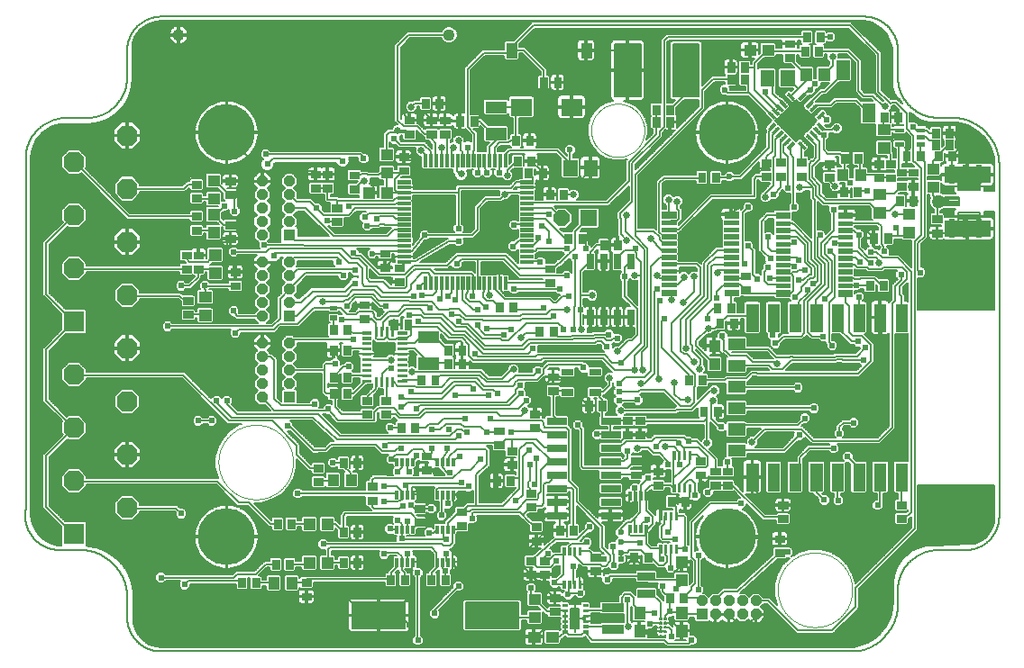
<source format=gtl>
G75*
%MOIN*%
%OFA0B0*%
%FSLAX25Y25*%
%IPPOS*%
%LPD*%
%AMOC8*
5,1,8,0,0,1.08239X$1,22.5*
%
%ADD10C,0.00000*%
%ADD11C,0.00600*%
%ADD12C,0.00138*%
%ADD13R,0.06000X0.06000*%
%ADD14OC8,0.06000*%
%ADD15C,0.00256*%
%ADD16C,0.00217*%
%ADD17C,0.00315*%
%ADD18C,0.00197*%
%ADD19C,0.02362*%
%ADD20C,0.21000*%
%ADD21C,0.00059*%
%ADD22C,0.00157*%
%ADD23R,0.03969X0.03969*%
%ADD24OC8,0.03969*%
%ADD25C,0.04362*%
%ADD26C,0.00500*%
%ADD27C,0.00531*%
%ADD28C,0.00246*%
%ADD29C,0.03181*%
%ADD30C,0.00098*%
%ADD31C,0.00118*%
%ADD32C,0.00128*%
%ADD33C,0.00236*%
%ADD34C,0.00522*%
%ADD35C,0.00800*%
%ADD36C,0.05000*%
%ADD37C,0.00300*%
%ADD38R,0.07600X0.07600*%
%ADD39OC8,0.07600*%
%ADD40R,0.04000X0.04000*%
%ADD41OC8,0.04000*%
%ADD42C,0.00079*%
%ADD43C,0.02381*%
%ADD44C,0.02578*%
D10*
X0072778Y0072998D02*
X0072782Y0073336D01*
X0072795Y0073674D01*
X0072815Y0074012D01*
X0072844Y0074349D01*
X0072882Y0074685D01*
X0072927Y0075020D01*
X0072981Y0075354D01*
X0073043Y0075686D01*
X0073113Y0076017D01*
X0073191Y0076346D01*
X0073277Y0076673D01*
X0073371Y0076998D01*
X0073474Y0077321D01*
X0073584Y0077640D01*
X0073701Y0077957D01*
X0073827Y0078271D01*
X0073960Y0078582D01*
X0074101Y0078890D01*
X0074249Y0079194D01*
X0074405Y0079494D01*
X0074568Y0079790D01*
X0074738Y0080082D01*
X0074916Y0080370D01*
X0075100Y0080654D01*
X0075292Y0080933D01*
X0075490Y0081207D01*
X0075695Y0081476D01*
X0075906Y0081740D01*
X0076124Y0081999D01*
X0076348Y0082252D01*
X0076578Y0082500D01*
X0076814Y0082742D01*
X0077056Y0082978D01*
X0077304Y0083208D01*
X0077557Y0083432D01*
X0077816Y0083650D01*
X0078080Y0083861D01*
X0078349Y0084066D01*
X0078623Y0084264D01*
X0078902Y0084456D01*
X0079186Y0084640D01*
X0079474Y0084818D01*
X0079766Y0084988D01*
X0080062Y0085151D01*
X0080362Y0085307D01*
X0080666Y0085455D01*
X0080974Y0085596D01*
X0081285Y0085729D01*
X0081599Y0085855D01*
X0081916Y0085972D01*
X0082235Y0086082D01*
X0082558Y0086185D01*
X0082883Y0086279D01*
X0083210Y0086365D01*
X0083539Y0086443D01*
X0083870Y0086513D01*
X0084202Y0086575D01*
X0084536Y0086629D01*
X0084871Y0086674D01*
X0085207Y0086712D01*
X0085544Y0086741D01*
X0085882Y0086761D01*
X0086220Y0086774D01*
X0086558Y0086778D01*
X0086896Y0086774D01*
X0087234Y0086761D01*
X0087572Y0086741D01*
X0087909Y0086712D01*
X0088245Y0086674D01*
X0088580Y0086629D01*
X0088914Y0086575D01*
X0089246Y0086513D01*
X0089577Y0086443D01*
X0089906Y0086365D01*
X0090233Y0086279D01*
X0090558Y0086185D01*
X0090881Y0086082D01*
X0091200Y0085972D01*
X0091517Y0085855D01*
X0091831Y0085729D01*
X0092142Y0085596D01*
X0092450Y0085455D01*
X0092754Y0085307D01*
X0093054Y0085151D01*
X0093350Y0084988D01*
X0093642Y0084818D01*
X0093930Y0084640D01*
X0094214Y0084456D01*
X0094493Y0084264D01*
X0094767Y0084066D01*
X0095036Y0083861D01*
X0095300Y0083650D01*
X0095559Y0083432D01*
X0095812Y0083208D01*
X0096060Y0082978D01*
X0096302Y0082742D01*
X0096538Y0082500D01*
X0096768Y0082252D01*
X0096992Y0081999D01*
X0097210Y0081740D01*
X0097421Y0081476D01*
X0097626Y0081207D01*
X0097824Y0080933D01*
X0098016Y0080654D01*
X0098200Y0080370D01*
X0098378Y0080082D01*
X0098548Y0079790D01*
X0098711Y0079494D01*
X0098867Y0079194D01*
X0099015Y0078890D01*
X0099156Y0078582D01*
X0099289Y0078271D01*
X0099415Y0077957D01*
X0099532Y0077640D01*
X0099642Y0077321D01*
X0099745Y0076998D01*
X0099839Y0076673D01*
X0099925Y0076346D01*
X0100003Y0076017D01*
X0100073Y0075686D01*
X0100135Y0075354D01*
X0100189Y0075020D01*
X0100234Y0074685D01*
X0100272Y0074349D01*
X0100301Y0074012D01*
X0100321Y0073674D01*
X0100334Y0073336D01*
X0100338Y0072998D01*
X0100334Y0072660D01*
X0100321Y0072322D01*
X0100301Y0071984D01*
X0100272Y0071647D01*
X0100234Y0071311D01*
X0100189Y0070976D01*
X0100135Y0070642D01*
X0100073Y0070310D01*
X0100003Y0069979D01*
X0099925Y0069650D01*
X0099839Y0069323D01*
X0099745Y0068998D01*
X0099642Y0068675D01*
X0099532Y0068356D01*
X0099415Y0068039D01*
X0099289Y0067725D01*
X0099156Y0067414D01*
X0099015Y0067106D01*
X0098867Y0066802D01*
X0098711Y0066502D01*
X0098548Y0066206D01*
X0098378Y0065914D01*
X0098200Y0065626D01*
X0098016Y0065342D01*
X0097824Y0065063D01*
X0097626Y0064789D01*
X0097421Y0064520D01*
X0097210Y0064256D01*
X0096992Y0063997D01*
X0096768Y0063744D01*
X0096538Y0063496D01*
X0096302Y0063254D01*
X0096060Y0063018D01*
X0095812Y0062788D01*
X0095559Y0062564D01*
X0095300Y0062346D01*
X0095036Y0062135D01*
X0094767Y0061930D01*
X0094493Y0061732D01*
X0094214Y0061540D01*
X0093930Y0061356D01*
X0093642Y0061178D01*
X0093350Y0061008D01*
X0093054Y0060845D01*
X0092754Y0060689D01*
X0092450Y0060541D01*
X0092142Y0060400D01*
X0091831Y0060267D01*
X0091517Y0060141D01*
X0091200Y0060024D01*
X0090881Y0059914D01*
X0090558Y0059811D01*
X0090233Y0059717D01*
X0089906Y0059631D01*
X0089577Y0059553D01*
X0089246Y0059483D01*
X0088914Y0059421D01*
X0088580Y0059367D01*
X0088245Y0059322D01*
X0087909Y0059284D01*
X0087572Y0059255D01*
X0087234Y0059235D01*
X0086896Y0059222D01*
X0086558Y0059218D01*
X0086220Y0059222D01*
X0085882Y0059235D01*
X0085544Y0059255D01*
X0085207Y0059284D01*
X0084871Y0059322D01*
X0084536Y0059367D01*
X0084202Y0059421D01*
X0083870Y0059483D01*
X0083539Y0059553D01*
X0083210Y0059631D01*
X0082883Y0059717D01*
X0082558Y0059811D01*
X0082235Y0059914D01*
X0081916Y0060024D01*
X0081599Y0060141D01*
X0081285Y0060267D01*
X0080974Y0060400D01*
X0080666Y0060541D01*
X0080362Y0060689D01*
X0080062Y0060845D01*
X0079766Y0061008D01*
X0079474Y0061178D01*
X0079186Y0061356D01*
X0078902Y0061540D01*
X0078623Y0061732D01*
X0078349Y0061930D01*
X0078080Y0062135D01*
X0077816Y0062346D01*
X0077557Y0062564D01*
X0077304Y0062788D01*
X0077056Y0063018D01*
X0076814Y0063254D01*
X0076578Y0063496D01*
X0076348Y0063744D01*
X0076124Y0063997D01*
X0075906Y0064256D01*
X0075695Y0064520D01*
X0075490Y0064789D01*
X0075292Y0065063D01*
X0075100Y0065342D01*
X0074916Y0065626D01*
X0074738Y0065914D01*
X0074568Y0066206D01*
X0074405Y0066502D01*
X0074249Y0066802D01*
X0074101Y0067106D01*
X0073960Y0067414D01*
X0073827Y0067725D01*
X0073701Y0068039D01*
X0073584Y0068356D01*
X0073474Y0068675D01*
X0073371Y0068998D01*
X0073277Y0069323D01*
X0073191Y0069650D01*
X0073113Y0069979D01*
X0073043Y0070310D01*
X0072981Y0070642D01*
X0072927Y0070976D01*
X0072882Y0071311D01*
X0072844Y0071647D01*
X0072815Y0071984D01*
X0072795Y0072322D01*
X0072782Y0072660D01*
X0072778Y0072998D01*
X0210596Y0195835D02*
X0210599Y0196077D01*
X0210608Y0196318D01*
X0210623Y0196559D01*
X0210643Y0196800D01*
X0210670Y0197040D01*
X0210703Y0197279D01*
X0210741Y0197518D01*
X0210785Y0197755D01*
X0210835Y0197992D01*
X0210891Y0198227D01*
X0210953Y0198460D01*
X0211020Y0198692D01*
X0211093Y0198923D01*
X0211171Y0199151D01*
X0211256Y0199377D01*
X0211345Y0199602D01*
X0211440Y0199824D01*
X0211541Y0200043D01*
X0211647Y0200261D01*
X0211758Y0200475D01*
X0211875Y0200687D01*
X0211996Y0200895D01*
X0212123Y0201101D01*
X0212255Y0201303D01*
X0212392Y0201503D01*
X0212533Y0201698D01*
X0212679Y0201891D01*
X0212830Y0202079D01*
X0212986Y0202264D01*
X0213146Y0202445D01*
X0213310Y0202622D01*
X0213479Y0202795D01*
X0213652Y0202964D01*
X0213829Y0203128D01*
X0214010Y0203288D01*
X0214195Y0203444D01*
X0214383Y0203595D01*
X0214576Y0203741D01*
X0214771Y0203882D01*
X0214971Y0204019D01*
X0215173Y0204151D01*
X0215379Y0204278D01*
X0215587Y0204399D01*
X0215799Y0204516D01*
X0216013Y0204627D01*
X0216231Y0204733D01*
X0216450Y0204834D01*
X0216672Y0204929D01*
X0216897Y0205018D01*
X0217123Y0205103D01*
X0217351Y0205181D01*
X0217582Y0205254D01*
X0217814Y0205321D01*
X0218047Y0205383D01*
X0218282Y0205439D01*
X0218519Y0205489D01*
X0218756Y0205533D01*
X0218995Y0205571D01*
X0219234Y0205604D01*
X0219474Y0205631D01*
X0219715Y0205651D01*
X0219956Y0205666D01*
X0220197Y0205675D01*
X0220439Y0205678D01*
X0220681Y0205675D01*
X0220922Y0205666D01*
X0221163Y0205651D01*
X0221404Y0205631D01*
X0221644Y0205604D01*
X0221883Y0205571D01*
X0222122Y0205533D01*
X0222359Y0205489D01*
X0222596Y0205439D01*
X0222831Y0205383D01*
X0223064Y0205321D01*
X0223296Y0205254D01*
X0223527Y0205181D01*
X0223755Y0205103D01*
X0223981Y0205018D01*
X0224206Y0204929D01*
X0224428Y0204834D01*
X0224647Y0204733D01*
X0224865Y0204627D01*
X0225079Y0204516D01*
X0225291Y0204399D01*
X0225499Y0204278D01*
X0225705Y0204151D01*
X0225907Y0204019D01*
X0226107Y0203882D01*
X0226302Y0203741D01*
X0226495Y0203595D01*
X0226683Y0203444D01*
X0226868Y0203288D01*
X0227049Y0203128D01*
X0227226Y0202964D01*
X0227399Y0202795D01*
X0227568Y0202622D01*
X0227732Y0202445D01*
X0227892Y0202264D01*
X0228048Y0202079D01*
X0228199Y0201891D01*
X0228345Y0201698D01*
X0228486Y0201503D01*
X0228623Y0201303D01*
X0228755Y0201101D01*
X0228882Y0200895D01*
X0229003Y0200687D01*
X0229120Y0200475D01*
X0229231Y0200261D01*
X0229337Y0200043D01*
X0229438Y0199824D01*
X0229533Y0199602D01*
X0229622Y0199377D01*
X0229707Y0199151D01*
X0229785Y0198923D01*
X0229858Y0198692D01*
X0229925Y0198460D01*
X0229987Y0198227D01*
X0230043Y0197992D01*
X0230093Y0197755D01*
X0230137Y0197518D01*
X0230175Y0197279D01*
X0230208Y0197040D01*
X0230235Y0196800D01*
X0230255Y0196559D01*
X0230270Y0196318D01*
X0230279Y0196077D01*
X0230282Y0195835D01*
X0230279Y0195593D01*
X0230270Y0195352D01*
X0230255Y0195111D01*
X0230235Y0194870D01*
X0230208Y0194630D01*
X0230175Y0194391D01*
X0230137Y0194152D01*
X0230093Y0193915D01*
X0230043Y0193678D01*
X0229987Y0193443D01*
X0229925Y0193210D01*
X0229858Y0192978D01*
X0229785Y0192747D01*
X0229707Y0192519D01*
X0229622Y0192293D01*
X0229533Y0192068D01*
X0229438Y0191846D01*
X0229337Y0191627D01*
X0229231Y0191409D01*
X0229120Y0191195D01*
X0229003Y0190983D01*
X0228882Y0190775D01*
X0228755Y0190569D01*
X0228623Y0190367D01*
X0228486Y0190167D01*
X0228345Y0189972D01*
X0228199Y0189779D01*
X0228048Y0189591D01*
X0227892Y0189406D01*
X0227732Y0189225D01*
X0227568Y0189048D01*
X0227399Y0188875D01*
X0227226Y0188706D01*
X0227049Y0188542D01*
X0226868Y0188382D01*
X0226683Y0188226D01*
X0226495Y0188075D01*
X0226302Y0187929D01*
X0226107Y0187788D01*
X0225907Y0187651D01*
X0225705Y0187519D01*
X0225499Y0187392D01*
X0225291Y0187271D01*
X0225079Y0187154D01*
X0224865Y0187043D01*
X0224647Y0186937D01*
X0224428Y0186836D01*
X0224206Y0186741D01*
X0223981Y0186652D01*
X0223755Y0186567D01*
X0223527Y0186489D01*
X0223296Y0186416D01*
X0223064Y0186349D01*
X0222831Y0186287D01*
X0222596Y0186231D01*
X0222359Y0186181D01*
X0222122Y0186137D01*
X0221883Y0186099D01*
X0221644Y0186066D01*
X0221404Y0186039D01*
X0221163Y0186019D01*
X0220922Y0186004D01*
X0220681Y0185995D01*
X0220439Y0185992D01*
X0220197Y0185995D01*
X0219956Y0186004D01*
X0219715Y0186019D01*
X0219474Y0186039D01*
X0219234Y0186066D01*
X0218995Y0186099D01*
X0218756Y0186137D01*
X0218519Y0186181D01*
X0218282Y0186231D01*
X0218047Y0186287D01*
X0217814Y0186349D01*
X0217582Y0186416D01*
X0217351Y0186489D01*
X0217123Y0186567D01*
X0216897Y0186652D01*
X0216672Y0186741D01*
X0216450Y0186836D01*
X0216231Y0186937D01*
X0216013Y0187043D01*
X0215799Y0187154D01*
X0215587Y0187271D01*
X0215379Y0187392D01*
X0215173Y0187519D01*
X0214971Y0187651D01*
X0214771Y0187788D01*
X0214576Y0187929D01*
X0214383Y0188075D01*
X0214195Y0188226D01*
X0214010Y0188382D01*
X0213829Y0188542D01*
X0213652Y0188706D01*
X0213479Y0188875D01*
X0213310Y0189048D01*
X0213146Y0189225D01*
X0212986Y0189406D01*
X0212830Y0189591D01*
X0212679Y0189779D01*
X0212533Y0189972D01*
X0212392Y0190167D01*
X0212255Y0190367D01*
X0212123Y0190569D01*
X0211996Y0190775D01*
X0211875Y0190983D01*
X0211758Y0191195D01*
X0211647Y0191409D01*
X0211541Y0191627D01*
X0211440Y0191846D01*
X0211345Y0192068D01*
X0211256Y0192293D01*
X0211171Y0192519D01*
X0211093Y0192747D01*
X0211020Y0192978D01*
X0210953Y0193210D01*
X0210891Y0193443D01*
X0210835Y0193678D01*
X0210785Y0193915D01*
X0210741Y0194152D01*
X0210703Y0194391D01*
X0210670Y0194630D01*
X0210643Y0194870D01*
X0210623Y0195111D01*
X0210608Y0195352D01*
X0210599Y0195593D01*
X0210596Y0195835D01*
X0279559Y0025685D02*
X0279563Y0026023D01*
X0279576Y0026361D01*
X0279596Y0026699D01*
X0279625Y0027036D01*
X0279663Y0027372D01*
X0279708Y0027707D01*
X0279762Y0028041D01*
X0279824Y0028373D01*
X0279894Y0028704D01*
X0279972Y0029033D01*
X0280058Y0029360D01*
X0280152Y0029685D01*
X0280255Y0030008D01*
X0280365Y0030327D01*
X0280482Y0030644D01*
X0280608Y0030958D01*
X0280741Y0031269D01*
X0280882Y0031577D01*
X0281030Y0031881D01*
X0281186Y0032181D01*
X0281349Y0032477D01*
X0281519Y0032769D01*
X0281697Y0033057D01*
X0281881Y0033341D01*
X0282073Y0033620D01*
X0282271Y0033894D01*
X0282476Y0034163D01*
X0282687Y0034427D01*
X0282905Y0034686D01*
X0283129Y0034939D01*
X0283359Y0035187D01*
X0283595Y0035429D01*
X0283837Y0035665D01*
X0284085Y0035895D01*
X0284338Y0036119D01*
X0284597Y0036337D01*
X0284861Y0036548D01*
X0285130Y0036753D01*
X0285404Y0036951D01*
X0285683Y0037143D01*
X0285967Y0037327D01*
X0286255Y0037505D01*
X0286547Y0037675D01*
X0286843Y0037838D01*
X0287143Y0037994D01*
X0287447Y0038142D01*
X0287755Y0038283D01*
X0288066Y0038416D01*
X0288380Y0038542D01*
X0288697Y0038659D01*
X0289016Y0038769D01*
X0289339Y0038872D01*
X0289664Y0038966D01*
X0289991Y0039052D01*
X0290320Y0039130D01*
X0290651Y0039200D01*
X0290983Y0039262D01*
X0291317Y0039316D01*
X0291652Y0039361D01*
X0291988Y0039399D01*
X0292325Y0039428D01*
X0292663Y0039448D01*
X0293001Y0039461D01*
X0293339Y0039465D01*
X0293677Y0039461D01*
X0294015Y0039448D01*
X0294353Y0039428D01*
X0294690Y0039399D01*
X0295026Y0039361D01*
X0295361Y0039316D01*
X0295695Y0039262D01*
X0296027Y0039200D01*
X0296358Y0039130D01*
X0296687Y0039052D01*
X0297014Y0038966D01*
X0297339Y0038872D01*
X0297662Y0038769D01*
X0297981Y0038659D01*
X0298298Y0038542D01*
X0298612Y0038416D01*
X0298923Y0038283D01*
X0299231Y0038142D01*
X0299535Y0037994D01*
X0299835Y0037838D01*
X0300131Y0037675D01*
X0300423Y0037505D01*
X0300711Y0037327D01*
X0300995Y0037143D01*
X0301274Y0036951D01*
X0301548Y0036753D01*
X0301817Y0036548D01*
X0302081Y0036337D01*
X0302340Y0036119D01*
X0302593Y0035895D01*
X0302841Y0035665D01*
X0303083Y0035429D01*
X0303319Y0035187D01*
X0303549Y0034939D01*
X0303773Y0034686D01*
X0303991Y0034427D01*
X0304202Y0034163D01*
X0304407Y0033894D01*
X0304605Y0033620D01*
X0304797Y0033341D01*
X0304981Y0033057D01*
X0305159Y0032769D01*
X0305329Y0032477D01*
X0305492Y0032181D01*
X0305648Y0031881D01*
X0305796Y0031577D01*
X0305937Y0031269D01*
X0306070Y0030958D01*
X0306196Y0030644D01*
X0306313Y0030327D01*
X0306423Y0030008D01*
X0306526Y0029685D01*
X0306620Y0029360D01*
X0306706Y0029033D01*
X0306784Y0028704D01*
X0306854Y0028373D01*
X0306916Y0028041D01*
X0306970Y0027707D01*
X0307015Y0027372D01*
X0307053Y0027036D01*
X0307082Y0026699D01*
X0307102Y0026361D01*
X0307115Y0026023D01*
X0307119Y0025685D01*
X0307115Y0025347D01*
X0307102Y0025009D01*
X0307082Y0024671D01*
X0307053Y0024334D01*
X0307015Y0023998D01*
X0306970Y0023663D01*
X0306916Y0023329D01*
X0306854Y0022997D01*
X0306784Y0022666D01*
X0306706Y0022337D01*
X0306620Y0022010D01*
X0306526Y0021685D01*
X0306423Y0021362D01*
X0306313Y0021043D01*
X0306196Y0020726D01*
X0306070Y0020412D01*
X0305937Y0020101D01*
X0305796Y0019793D01*
X0305648Y0019489D01*
X0305492Y0019189D01*
X0305329Y0018893D01*
X0305159Y0018601D01*
X0304981Y0018313D01*
X0304797Y0018029D01*
X0304605Y0017750D01*
X0304407Y0017476D01*
X0304202Y0017207D01*
X0303991Y0016943D01*
X0303773Y0016684D01*
X0303549Y0016431D01*
X0303319Y0016183D01*
X0303083Y0015941D01*
X0302841Y0015705D01*
X0302593Y0015475D01*
X0302340Y0015251D01*
X0302081Y0015033D01*
X0301817Y0014822D01*
X0301548Y0014617D01*
X0301274Y0014419D01*
X0300995Y0014227D01*
X0300711Y0014043D01*
X0300423Y0013865D01*
X0300131Y0013695D01*
X0299835Y0013532D01*
X0299535Y0013376D01*
X0299231Y0013228D01*
X0298923Y0013087D01*
X0298612Y0012954D01*
X0298298Y0012828D01*
X0297981Y0012711D01*
X0297662Y0012601D01*
X0297339Y0012498D01*
X0297014Y0012404D01*
X0296687Y0012318D01*
X0296358Y0012240D01*
X0296027Y0012170D01*
X0295695Y0012108D01*
X0295361Y0012054D01*
X0295026Y0012009D01*
X0294690Y0011971D01*
X0294353Y0011942D01*
X0294015Y0011922D01*
X0293677Y0011909D01*
X0293339Y0011905D01*
X0293001Y0011909D01*
X0292663Y0011922D01*
X0292325Y0011942D01*
X0291988Y0011971D01*
X0291652Y0012009D01*
X0291317Y0012054D01*
X0290983Y0012108D01*
X0290651Y0012170D01*
X0290320Y0012240D01*
X0289991Y0012318D01*
X0289664Y0012404D01*
X0289339Y0012498D01*
X0289016Y0012601D01*
X0288697Y0012711D01*
X0288380Y0012828D01*
X0288066Y0012954D01*
X0287755Y0013087D01*
X0287447Y0013228D01*
X0287143Y0013376D01*
X0286843Y0013532D01*
X0286547Y0013695D01*
X0286255Y0013865D01*
X0285967Y0014043D01*
X0285683Y0014227D01*
X0285404Y0014419D01*
X0285130Y0014617D01*
X0284861Y0014822D01*
X0284597Y0015033D01*
X0284338Y0015251D01*
X0284085Y0015475D01*
X0283837Y0015705D01*
X0283595Y0015941D01*
X0283359Y0016183D01*
X0283129Y0016431D01*
X0282905Y0016684D01*
X0282687Y0016943D01*
X0282476Y0017207D01*
X0282271Y0017476D01*
X0282073Y0017750D01*
X0281881Y0018029D01*
X0281697Y0018313D01*
X0281519Y0018601D01*
X0281349Y0018893D01*
X0281186Y0019189D01*
X0281030Y0019489D01*
X0280882Y0019793D01*
X0280741Y0020101D01*
X0280608Y0020412D01*
X0280482Y0020726D01*
X0280365Y0021043D01*
X0280255Y0021362D01*
X0280152Y0021685D01*
X0280058Y0022010D01*
X0279972Y0022337D01*
X0279894Y0022666D01*
X0279824Y0022997D01*
X0279762Y0023329D01*
X0279708Y0023663D01*
X0279663Y0023998D01*
X0279625Y0024334D01*
X0279596Y0024671D01*
X0279576Y0025009D01*
X0279563Y0025347D01*
X0279559Y0025685D01*
D11*
X0039008Y0022962D02*
X0039003Y0023385D01*
X0038988Y0023807D01*
X0038962Y0024230D01*
X0038926Y0024651D01*
X0038880Y0025071D01*
X0038824Y0025491D01*
X0038758Y0025908D01*
X0038682Y0026324D01*
X0038596Y0026738D01*
X0038499Y0027150D01*
X0038393Y0027559D01*
X0038277Y0027966D01*
X0038151Y0028370D01*
X0038016Y0028770D01*
X0037871Y0029168D01*
X0037716Y0029561D01*
X0037552Y0029951D01*
X0037378Y0030337D01*
X0037195Y0030718D01*
X0037003Y0031095D01*
X0036802Y0031467D01*
X0036592Y0031834D01*
X0036374Y0032196D01*
X0036146Y0032552D01*
X0035910Y0032903D01*
X0035666Y0033248D01*
X0035413Y0033587D01*
X0035152Y0033920D01*
X0034884Y0034247D01*
X0034607Y0034567D01*
X0034323Y0034880D01*
X0034031Y0035186D01*
X0033732Y0035485D01*
X0033426Y0035777D01*
X0033113Y0036061D01*
X0032793Y0036338D01*
X0032466Y0036606D01*
X0032133Y0036867D01*
X0031794Y0037120D01*
X0031449Y0037364D01*
X0031098Y0037600D01*
X0030742Y0037828D01*
X0030380Y0038046D01*
X0030013Y0038256D01*
X0029641Y0038457D01*
X0029264Y0038649D01*
X0028883Y0038832D01*
X0028497Y0039006D01*
X0028107Y0039170D01*
X0027714Y0039325D01*
X0027316Y0039470D01*
X0026916Y0039605D01*
X0026512Y0039731D01*
X0026105Y0039847D01*
X0025696Y0039953D01*
X0025284Y0040050D01*
X0024870Y0040136D01*
X0024454Y0040212D01*
X0024037Y0040278D01*
X0023617Y0040334D01*
X0023197Y0040380D01*
X0022776Y0040416D01*
X0022353Y0040442D01*
X0021931Y0040457D01*
X0021508Y0040462D01*
X0021508Y0040463D02*
X0014008Y0040463D01*
X0014008Y0042062D02*
X0013562Y0042095D01*
X0011956Y0042445D01*
X0010365Y0043038D01*
X0008875Y0043852D01*
X0007516Y0044869D01*
X0006315Y0046070D01*
X0005297Y0047429D01*
X0004484Y0048919D01*
X0003890Y0050510D01*
X0003529Y0052169D01*
X0003408Y0053862D01*
X0003408Y0185662D01*
X0003537Y0187456D01*
X0003919Y0189212D01*
X0004547Y0190897D01*
X0005409Y0192475D01*
X0006486Y0193914D01*
X0007757Y0195185D01*
X0009196Y0196262D01*
X0010774Y0197124D01*
X0012459Y0197752D01*
X0014215Y0198134D01*
X0016008Y0198262D01*
X0024508Y0198262D01*
X0026649Y0198403D01*
X0028753Y0198821D01*
X0030784Y0199511D01*
X0032708Y0200460D01*
X0034492Y0201652D01*
X0036105Y0203066D01*
X0037519Y0204679D01*
X0038711Y0206462D01*
X0039660Y0208386D01*
X0040350Y0210418D01*
X0040768Y0212522D01*
X0040908Y0214662D01*
X0040908Y0227462D01*
X0040995Y0227945D01*
X0041796Y0230411D01*
X0043801Y0233170D01*
X0046560Y0235174D01*
X0049803Y0236228D01*
X0051508Y0236362D01*
X0311508Y0236362D01*
X0312976Y0236247D01*
X0314515Y0235696D01*
X0316066Y0234886D01*
X0317491Y0233870D01*
X0318763Y0232668D01*
X0319858Y0231303D01*
X0320755Y0229800D01*
X0321437Y0228189D01*
X0321891Y0226499D01*
X0322108Y0224762D01*
X0322108Y0211734D01*
X0322268Y0210790D01*
X0322574Y0209883D01*
X0323018Y0209035D01*
X0323589Y0208267D01*
X0324273Y0207598D01*
X0324553Y0207299D01*
X0325489Y0205679D01*
X0323728Y0207440D01*
X0321424Y0207440D01*
X0320812Y0208051D01*
X0320716Y0208051D01*
X0318008Y0210760D01*
X0318008Y0224660D01*
X0307408Y0235260D01*
X0306705Y0235962D01*
X0188711Y0235962D01*
X0188008Y0235260D01*
X0181905Y0229156D01*
X0178883Y0229156D01*
X0178298Y0228571D01*
X0178298Y0225762D01*
X0170386Y0225762D01*
X0169683Y0225060D01*
X0169683Y0225060D01*
X0163714Y0219091D01*
X0163714Y0202281D01*
X0163564Y0202322D01*
X0162374Y0202322D01*
X0162374Y0199550D01*
X0161774Y0199550D01*
X0161774Y0198950D01*
X0159580Y0198950D01*
X0159580Y0199322D01*
X0156808Y0199322D01*
X0156808Y0199922D01*
X0156208Y0199922D01*
X0156208Y0202299D01*
X0154625Y0202299D01*
X0154277Y0202206D01*
X0154008Y0202051D01*
X0153739Y0202206D01*
X0153391Y0202299D01*
X0151808Y0202299D01*
X0151808Y0199922D01*
X0151208Y0199922D01*
X0151208Y0202299D01*
X0149625Y0202299D01*
X0149277Y0202206D01*
X0148965Y0202026D01*
X0148710Y0201771D01*
X0148530Y0201459D01*
X0148437Y0201111D01*
X0148437Y0199922D01*
X0151208Y0199922D01*
X0151208Y0199322D01*
X0148437Y0199322D01*
X0148437Y0198132D01*
X0148530Y0197784D01*
X0148710Y0197472D01*
X0148965Y0197217D01*
X0149277Y0197037D01*
X0149625Y0196944D01*
X0151208Y0196944D01*
X0151208Y0199322D01*
X0151808Y0199322D01*
X0151808Y0199922D01*
X0153437Y0199922D01*
X0156208Y0199922D01*
X0156208Y0199322D01*
X0151808Y0199322D01*
X0151808Y0196944D01*
X0153391Y0196944D01*
X0153739Y0197037D01*
X0154008Y0197192D01*
X0154277Y0197037D01*
X0154625Y0196944D01*
X0156208Y0196944D01*
X0156208Y0199322D01*
X0156808Y0199322D01*
X0156808Y0196944D01*
X0158391Y0196944D01*
X0158739Y0197037D01*
X0159052Y0197217D01*
X0159306Y0197472D01*
X0159396Y0197628D01*
X0159396Y0197367D01*
X0159490Y0197019D01*
X0159670Y0196707D01*
X0159925Y0196452D01*
X0160237Y0196272D01*
X0160585Y0196178D01*
X0161774Y0196178D01*
X0161774Y0198950D01*
X0162374Y0198950D01*
X0162374Y0196178D01*
X0163564Y0196178D01*
X0163912Y0196272D01*
X0164000Y0196323D01*
X0166236Y0194087D01*
X0166236Y0191724D01*
X0165441Y0192053D01*
X0164450Y0192053D01*
X0163697Y0191741D01*
X0163697Y0192969D01*
X0162415Y0194251D01*
X0160602Y0194251D01*
X0159319Y0192969D01*
X0159319Y0191639D01*
X0158720Y0191639D01*
X0158608Y0191527D01*
X0158608Y0192225D01*
X0158612Y0192225D01*
X0159180Y0192793D01*
X0159180Y0196214D01*
X0158612Y0196781D01*
X0154404Y0196781D01*
X0154008Y0196385D01*
X0153612Y0196781D01*
X0149404Y0196781D01*
X0148945Y0196323D01*
X0147427Y0197841D01*
X0146724Y0198544D01*
X0146455Y0198544D01*
X0146455Y0199322D01*
X0143683Y0199322D01*
X0143683Y0199922D01*
X0143083Y0199922D01*
X0143083Y0202299D01*
X0141500Y0202299D01*
X0141152Y0202206D01*
X0140840Y0202026D01*
X0140585Y0201771D01*
X0140405Y0201459D01*
X0140312Y0201111D01*
X0140312Y0199968D01*
X0140208Y0200071D01*
X0140208Y0226565D01*
X0143639Y0229996D01*
X0155226Y0229996D01*
X0155451Y0229451D01*
X0156318Y0228584D01*
X0157451Y0228115D01*
X0158676Y0228115D01*
X0159809Y0228584D01*
X0160675Y0229451D01*
X0161145Y0230583D01*
X0161145Y0231809D01*
X0160675Y0232942D01*
X0159809Y0233808D01*
X0158676Y0234277D01*
X0157451Y0234277D01*
X0156318Y0233808D01*
X0155451Y0232942D01*
X0155226Y0232396D01*
X0142645Y0232396D01*
X0141942Y0231693D01*
X0137808Y0227560D01*
X0137808Y0199077D01*
X0138511Y0198374D01*
X0087092Y0198374D01*
X0087137Y0198248D02*
X0086699Y0199499D01*
X0086124Y0200693D01*
X0085419Y0201815D01*
X0084592Y0202851D01*
X0083655Y0203788D01*
X0082619Y0204615D01*
X0081497Y0205320D01*
X0080303Y0205895D01*
X0079052Y0206333D01*
X0077760Y0206627D01*
X0076443Y0206776D01*
X0076080Y0206776D01*
X0076080Y0195276D01*
X0075480Y0195276D01*
X0075480Y0206776D01*
X0075117Y0206776D01*
X0073800Y0206627D01*
X0072508Y0206333D01*
X0071257Y0205895D01*
X0070063Y0205320D01*
X0068941Y0204615D01*
X0067905Y0203788D01*
X0066968Y0202851D01*
X0066141Y0201815D01*
X0065436Y0200693D01*
X0064861Y0199499D01*
X0064423Y0198248D01*
X0064128Y0196956D01*
X0063980Y0195639D01*
X0063980Y0195276D01*
X0075480Y0195276D01*
X0075480Y0194676D01*
X0063980Y0194676D01*
X0063980Y0194313D01*
X0064128Y0192996D01*
X0064423Y0191704D01*
X0064861Y0190453D01*
X0065436Y0189259D01*
X0066141Y0188137D01*
X0066968Y0187101D01*
X0067905Y0186163D01*
X0068941Y0185337D01*
X0070063Y0184632D01*
X0071257Y0184057D01*
X0072508Y0183619D01*
X0073800Y0183324D01*
X0075117Y0183176D01*
X0075480Y0183176D01*
X0075480Y0194676D01*
X0076080Y0194676D01*
X0076080Y0195276D01*
X0087580Y0195276D01*
X0087580Y0195639D01*
X0087432Y0196956D01*
X0087137Y0198248D01*
X0087244Y0197776D02*
X0137935Y0197776D01*
X0138102Y0197942D02*
X0136819Y0196660D01*
X0136819Y0196387D01*
X0135386Y0196387D01*
X0134683Y0195685D01*
X0133733Y0194735D01*
X0133733Y0189777D01*
X0132453Y0189777D01*
X0131868Y0189193D01*
X0131868Y0184625D01*
X0132453Y0184040D01*
X0137414Y0184040D01*
X0137999Y0184625D01*
X0137999Y0189193D01*
X0137414Y0189777D01*
X0136133Y0189777D01*
X0136133Y0191356D01*
X0136892Y0190597D01*
X0138152Y0190597D01*
X0139449Y0189300D01*
X0145682Y0189300D01*
X0145600Y0189218D01*
X0145600Y0187404D01*
X0146882Y0186122D01*
X0147754Y0186122D01*
X0147754Y0182081D01*
X0148299Y0181537D01*
X0150191Y0181537D01*
X0150229Y0181575D01*
X0150267Y0181537D01*
X0152159Y0181537D01*
X0152197Y0181575D01*
X0152236Y0181537D01*
X0154128Y0181537D01*
X0154166Y0181575D01*
X0154204Y0181537D01*
X0156096Y0181537D01*
X0156134Y0181575D01*
X0156173Y0181537D01*
X0158065Y0181537D01*
X0158103Y0181575D01*
X0158141Y0181537D01*
X0159456Y0181537D01*
X0159456Y0180052D01*
X0159929Y0179578D01*
X0159929Y0179236D01*
X0160324Y0178285D01*
X0161052Y0177557D01*
X0162003Y0177162D01*
X0163033Y0177162D01*
X0163985Y0177557D01*
X0164713Y0178285D01*
X0165107Y0179236D01*
X0165107Y0180266D01*
X0164747Y0181137D01*
X0166104Y0181137D01*
X0166504Y0181537D01*
X0166951Y0181537D01*
X0166468Y0181053D01*
X0166468Y0179322D01*
X0167692Y0178097D01*
X0169424Y0178097D01*
X0170333Y0179006D01*
X0171242Y0178097D01*
X0172974Y0178097D01*
X0174199Y0179322D01*
X0174199Y0181053D01*
X0173716Y0181537D01*
X0173813Y0181537D01*
X0173851Y0181575D01*
X0173889Y0181537D01*
X0174901Y0181537D01*
X0174418Y0181053D01*
X0174418Y0179322D01*
X0175642Y0178097D01*
X0177374Y0178097D01*
X0177526Y0178249D01*
X0178702Y0177074D01*
X0180515Y0177074D01*
X0181797Y0178356D01*
X0181797Y0180169D01*
X0181105Y0180862D01*
X0182034Y0181791D01*
X0184960Y0181791D01*
X0185109Y0181940D01*
X0185109Y0178218D01*
X0184027Y0178218D01*
X0183736Y0177928D01*
X0182548Y0177928D01*
X0180348Y0175728D01*
X0161053Y0175728D01*
X0160350Y0175025D01*
X0160350Y0174089D01*
X0144926Y0174089D01*
X0144934Y0174122D01*
X0144934Y0174858D01*
X0144934Y0175594D01*
X0144844Y0175932D01*
X0144669Y0176235D01*
X0144534Y0176370D01*
X0144534Y0177772D01*
X0143990Y0178317D01*
X0140269Y0178317D01*
X0140615Y0178663D01*
X0143300Y0178663D01*
X0143867Y0179231D01*
X0143867Y0182651D01*
X0143300Y0183219D01*
X0139092Y0183219D01*
X0138524Y0182651D01*
X0138524Y0181316D01*
X0137999Y0181316D01*
X0137999Y0182500D01*
X0137414Y0183085D01*
X0132453Y0183085D01*
X0131868Y0182500D01*
X0131868Y0180773D01*
X0131708Y0180613D01*
X0131567Y0180472D01*
X0128465Y0180472D01*
X0128084Y0180853D01*
X0125730Y0180853D01*
X0125730Y0180982D01*
X0125162Y0181549D01*
X0120954Y0181549D01*
X0120387Y0180982D01*
X0120387Y0177561D01*
X0120954Y0176994D01*
X0124201Y0176994D01*
X0123639Y0176431D01*
X0120954Y0176431D01*
X0120387Y0175864D01*
X0120387Y0172443D01*
X0120954Y0171875D01*
X0124784Y0171875D01*
X0124784Y0170987D01*
X0117405Y0170987D01*
X0117005Y0171387D01*
X0114271Y0171387D01*
X0114271Y0172225D01*
X0115175Y0172225D01*
X0115742Y0172793D01*
X0115742Y0176214D01*
X0115175Y0176781D01*
X0110967Y0176781D01*
X0110883Y0176698D01*
X0110800Y0176781D01*
X0106592Y0176781D01*
X0106024Y0176214D01*
X0106024Y0172793D01*
X0106592Y0172225D01*
X0110800Y0172225D01*
X0110883Y0172309D01*
X0110967Y0172225D01*
X0111871Y0172225D01*
X0111871Y0169690D01*
X0112574Y0168988D01*
X0113992Y0168988D01*
X0113837Y0168832D01*
X0113837Y0165762D01*
X0111980Y0165762D01*
X0111149Y0166594D01*
X0111149Y0167853D01*
X0109924Y0169078D01*
X0108665Y0169078D01*
X0107683Y0170060D01*
X0106980Y0170762D01*
X0102005Y0170762D01*
X0101907Y0170860D01*
X0101908Y0170861D01*
X0101908Y0173264D01*
X0100610Y0174562D01*
X0101908Y0175861D01*
X0101908Y0178264D01*
X0100210Y0179962D01*
X0097807Y0179962D01*
X0096108Y0178264D01*
X0096108Y0175861D01*
X0097407Y0174562D01*
X0096108Y0173264D01*
X0096108Y0170861D01*
X0097407Y0169562D01*
X0096108Y0168264D01*
X0096108Y0165861D01*
X0097407Y0164562D01*
X0096108Y0163264D01*
X0096108Y0160861D01*
X0096607Y0160362D01*
X0096470Y0160362D01*
X0095708Y0159601D01*
X0095708Y0154524D01*
X0095742Y0154490D01*
X0091396Y0154506D01*
X0090975Y0154928D01*
X0091908Y0155861D01*
X0091908Y0158264D01*
X0090892Y0159280D01*
X0092308Y0160696D01*
X0092308Y0163429D01*
X0091175Y0164562D01*
X0092308Y0165696D01*
X0092308Y0168429D01*
X0090892Y0169845D01*
X0091908Y0170861D01*
X0091908Y0173264D01*
X0090892Y0174280D01*
X0092308Y0175696D01*
X0092308Y0176862D01*
X0089208Y0176862D01*
X0089208Y0177262D01*
X0092308Y0177262D01*
X0092308Y0178429D01*
X0090375Y0180362D01*
X0089208Y0180362D01*
X0089208Y0177263D01*
X0088808Y0177263D01*
X0088808Y0180362D01*
X0087641Y0180362D01*
X0085708Y0178429D01*
X0085708Y0177262D01*
X0088808Y0177262D01*
X0088808Y0176862D01*
X0085708Y0176862D01*
X0085708Y0175696D01*
X0087124Y0174280D01*
X0086108Y0173264D01*
X0086108Y0170861D01*
X0087124Y0169845D01*
X0085708Y0168429D01*
X0085708Y0165696D01*
X0086841Y0164562D01*
X0085708Y0163429D01*
X0085708Y0160696D01*
X0087124Y0159280D01*
X0086108Y0158264D01*
X0086108Y0155861D01*
X0087667Y0154303D01*
X0087543Y0154178D01*
X0087543Y0152447D01*
X0087977Y0152012D01*
X0080140Y0152012D01*
X0079249Y0152903D01*
X0077517Y0152903D01*
X0076293Y0151678D01*
X0076293Y0149947D01*
X0077517Y0148722D01*
X0079249Y0148722D01*
X0080140Y0149613D01*
X0086891Y0149613D01*
X0085708Y0148429D01*
X0085708Y0147263D01*
X0088808Y0147263D01*
X0088808Y0146862D01*
X0085708Y0146862D01*
X0085708Y0145696D01*
X0087124Y0144280D01*
X0086108Y0143264D01*
X0086108Y0140861D01*
X0087407Y0139562D01*
X0086108Y0138264D01*
X0086108Y0135861D01*
X0087407Y0134563D01*
X0086108Y0133264D01*
X0086108Y0130861D01*
X0087407Y0129562D01*
X0086108Y0128264D01*
X0086108Y0128262D01*
X0080474Y0128262D01*
X0080474Y0129803D01*
X0079249Y0131028D01*
X0077517Y0131028D01*
X0076293Y0129803D01*
X0076293Y0128072D01*
X0077517Y0126847D01*
X0078335Y0126847D01*
X0078433Y0126699D01*
X0078433Y0126565D01*
X0078701Y0126298D01*
X0078911Y0125983D01*
X0079042Y0125957D01*
X0079136Y0125862D01*
X0079515Y0125862D01*
X0079885Y0125788D01*
X0079997Y0125862D01*
X0086108Y0125862D01*
X0086108Y0125861D01*
X0087457Y0124512D01*
X0055765Y0124512D01*
X0054874Y0125403D01*
X0053142Y0125403D01*
X0051918Y0124178D01*
X0051918Y0122447D01*
X0053142Y0121222D01*
X0054874Y0121222D01*
X0055765Y0122112D01*
X0077352Y0122112D01*
X0076918Y0121678D01*
X0076918Y0119947D01*
X0078142Y0118722D01*
X0079874Y0118722D01*
X0081099Y0119947D01*
X0081099Y0120812D01*
X0093505Y0120812D01*
X0093605Y0120912D01*
X0093752Y0120912D01*
X0095802Y0122962D01*
X0112921Y0122962D01*
X0112921Y0123560D02*
X0103128Y0123560D01*
X0102530Y0122962D02*
X0108452Y0128884D01*
X0113240Y0128884D01*
X0113727Y0128397D01*
X0116789Y0128397D01*
X0117325Y0128933D01*
X0117380Y0128934D01*
X0118411Y0127903D01*
X0117517Y0127903D01*
X0117316Y0127702D01*
X0116789Y0128228D01*
X0113727Y0128228D01*
X0113177Y0127678D01*
X0113177Y0125404D01*
X0113727Y0124853D01*
X0114036Y0124853D01*
X0114034Y0124734D01*
X0113489Y0124734D01*
X0112921Y0124167D01*
X0112921Y0119958D01*
X0113367Y0119512D01*
X0100660Y0119512D01*
X0100210Y0119962D01*
X0097807Y0119962D01*
X0096108Y0118264D01*
X0096108Y0115861D01*
X0097407Y0114562D01*
X0096108Y0113264D01*
X0096108Y0110861D01*
X0097407Y0109562D01*
X0096108Y0108264D01*
X0096108Y0105861D01*
X0097407Y0104562D01*
X0096108Y0103264D01*
X0096108Y0100861D01*
X0097007Y0099962D01*
X0096636Y0099962D01*
X0096108Y0099435D01*
X0096108Y0095410D01*
X0094583Y0096935D01*
X0094583Y0111310D01*
X0093333Y0112560D01*
X0092630Y0113262D01*
X0091908Y0113262D01*
X0091908Y0113264D01*
X0090892Y0114280D01*
X0092308Y0115696D01*
X0092308Y0116862D01*
X0089208Y0116862D01*
X0089208Y0117262D01*
X0092308Y0117262D01*
X0092308Y0118429D01*
X0090375Y0120362D01*
X0089208Y0120362D01*
X0089208Y0117263D01*
X0088808Y0117263D01*
X0088808Y0120362D01*
X0087641Y0120362D01*
X0085708Y0118429D01*
X0085708Y0117262D01*
X0088808Y0117262D01*
X0088808Y0116862D01*
X0085708Y0116862D01*
X0085708Y0115696D01*
X0087124Y0114280D01*
X0086108Y0113264D01*
X0086108Y0110861D01*
X0087407Y0109562D01*
X0086108Y0108264D01*
X0086108Y0105861D01*
X0087407Y0104562D01*
X0086108Y0103264D01*
X0086108Y0100861D01*
X0087407Y0099562D01*
X0086108Y0098264D01*
X0086108Y0095861D01*
X0087807Y0094162D01*
X0089951Y0094162D01*
X0091833Y0092012D01*
X0080130Y0092012D01*
X0077585Y0094558D01*
X0077974Y0094947D01*
X0077974Y0096678D01*
X0076749Y0097903D01*
X0075017Y0097903D01*
X0074008Y0096894D01*
X0072999Y0097903D01*
X0071267Y0097903D01*
X0070043Y0096678D01*
X0070043Y0096644D01*
X0060299Y0106387D01*
X0024023Y0106387D01*
X0024023Y0107287D01*
X0021270Y0110040D01*
X0017377Y0110040D01*
X0014623Y0107287D01*
X0014623Y0103393D01*
X0017377Y0100640D01*
X0021270Y0100640D01*
X0024023Y0103393D01*
X0024023Y0103987D01*
X0059305Y0103987D01*
X0076130Y0087162D01*
X0081159Y0087162D01*
X0080737Y0087049D01*
X0077298Y0085064D01*
X0074491Y0082257D01*
X0072506Y0078818D01*
X0071478Y0074983D01*
X0071478Y0071012D01*
X0072506Y0067177D01*
X0072601Y0067012D01*
X0024023Y0067012D01*
X0024023Y0067917D01*
X0021270Y0070670D01*
X0017377Y0070670D01*
X0014623Y0067917D01*
X0014623Y0064023D01*
X0017377Y0061270D01*
X0021270Y0061270D01*
X0024023Y0064023D01*
X0024023Y0064612D01*
X0071920Y0064612D01*
X0079011Y0057521D01*
X0079714Y0056818D01*
X0083581Y0056818D01*
X0090708Y0049690D01*
X0091411Y0048987D01*
X0092296Y0048987D01*
X0092296Y0048083D01*
X0092864Y0047516D01*
X0096285Y0047516D01*
X0096852Y0048083D01*
X0096852Y0052292D01*
X0096285Y0052859D01*
X0092864Y0052859D01*
X0092296Y0052292D01*
X0092296Y0051497D01*
X0085875Y0057918D01*
X0088543Y0057918D01*
X0092378Y0058946D01*
X0095817Y0060931D01*
X0098624Y0063738D01*
X0100609Y0067177D01*
X0101637Y0071012D01*
X0101637Y0074105D01*
X0106070Y0069672D01*
X0106962Y0069672D01*
X0106962Y0069161D01*
X0107529Y0068594D01*
X0111737Y0068594D01*
X0112305Y0069161D01*
X0112305Y0072582D01*
X0111737Y0073149D01*
X0107529Y0073149D01*
X0106962Y0072582D01*
X0106962Y0072174D01*
X0102837Y0076299D01*
X0102837Y0079741D01*
X0098231Y0084347D01*
X0099249Y0084347D01*
X0099326Y0084423D01*
X0106833Y0076915D01*
X0107536Y0076213D01*
X0109505Y0076213D01*
X0109565Y0076272D01*
X0112871Y0076272D01*
X0114962Y0078363D01*
X0130433Y0078363D01*
X0132873Y0075922D01*
X0135536Y0075922D01*
X0134543Y0074928D01*
X0134543Y0073197D01*
X0135767Y0071972D01*
X0137163Y0071972D01*
X0137163Y0071345D01*
X0137499Y0071009D01*
X0136918Y0070428D01*
X0136918Y0068697D01*
X0137352Y0068262D01*
X0137138Y0068262D01*
X0133224Y0068294D01*
X0133220Y0068298D01*
X0132728Y0068298D01*
X0132236Y0068301D01*
X0132232Y0068298D01*
X0129796Y0068298D01*
X0128433Y0066935D01*
X0128433Y0066274D01*
X0127529Y0066274D01*
X0126962Y0065707D01*
X0126962Y0062637D01*
X0103890Y0062637D01*
X0102999Y0063528D01*
X0101267Y0063528D01*
X0100043Y0062303D01*
X0100043Y0060572D01*
X0101267Y0059347D01*
X0102999Y0059347D01*
X0103890Y0060237D01*
X0126962Y0060237D01*
X0126962Y0057168D01*
X0127529Y0056600D01*
X0128433Y0056600D01*
X0128433Y0056467D01*
X0128410Y0056000D01*
X0128433Y0055975D01*
X0128433Y0055940D01*
X0128764Y0055610D01*
X0128999Y0055350D01*
X0128999Y0055315D01*
X0129177Y0055137D01*
X0120062Y0055137D01*
X0120009Y0055181D01*
X0119573Y0055137D01*
X0119136Y0055137D01*
X0119088Y0055089D01*
X0119019Y0055082D01*
X0118742Y0054744D01*
X0118433Y0054435D01*
X0118433Y0054366D01*
X0118058Y0053908D01*
X0117749Y0053598D01*
X0117749Y0053530D01*
X0117706Y0053477D01*
X0117749Y0053042D01*
X0117749Y0049960D01*
X0116321Y0051387D01*
X0115848Y0051387D01*
X0115848Y0052668D01*
X0115263Y0053253D01*
X0110696Y0053253D01*
X0110111Y0052668D01*
X0110111Y0047707D01*
X0110696Y0047122D01*
X0115263Y0047122D01*
X0115848Y0047707D01*
X0115848Y0048466D01*
X0116671Y0047643D01*
X0116671Y0044958D01*
X0117239Y0044391D01*
X0120660Y0044391D01*
X0121227Y0044958D01*
X0121227Y0049167D01*
X0120660Y0049734D01*
X0120149Y0049734D01*
X0120149Y0052673D01*
X0120202Y0052737D01*
X0137272Y0052737D01*
X0136963Y0052428D01*
X0136963Y0050697D01*
X0137419Y0050241D01*
X0137322Y0050144D01*
X0137063Y0050403D01*
X0135331Y0050403D01*
X0134107Y0049178D01*
X0134107Y0047447D01*
X0135331Y0046222D01*
X0137063Y0046222D01*
X0137175Y0046333D01*
X0137719Y0045788D01*
X0138594Y0045788D01*
X0138434Y0045628D01*
X0138434Y0043897D01*
X0138468Y0043862D01*
X0113290Y0043862D01*
X0112374Y0044778D01*
X0110642Y0044778D01*
X0109418Y0043553D01*
X0109418Y0041822D01*
X0110642Y0040597D01*
X0112183Y0040597D01*
X0112183Y0038878D01*
X0110696Y0038878D01*
X0110111Y0038293D01*
X0110111Y0033332D01*
X0110696Y0032747D01*
X0115263Y0032747D01*
X0115848Y0033332D01*
X0115848Y0034613D01*
X0116671Y0034613D01*
X0116671Y0033708D01*
X0117239Y0033141D01*
X0120660Y0033141D01*
X0121227Y0033708D01*
X0121227Y0037917D01*
X0120660Y0038484D01*
X0117239Y0038484D01*
X0116671Y0037917D01*
X0116671Y0037012D01*
X0115848Y0037012D01*
X0115848Y0038293D01*
X0115263Y0038878D01*
X0114583Y0038878D01*
X0114583Y0040238D01*
X0132352Y0040238D01*
X0131918Y0039803D01*
X0131918Y0038072D01*
X0133142Y0036847D01*
X0134874Y0036847D01*
X0136099Y0038072D01*
X0136099Y0038363D01*
X0138511Y0038363D01*
X0138537Y0038337D01*
X0137719Y0038337D01*
X0137163Y0037780D01*
X0137163Y0034415D01*
X0136011Y0033262D01*
X0135308Y0032560D01*
X0135308Y0032234D01*
X0134739Y0032234D01*
X0134171Y0031667D01*
X0134171Y0030822D01*
X0104761Y0030822D01*
X0104589Y0030649D01*
X0103154Y0030649D01*
X0102723Y0030219D01*
X0102723Y0030793D01*
X0102138Y0031378D01*
X0097571Y0031378D01*
X0096986Y0030793D01*
X0096986Y0025832D01*
X0097571Y0025247D01*
X0102138Y0025247D01*
X0102723Y0025832D01*
X0102723Y0026525D01*
X0103154Y0026094D01*
X0107362Y0026094D01*
X0107930Y0026661D01*
X0107930Y0028422D01*
X0134171Y0028422D01*
X0134171Y0027458D01*
X0134739Y0026891D01*
X0138160Y0026891D01*
X0138727Y0027458D01*
X0138727Y0031667D01*
X0138268Y0032125D01*
X0139053Y0032910D01*
X0139324Y0033181D01*
X0139324Y0032550D01*
X0139748Y0032125D01*
X0139289Y0031667D01*
X0139289Y0027458D01*
X0139857Y0026891D01*
X0143278Y0026891D01*
X0143845Y0027458D01*
X0143845Y0031667D01*
X0143278Y0032234D01*
X0142708Y0032234D01*
X0142708Y0032560D01*
X0142005Y0033262D01*
X0141724Y0033544D01*
X0141724Y0033584D01*
X0143059Y0033584D01*
X0143190Y0033453D01*
X0143497Y0033276D01*
X0143841Y0033184D01*
X0144461Y0033184D01*
X0144461Y0035960D01*
X0144461Y0035960D01*
X0144461Y0033184D01*
X0144620Y0033184D01*
X0144365Y0032928D01*
X0144365Y0031197D01*
X0145255Y0030306D01*
X0145255Y0008766D01*
X0144418Y0007928D01*
X0144418Y0006197D01*
X0145642Y0004972D01*
X0147374Y0004972D01*
X0148599Y0006197D01*
X0148599Y0007928D01*
X0147655Y0008872D01*
X0147655Y0030306D01*
X0148546Y0031197D01*
X0148546Y0032928D01*
X0147321Y0034153D01*
X0146199Y0034153D01*
X0146253Y0034355D01*
X0146253Y0035960D01*
X0144461Y0035960D01*
X0146361Y0035960D01*
X0149171Y0033150D01*
X0149171Y0027418D01*
X0149699Y0026891D01*
X0154008Y0026891D01*
X0158380Y0026891D01*
X0162302Y0030812D01*
X0159461Y0035960D01*
X0159461Y0035960D01*
X0159461Y0033184D01*
X0158841Y0033184D01*
X0158599Y0033249D01*
X0158599Y0031913D01*
X0158845Y0031667D01*
X0158845Y0027458D01*
X0158278Y0026891D01*
X0154857Y0026891D01*
X0154289Y0027458D01*
X0154289Y0031667D01*
X0154431Y0031808D01*
X0154418Y0031822D01*
X0154418Y0033081D01*
X0154324Y0033175D01*
X0154324Y0033181D01*
X0153268Y0032125D01*
X0153727Y0031667D01*
X0153727Y0027458D01*
X0153160Y0026891D01*
X0149739Y0026891D01*
X0149171Y0027458D01*
X0149171Y0031667D01*
X0149739Y0032234D01*
X0150308Y0032234D01*
X0150308Y0032560D01*
X0151011Y0033262D01*
X0152163Y0034415D01*
X0152163Y0037780D01*
X0152183Y0037800D01*
X0152183Y0039065D01*
X0151011Y0040238D01*
X0144740Y0040238D01*
X0144849Y0040128D01*
X0144849Y0038737D01*
X0145082Y0038737D01*
X0145425Y0038645D01*
X0145732Y0038467D01*
X0145984Y0038216D01*
X0146161Y0037908D01*
X0146253Y0037565D01*
X0146253Y0035960D01*
X0144461Y0035960D01*
X0144461Y0035960D01*
X0144461Y0035579D02*
X0144461Y0035579D01*
X0144461Y0034981D02*
X0144461Y0034981D01*
X0144461Y0034382D02*
X0144461Y0034382D01*
X0144461Y0033784D02*
X0144461Y0033784D01*
X0144461Y0033185D02*
X0144461Y0033185D01*
X0144365Y0032587D02*
X0142681Y0032587D01*
X0142083Y0033185D02*
X0143836Y0033185D01*
X0143524Y0031988D02*
X0144365Y0031988D01*
X0144365Y0031390D02*
X0143845Y0031390D01*
X0143845Y0030791D02*
X0144770Y0030791D01*
X0145255Y0030193D02*
X0143845Y0030193D01*
X0143845Y0029594D02*
X0145255Y0029594D01*
X0145255Y0028996D02*
X0143845Y0028996D01*
X0143845Y0028397D02*
X0145255Y0028397D01*
X0145255Y0027798D02*
X0143845Y0027798D01*
X0143587Y0027200D02*
X0145255Y0027200D01*
X0145255Y0026601D02*
X0107870Y0026601D01*
X0107930Y0027200D02*
X0134430Y0027200D01*
X0134171Y0027798D02*
X0107930Y0027798D01*
X0107930Y0028397D02*
X0134171Y0028397D01*
X0136449Y0029562D02*
X0136508Y0029622D01*
X0105258Y0029622D01*
X0105258Y0028372D01*
X0099855Y0028372D01*
X0099855Y0028312D01*
X0096986Y0028397D02*
X0096030Y0028397D01*
X0096030Y0027798D02*
X0096986Y0027798D01*
X0096986Y0027200D02*
X0096030Y0027200D01*
X0096030Y0026601D02*
X0096986Y0026601D01*
X0096986Y0026003D02*
X0096030Y0026003D01*
X0096030Y0025832D02*
X0096030Y0030793D01*
X0095446Y0031378D01*
X0090878Y0031378D01*
X0090293Y0030793D01*
X0090293Y0029512D01*
X0088845Y0029512D01*
X0088845Y0030417D01*
X0088278Y0030984D01*
X0087752Y0030984D01*
X0090755Y0033988D01*
X0091671Y0033988D01*
X0091671Y0033083D01*
X0092239Y0032516D01*
X0095660Y0032516D01*
X0096227Y0033083D01*
X0096227Y0037292D01*
X0095660Y0037859D01*
X0092239Y0037859D01*
X0091671Y0037292D01*
X0091671Y0036387D01*
X0089761Y0036387D01*
X0089058Y0035685D01*
X0086011Y0032637D01*
X0079136Y0032637D01*
X0078433Y0031935D01*
X0077886Y0031387D01*
X0053265Y0031387D01*
X0052374Y0032278D01*
X0050642Y0032278D01*
X0049418Y0031053D01*
X0049418Y0029322D01*
X0050642Y0028097D01*
X0052374Y0028097D01*
X0053265Y0028987D01*
X0058602Y0028987D01*
X0058168Y0028553D01*
X0058168Y0026822D01*
X0059392Y0025597D01*
X0061124Y0025597D01*
X0062349Y0026822D01*
X0062349Y0027787D01*
X0079171Y0027787D01*
X0079171Y0026208D01*
X0079739Y0025641D01*
X0083160Y0025641D01*
X0083727Y0026208D01*
X0083727Y0030237D01*
X0084289Y0030237D01*
X0084289Y0026208D01*
X0084857Y0025641D01*
X0088278Y0025641D01*
X0088845Y0026208D01*
X0088845Y0027112D01*
X0090293Y0027112D01*
X0090293Y0025832D01*
X0090878Y0025247D01*
X0095446Y0025247D01*
X0096030Y0025832D01*
X0095603Y0025404D02*
X0097414Y0025404D01*
X0093162Y0028312D02*
X0086567Y0028312D01*
X0084289Y0028397D02*
X0083727Y0028397D01*
X0083727Y0027798D02*
X0084289Y0027798D01*
X0084289Y0027200D02*
X0083727Y0027200D01*
X0083727Y0026601D02*
X0084289Y0026601D01*
X0084495Y0026003D02*
X0083522Y0026003D01*
X0081449Y0028312D02*
X0080774Y0028987D01*
X0061558Y0028987D01*
X0060258Y0027687D01*
X0058168Y0027798D02*
X0040768Y0027798D01*
X0040678Y0028251D02*
X0039900Y0030542D01*
X0038830Y0032712D01*
X0037485Y0034725D01*
X0035890Y0036544D01*
X0034070Y0038140D01*
X0032058Y0039484D01*
X0029888Y0040554D01*
X0027596Y0041332D01*
X0025223Y0041804D01*
X0024910Y0041825D01*
X0024023Y0042062D01*
X0023974Y0042062D01*
X0024023Y0042112D01*
X0024023Y0050458D01*
X0023496Y0050985D01*
X0016158Y0050985D01*
X0010208Y0056935D01*
X0010208Y0074843D01*
X0016848Y0081483D01*
X0017377Y0080955D01*
X0021270Y0080955D01*
X0024023Y0083708D01*
X0024023Y0087602D01*
X0021270Y0090355D01*
X0017377Y0090355D01*
X0016770Y0089748D01*
X0010208Y0096310D01*
X0010208Y0114223D01*
X0016320Y0120335D01*
X0023496Y0120335D01*
X0024023Y0120862D01*
X0024023Y0129208D01*
X0023496Y0129735D01*
X0016158Y0129735D01*
X0010208Y0135685D01*
X0010208Y0153593D01*
X0016848Y0160233D01*
X0017377Y0159705D01*
X0021270Y0159705D01*
X0024023Y0162458D01*
X0024023Y0166352D01*
X0021270Y0169105D01*
X0017377Y0169105D01*
X0014623Y0166352D01*
X0014623Y0162458D01*
X0015151Y0161930D01*
X0008511Y0155290D01*
X0007808Y0154587D01*
X0007808Y0134690D01*
X0008511Y0133988D01*
X0014623Y0127875D01*
X0014623Y0122032D01*
X0008511Y0115920D01*
X0007808Y0115217D01*
X0007808Y0095315D01*
X0014853Y0088271D01*
X0014853Y0088254D01*
X0015069Y0088048D01*
X0014623Y0087602D01*
X0014623Y0083708D01*
X0015151Y0083180D01*
X0008511Y0076540D01*
X0007808Y0075837D01*
X0007808Y0055940D01*
X0014623Y0049125D01*
X0014623Y0042112D01*
X0014673Y0042062D01*
X0014008Y0042062D01*
X0014623Y0042163D02*
X0013251Y0042163D01*
X0014623Y0042761D02*
X0011107Y0042761D01*
X0009775Y0043360D02*
X0014623Y0043360D01*
X0014623Y0043958D02*
X0008732Y0043958D01*
X0007933Y0044557D02*
X0014623Y0044557D01*
X0014623Y0045155D02*
X0007229Y0045155D01*
X0006631Y0045754D02*
X0014623Y0045754D01*
X0014623Y0046352D02*
X0006103Y0046352D01*
X0005655Y0046951D02*
X0014623Y0046951D01*
X0014623Y0047549D02*
X0005232Y0047549D01*
X0004905Y0048148D02*
X0014623Y0048148D01*
X0014623Y0048746D02*
X0004578Y0048746D01*
X0004325Y0049345D02*
X0014404Y0049345D01*
X0013805Y0049943D02*
X0004102Y0049943D01*
X0003883Y0050542D02*
X0013207Y0050542D01*
X0012608Y0051140D02*
X0003753Y0051140D01*
X0003623Y0051739D02*
X0012010Y0051739D01*
X0011411Y0052337D02*
X0003517Y0052337D01*
X0003475Y0052936D02*
X0010813Y0052936D01*
X0010214Y0053534D02*
X0003432Y0053534D01*
X0003408Y0054133D02*
X0009616Y0054133D01*
X0009017Y0054731D02*
X0003408Y0054731D01*
X0003408Y0055330D02*
X0008419Y0055330D01*
X0007820Y0055929D02*
X0003408Y0055929D01*
X0003408Y0056527D02*
X0007808Y0056527D01*
X0007808Y0057126D02*
X0003408Y0057126D01*
X0003408Y0057724D02*
X0007808Y0057724D01*
X0007808Y0058323D02*
X0003408Y0058323D01*
X0003408Y0058921D02*
X0007808Y0058921D01*
X0007808Y0059520D02*
X0003408Y0059520D01*
X0003408Y0060118D02*
X0007808Y0060118D01*
X0007808Y0060717D02*
X0003408Y0060717D01*
X0003408Y0061315D02*
X0007808Y0061315D01*
X0007808Y0061914D02*
X0003408Y0061914D01*
X0003408Y0062512D02*
X0007808Y0062512D01*
X0007808Y0063111D02*
X0003408Y0063111D01*
X0003408Y0063709D02*
X0007808Y0063709D01*
X0007808Y0064308D02*
X0003408Y0064308D01*
X0003408Y0064906D02*
X0007808Y0064906D01*
X0007808Y0065505D02*
X0003408Y0065505D01*
X0003408Y0066103D02*
X0007808Y0066103D01*
X0007808Y0066702D02*
X0003408Y0066702D01*
X0003408Y0067300D02*
X0007808Y0067300D01*
X0007808Y0067899D02*
X0003408Y0067899D01*
X0003408Y0068497D02*
X0007808Y0068497D01*
X0007808Y0069096D02*
X0003408Y0069096D01*
X0003408Y0069694D02*
X0007808Y0069694D01*
X0007808Y0070293D02*
X0003408Y0070293D01*
X0003408Y0070891D02*
X0007808Y0070891D01*
X0007808Y0071490D02*
X0003408Y0071490D01*
X0003408Y0072088D02*
X0007808Y0072088D01*
X0007808Y0072687D02*
X0003408Y0072687D01*
X0003408Y0073285D02*
X0007808Y0073285D01*
X0007808Y0073884D02*
X0003408Y0073884D01*
X0003408Y0074482D02*
X0007808Y0074482D01*
X0007808Y0075081D02*
X0003408Y0075081D01*
X0003408Y0075679D02*
X0007808Y0075679D01*
X0008249Y0076278D02*
X0003408Y0076278D01*
X0003408Y0076876D02*
X0008848Y0076876D01*
X0009446Y0077475D02*
X0003408Y0077475D01*
X0003408Y0078073D02*
X0010045Y0078073D01*
X0010643Y0078672D02*
X0003408Y0078672D01*
X0003408Y0079270D02*
X0011242Y0079270D01*
X0011840Y0079869D02*
X0003408Y0079869D01*
X0003408Y0080467D02*
X0012439Y0080467D01*
X0013037Y0081066D02*
X0003408Y0081066D01*
X0003408Y0081665D02*
X0013636Y0081665D01*
X0014234Y0082263D02*
X0003408Y0082263D01*
X0003408Y0082862D02*
X0014833Y0082862D01*
X0014871Y0083460D02*
X0003408Y0083460D01*
X0003408Y0084059D02*
X0014623Y0084059D01*
X0014623Y0084657D02*
X0003408Y0084657D01*
X0003408Y0085256D02*
X0014623Y0085256D01*
X0014623Y0085854D02*
X0003408Y0085854D01*
X0003408Y0086453D02*
X0014623Y0086453D01*
X0014623Y0087051D02*
X0003408Y0087051D01*
X0003408Y0087650D02*
X0014671Y0087650D01*
X0014859Y0088248D02*
X0003408Y0088248D01*
X0003408Y0088847D02*
X0014277Y0088847D01*
X0013679Y0089445D02*
X0003408Y0089445D01*
X0003408Y0090044D02*
X0013080Y0090044D01*
X0012482Y0090642D02*
X0003408Y0090642D01*
X0003408Y0091241D02*
X0011883Y0091241D01*
X0011285Y0091839D02*
X0003408Y0091839D01*
X0003408Y0092438D02*
X0010686Y0092438D01*
X0010088Y0093036D02*
X0003408Y0093036D01*
X0003408Y0093635D02*
X0009489Y0093635D01*
X0008891Y0094233D02*
X0003408Y0094233D01*
X0003408Y0094832D02*
X0008292Y0094832D01*
X0007808Y0095430D02*
X0003408Y0095430D01*
X0003408Y0096029D02*
X0007808Y0096029D01*
X0007808Y0096627D02*
X0003408Y0096627D01*
X0003408Y0097226D02*
X0007808Y0097226D01*
X0007808Y0097824D02*
X0003408Y0097824D01*
X0003408Y0098423D02*
X0007808Y0098423D01*
X0007808Y0099021D02*
X0003408Y0099021D01*
X0003408Y0099620D02*
X0007808Y0099620D01*
X0007808Y0100218D02*
X0003408Y0100218D01*
X0003408Y0100817D02*
X0007808Y0100817D01*
X0007808Y0101415D02*
X0003408Y0101415D01*
X0003408Y0102014D02*
X0007808Y0102014D01*
X0007808Y0102612D02*
X0003408Y0102612D01*
X0003408Y0103211D02*
X0007808Y0103211D01*
X0007808Y0103809D02*
X0003408Y0103809D01*
X0003408Y0104408D02*
X0007808Y0104408D01*
X0007808Y0105006D02*
X0003408Y0105006D01*
X0003408Y0105605D02*
X0007808Y0105605D01*
X0007808Y0106203D02*
X0003408Y0106203D01*
X0003408Y0106802D02*
X0007808Y0106802D01*
X0007808Y0107400D02*
X0003408Y0107400D01*
X0003408Y0107999D02*
X0007808Y0107999D01*
X0007808Y0108598D02*
X0003408Y0108598D01*
X0003408Y0109196D02*
X0007808Y0109196D01*
X0007808Y0109795D02*
X0003408Y0109795D01*
X0003408Y0110393D02*
X0007808Y0110393D01*
X0007808Y0110992D02*
X0003408Y0110992D01*
X0003408Y0111590D02*
X0007808Y0111590D01*
X0007808Y0112189D02*
X0003408Y0112189D01*
X0003408Y0112787D02*
X0007808Y0112787D01*
X0007808Y0113386D02*
X0003408Y0113386D01*
X0003408Y0113984D02*
X0007808Y0113984D01*
X0007808Y0114583D02*
X0003408Y0114583D01*
X0003408Y0115181D02*
X0007808Y0115181D01*
X0008371Y0115780D02*
X0003408Y0115780D01*
X0003408Y0116378D02*
X0008969Y0116378D01*
X0009568Y0116977D02*
X0003408Y0116977D01*
X0003408Y0117575D02*
X0010166Y0117575D01*
X0010765Y0118174D02*
X0003408Y0118174D01*
X0003408Y0118772D02*
X0011364Y0118772D01*
X0011962Y0119371D02*
X0003408Y0119371D01*
X0003408Y0119969D02*
X0012561Y0119969D01*
X0013159Y0120568D02*
X0003408Y0120568D01*
X0003408Y0121166D02*
X0013758Y0121166D01*
X0014356Y0121765D02*
X0003408Y0121765D01*
X0003408Y0122363D02*
X0014623Y0122363D01*
X0014623Y0122962D02*
X0003408Y0122962D01*
X0003408Y0123560D02*
X0014623Y0123560D01*
X0014623Y0124159D02*
X0003408Y0124159D01*
X0003408Y0124757D02*
X0014623Y0124757D01*
X0014623Y0125356D02*
X0003408Y0125356D01*
X0003408Y0125954D02*
X0014623Y0125954D01*
X0014623Y0126553D02*
X0003408Y0126553D01*
X0003408Y0127151D02*
X0014623Y0127151D01*
X0014623Y0127750D02*
X0003408Y0127750D01*
X0003408Y0128348D02*
X0014150Y0128348D01*
X0013552Y0128947D02*
X0003408Y0128947D01*
X0003408Y0129545D02*
X0012953Y0129545D01*
X0012355Y0130144D02*
X0003408Y0130144D01*
X0003408Y0130742D02*
X0011756Y0130742D01*
X0011158Y0131341D02*
X0003408Y0131341D01*
X0003408Y0131939D02*
X0010559Y0131939D01*
X0009961Y0132538D02*
X0003408Y0132538D01*
X0003408Y0133136D02*
X0009362Y0133136D01*
X0008764Y0133735D02*
X0003408Y0133735D01*
X0003408Y0134334D02*
X0008165Y0134334D01*
X0007808Y0134932D02*
X0003408Y0134932D01*
X0003408Y0135531D02*
X0007808Y0135531D01*
X0007808Y0136129D02*
X0003408Y0136129D01*
X0003408Y0136728D02*
X0007808Y0136728D01*
X0007808Y0137326D02*
X0003408Y0137326D01*
X0003408Y0137925D02*
X0007808Y0137925D01*
X0007808Y0138523D02*
X0003408Y0138523D01*
X0003408Y0139122D02*
X0007808Y0139122D01*
X0007808Y0139720D02*
X0003408Y0139720D01*
X0003408Y0140319D02*
X0007808Y0140319D01*
X0007808Y0140917D02*
X0003408Y0140917D01*
X0003408Y0141516D02*
X0007808Y0141516D01*
X0007808Y0142114D02*
X0003408Y0142114D01*
X0003408Y0142713D02*
X0007808Y0142713D01*
X0007808Y0143311D02*
X0003408Y0143311D01*
X0003408Y0143910D02*
X0007808Y0143910D01*
X0007808Y0144508D02*
X0003408Y0144508D01*
X0003408Y0145107D02*
X0007808Y0145107D01*
X0007808Y0145705D02*
X0003408Y0145705D01*
X0003408Y0146304D02*
X0007808Y0146304D01*
X0007808Y0146902D02*
X0003408Y0146902D01*
X0003408Y0147501D02*
X0007808Y0147501D01*
X0007808Y0148099D02*
X0003408Y0148099D01*
X0003408Y0148698D02*
X0007808Y0148698D01*
X0007808Y0149296D02*
X0003408Y0149296D01*
X0003408Y0149895D02*
X0007808Y0149895D01*
X0007808Y0150493D02*
X0003408Y0150493D01*
X0003408Y0151092D02*
X0007808Y0151092D01*
X0007808Y0151690D02*
X0003408Y0151690D01*
X0003408Y0152289D02*
X0007808Y0152289D01*
X0007808Y0152887D02*
X0003408Y0152887D01*
X0003408Y0153486D02*
X0007808Y0153486D01*
X0007808Y0154084D02*
X0003408Y0154084D01*
X0003408Y0154683D02*
X0007904Y0154683D01*
X0008503Y0155281D02*
X0003408Y0155281D01*
X0003408Y0155880D02*
X0009101Y0155880D01*
X0009700Y0156478D02*
X0003408Y0156478D01*
X0003408Y0157077D02*
X0010298Y0157077D01*
X0010897Y0157675D02*
X0003408Y0157675D01*
X0003408Y0158274D02*
X0011495Y0158274D01*
X0012094Y0158872D02*
X0003408Y0158872D01*
X0003408Y0159471D02*
X0012692Y0159471D01*
X0013291Y0160069D02*
X0003408Y0160069D01*
X0003408Y0160668D02*
X0013889Y0160668D01*
X0014488Y0161267D02*
X0003408Y0161267D01*
X0003408Y0161865D02*
X0015086Y0161865D01*
X0014623Y0162464D02*
X0003408Y0162464D01*
X0003408Y0163062D02*
X0014623Y0163062D01*
X0014623Y0163661D02*
X0003408Y0163661D01*
X0003408Y0164259D02*
X0014623Y0164259D01*
X0014623Y0164858D02*
X0003408Y0164858D01*
X0003408Y0165456D02*
X0014623Y0165456D01*
X0014623Y0166055D02*
X0003408Y0166055D01*
X0003408Y0166653D02*
X0014925Y0166653D01*
X0015523Y0167252D02*
X0003408Y0167252D01*
X0003408Y0167850D02*
X0016122Y0167850D01*
X0016720Y0168449D02*
X0003408Y0168449D01*
X0003408Y0169047D02*
X0017319Y0169047D01*
X0021328Y0169047D02*
X0032827Y0169047D01*
X0033425Y0168449D02*
X0021926Y0168449D01*
X0022525Y0167850D02*
X0034024Y0167850D01*
X0034622Y0167252D02*
X0023123Y0167252D01*
X0023722Y0166653D02*
X0035221Y0166653D01*
X0035819Y0166055D02*
X0024023Y0166055D01*
X0024023Y0165456D02*
X0036418Y0165456D01*
X0037016Y0164858D02*
X0024023Y0164858D01*
X0024023Y0164259D02*
X0037615Y0164259D01*
X0038213Y0163661D02*
X0024023Y0163661D01*
X0024023Y0163062D02*
X0038812Y0163062D01*
X0039077Y0162797D02*
X0061962Y0162797D01*
X0061962Y0162286D01*
X0062529Y0161719D01*
X0066737Y0161719D01*
X0067305Y0162286D01*
X0067305Y0165707D01*
X0066737Y0166274D01*
X0062529Y0166274D01*
X0061962Y0165707D01*
X0061962Y0165197D01*
X0040071Y0165197D01*
X0023574Y0181694D01*
X0024023Y0182143D01*
X0024023Y0186037D01*
X0021270Y0188790D01*
X0017377Y0188790D01*
X0014623Y0186037D01*
X0014623Y0182143D01*
X0017377Y0179390D01*
X0021270Y0179390D01*
X0021877Y0179997D01*
X0038374Y0163499D01*
X0039077Y0162797D01*
X0039574Y0163997D02*
X0064633Y0163997D01*
X0067305Y0164259D02*
X0067818Y0164259D01*
X0067818Y0163661D02*
X0067305Y0163661D01*
X0067305Y0163062D02*
X0067818Y0163062D01*
X0067818Y0162500D02*
X0068403Y0161915D01*
X0072055Y0161915D01*
X0073011Y0160960D01*
X0068403Y0160960D01*
X0067818Y0160375D01*
X0067818Y0160078D01*
X0067305Y0160078D01*
X0067305Y0160589D01*
X0066737Y0161156D01*
X0062529Y0161156D01*
X0061962Y0160589D01*
X0061962Y0157168D01*
X0062529Y0156600D01*
X0066737Y0156600D01*
X0067305Y0157168D01*
X0067305Y0157678D01*
X0067818Y0157678D01*
X0067818Y0155807D01*
X0068403Y0155223D01*
X0073364Y0155223D01*
X0073949Y0155807D01*
X0073949Y0160022D01*
X0074299Y0159672D01*
X0074462Y0159672D01*
X0074462Y0159161D01*
X0075029Y0158594D01*
X0079237Y0158594D01*
X0079805Y0159161D01*
X0079805Y0162582D01*
X0079237Y0163149D01*
X0075029Y0163149D01*
X0074622Y0162742D01*
X0073949Y0163416D01*
X0073949Y0165147D01*
X0074494Y0165692D01*
X0075754Y0165692D01*
X0076643Y0166581D01*
X0076643Y0164947D01*
X0077867Y0163722D01*
X0079599Y0163722D01*
X0080824Y0164947D01*
X0080824Y0166678D01*
X0079833Y0167669D01*
X0079833Y0171000D01*
X0079805Y0171029D01*
X0079805Y0173714D01*
X0079237Y0174281D01*
X0075986Y0174281D01*
X0075824Y0174444D01*
X0076833Y0174444D01*
X0076833Y0176822D01*
X0074062Y0176822D01*
X0074062Y0176206D01*
X0073949Y0176319D01*
X0073949Y0179568D01*
X0073364Y0180152D01*
X0068403Y0180152D01*
X0067818Y0179568D01*
X0067818Y0175000D01*
X0068403Y0174415D01*
X0072458Y0174415D01*
X0074462Y0172412D01*
X0074462Y0170293D01*
X0074881Y0169873D01*
X0074022Y0169873D01*
X0073949Y0169800D01*
X0073949Y0172875D01*
X0073364Y0173460D01*
X0068403Y0173460D01*
X0067818Y0172875D01*
X0067818Y0171791D01*
X0067305Y0171791D01*
X0067305Y0172464D01*
X0066737Y0173031D01*
X0062529Y0173031D01*
X0061962Y0172464D01*
X0061962Y0169043D01*
X0062529Y0168475D01*
X0066737Y0168475D01*
X0067305Y0169043D01*
X0067305Y0169391D01*
X0067818Y0169391D01*
X0067818Y0168307D01*
X0068403Y0167723D01*
X0072797Y0167723D01*
X0072797Y0167652D01*
X0068403Y0167652D01*
X0067818Y0167068D01*
X0067818Y0162500D01*
X0067855Y0162464D02*
X0067305Y0162464D01*
X0066884Y0161865D02*
X0072105Y0161865D01*
X0072704Y0161267D02*
X0022832Y0161267D01*
X0023430Y0161865D02*
X0062383Y0161865D01*
X0061962Y0162464D02*
X0024023Y0162464D01*
X0022233Y0160668D02*
X0062041Y0160668D01*
X0061962Y0160069D02*
X0021635Y0160069D01*
X0017012Y0160069D02*
X0016685Y0160069D01*
X0016086Y0159471D02*
X0036704Y0159471D01*
X0036896Y0159662D02*
X0033908Y0156675D01*
X0033908Y0154862D01*
X0038708Y0154862D01*
X0038708Y0154263D01*
X0033908Y0154263D01*
X0033908Y0152450D01*
X0036896Y0149463D01*
X0038708Y0149463D01*
X0038708Y0154262D01*
X0039308Y0154262D01*
X0039308Y0149463D01*
X0041121Y0149463D01*
X0044108Y0152450D01*
X0044108Y0154263D01*
X0039308Y0154263D01*
X0039308Y0154862D01*
X0044108Y0154862D01*
X0044108Y0156675D01*
X0041121Y0159662D01*
X0039308Y0159662D01*
X0039308Y0154863D01*
X0038708Y0154863D01*
X0038708Y0159662D01*
X0036896Y0159662D01*
X0036106Y0158872D02*
X0015488Y0158872D01*
X0014889Y0158274D02*
X0035507Y0158274D01*
X0034909Y0157675D02*
X0014291Y0157675D01*
X0013692Y0157077D02*
X0034310Y0157077D01*
X0033908Y0156478D02*
X0013094Y0156478D01*
X0012495Y0155880D02*
X0033908Y0155880D01*
X0033908Y0155281D02*
X0011897Y0155281D01*
X0011298Y0154683D02*
X0038708Y0154683D01*
X0039008Y0154563D02*
X0066449Y0154622D01*
X0065317Y0154622D01*
X0065258Y0154563D01*
X0065258Y0149622D01*
X0065558Y0149895D02*
X0068443Y0149895D01*
X0068330Y0149922D02*
X0068330Y0151111D01*
X0068237Y0151459D01*
X0068056Y0151771D01*
X0067802Y0152026D01*
X0067489Y0152206D01*
X0067141Y0152299D01*
X0065558Y0152299D01*
X0065558Y0149922D01*
X0064958Y0149922D01*
X0064958Y0152299D01*
X0063375Y0152299D01*
X0063027Y0152206D01*
X0062715Y0152026D01*
X0062589Y0151899D01*
X0058779Y0151899D01*
X0058212Y0151332D01*
X0058212Y0147911D01*
X0058779Y0147344D01*
X0060155Y0147344D01*
X0060717Y0146781D01*
X0058779Y0146781D01*
X0058212Y0146214D01*
X0058212Y0145707D01*
X0024023Y0145756D01*
X0024023Y0146667D01*
X0021270Y0149420D01*
X0017377Y0149420D01*
X0014623Y0146667D01*
X0014623Y0142773D01*
X0017377Y0140020D01*
X0021270Y0140020D01*
X0024023Y0142773D01*
X0024023Y0143356D01*
X0058212Y0143307D01*
X0058212Y0142793D01*
X0058779Y0142225D01*
X0062987Y0142225D01*
X0063071Y0142309D01*
X0063154Y0142225D01*
X0064058Y0142225D01*
X0064058Y0141935D01*
X0061636Y0139512D01*
X0060765Y0139512D01*
X0059874Y0140403D01*
X0058142Y0140403D01*
X0056918Y0139178D01*
X0056918Y0137447D01*
X0058142Y0136222D01*
X0059874Y0136222D01*
X0060765Y0137113D01*
X0062630Y0137113D01*
X0065755Y0140238D01*
X0066458Y0140940D01*
X0066458Y0142225D01*
X0067362Y0142225D01*
X0067930Y0142793D01*
X0067930Y0143303D01*
X0068443Y0143303D01*
X0068443Y0140807D01*
X0069028Y0140223D01*
X0073989Y0140223D01*
X0074574Y0140807D01*
X0074574Y0145375D01*
X0073989Y0145960D01*
X0069602Y0145960D01*
X0070208Y0146565D01*
X0070208Y0146787D01*
X0070337Y0146915D01*
X0073989Y0146915D01*
X0074574Y0147500D01*
X0074574Y0152068D01*
X0073989Y0152652D01*
X0069028Y0152652D01*
X0068443Y0152068D01*
X0068443Y0148416D01*
X0068330Y0148303D01*
X0068330Y0149322D01*
X0065558Y0149322D01*
X0065558Y0149922D01*
X0068330Y0149922D01*
X0068330Y0150493D02*
X0068443Y0150493D01*
X0068443Y0151092D02*
X0068330Y0151092D01*
X0068443Y0151690D02*
X0068103Y0151690D01*
X0068664Y0152289D02*
X0067181Y0152289D01*
X0065558Y0152289D02*
X0064958Y0152289D01*
X0064958Y0151690D02*
X0065558Y0151690D01*
X0065558Y0151092D02*
X0064958Y0151092D01*
X0064958Y0150493D02*
X0065558Y0150493D01*
X0063336Y0152289D02*
X0043947Y0152289D01*
X0044108Y0152887D02*
X0077502Y0152887D01*
X0077433Y0153075D02*
X0079016Y0153075D01*
X0079364Y0153169D01*
X0079677Y0153349D01*
X0079931Y0153604D01*
X0080112Y0153916D01*
X0080205Y0154264D01*
X0080205Y0155453D01*
X0077433Y0155453D01*
X0077433Y0153075D01*
X0077433Y0153486D02*
X0076833Y0153486D01*
X0076833Y0153075D02*
X0076833Y0155453D01*
X0077433Y0155453D01*
X0077433Y0156053D01*
X0080205Y0156053D01*
X0080205Y0157243D01*
X0080112Y0157591D01*
X0079931Y0157903D01*
X0079677Y0158158D01*
X0079364Y0158338D01*
X0079016Y0158431D01*
X0077433Y0158431D01*
X0077433Y0156053D01*
X0076833Y0156053D01*
X0076833Y0155453D01*
X0074062Y0155453D01*
X0074062Y0154264D01*
X0074155Y0153916D01*
X0074335Y0153604D01*
X0074590Y0153349D01*
X0074902Y0153169D01*
X0075250Y0153075D01*
X0076833Y0153075D01*
X0076903Y0152289D02*
X0074352Y0152289D01*
X0074574Y0151690D02*
X0076305Y0151690D01*
X0076293Y0151092D02*
X0074574Y0151092D01*
X0074574Y0150493D02*
X0076293Y0150493D01*
X0076345Y0149895D02*
X0074574Y0149895D01*
X0074574Y0149296D02*
X0076943Y0149296D01*
X0075883Y0148313D02*
X0077133Y0147063D01*
X0078383Y0147063D01*
X0078383Y0143997D01*
X0079008Y0143372D01*
X0078708Y0143311D02*
X0074574Y0143311D01*
X0074574Y0142713D02*
X0075937Y0142713D01*
X0075937Y0143072D02*
X0075937Y0141882D01*
X0076030Y0141534D01*
X0076210Y0141222D01*
X0076465Y0140967D01*
X0076777Y0140787D01*
X0077125Y0140694D01*
X0078708Y0140694D01*
X0078708Y0143072D01*
X0075937Y0143072D01*
X0075937Y0143672D02*
X0075937Y0144861D01*
X0076030Y0145209D01*
X0076210Y0145521D01*
X0076465Y0145776D01*
X0076777Y0145956D01*
X0077125Y0146049D01*
X0078708Y0146049D01*
X0078708Y0143672D01*
X0079308Y0143672D01*
X0079308Y0146049D01*
X0080891Y0146049D01*
X0081239Y0145956D01*
X0081552Y0145776D01*
X0081806Y0145521D01*
X0081987Y0145209D01*
X0082080Y0144861D01*
X0082080Y0143672D01*
X0079308Y0143672D01*
X0079308Y0143072D01*
X0082080Y0143072D01*
X0082080Y0141882D01*
X0081987Y0141534D01*
X0081806Y0141222D01*
X0081552Y0140967D01*
X0081239Y0140787D01*
X0080891Y0140694D01*
X0079308Y0140694D01*
X0079308Y0143072D01*
X0078708Y0143072D01*
X0078708Y0143672D01*
X0075937Y0143672D01*
X0075937Y0143910D02*
X0074574Y0143910D01*
X0074574Y0144508D02*
X0075937Y0144508D01*
X0076003Y0145107D02*
X0074574Y0145107D01*
X0074243Y0145705D02*
X0076394Y0145705D01*
X0078708Y0145705D02*
X0079308Y0145705D01*
X0079308Y0145107D02*
X0078708Y0145107D01*
X0078708Y0144508D02*
X0079308Y0144508D01*
X0079308Y0143910D02*
X0078708Y0143910D01*
X0079308Y0143311D02*
X0086156Y0143311D01*
X0086108Y0142713D02*
X0082080Y0142713D01*
X0082080Y0142114D02*
X0086108Y0142114D01*
X0086108Y0141516D02*
X0081976Y0141516D01*
X0081465Y0140917D02*
X0086108Y0140917D01*
X0086651Y0140319D02*
X0081325Y0140319D01*
X0081112Y0140531D02*
X0081680Y0139964D01*
X0081680Y0136543D01*
X0081112Y0135975D01*
X0076904Y0135975D01*
X0076337Y0136543D01*
X0076337Y0137053D01*
X0069456Y0137053D01*
X0069430Y0137027D01*
X0070239Y0137027D01*
X0070824Y0136443D01*
X0070824Y0131875D01*
X0070239Y0131290D01*
X0065278Y0131290D01*
X0064693Y0131875D01*
X0064693Y0136443D01*
X0065278Y0137027D01*
X0066087Y0137027D01*
X0065668Y0137447D01*
X0065668Y0139178D01*
X0066892Y0140403D01*
X0068624Y0140403D01*
X0069574Y0139453D01*
X0076337Y0139453D01*
X0076337Y0139964D01*
X0076904Y0140531D01*
X0081112Y0140531D01*
X0081680Y0139720D02*
X0087250Y0139720D01*
X0086966Y0139122D02*
X0081680Y0139122D01*
X0081680Y0138523D02*
X0086368Y0138523D01*
X0086108Y0137925D02*
X0081680Y0137925D01*
X0081680Y0137326D02*
X0086108Y0137326D01*
X0086108Y0136728D02*
X0081680Y0136728D01*
X0081266Y0136129D02*
X0086108Y0136129D01*
X0086439Y0135531D02*
X0070824Y0135531D01*
X0070824Y0136129D02*
X0076751Y0136129D01*
X0076337Y0136728D02*
X0070539Y0136728D01*
X0070824Y0134932D02*
X0087038Y0134932D01*
X0087178Y0134334D02*
X0070824Y0134334D01*
X0070824Y0133735D02*
X0086580Y0133735D01*
X0086108Y0133136D02*
X0070824Y0133136D01*
X0070824Y0132538D02*
X0086108Y0132538D01*
X0086108Y0131939D02*
X0070824Y0131939D01*
X0070289Y0131341D02*
X0086108Y0131341D01*
X0086227Y0130742D02*
X0079535Y0130742D01*
X0080133Y0130144D02*
X0086826Y0130144D01*
X0087390Y0129545D02*
X0080474Y0129545D01*
X0080474Y0128947D02*
X0086792Y0128947D01*
X0086193Y0128348D02*
X0080474Y0128348D01*
X0079633Y0127062D02*
X0078383Y0128937D01*
X0076293Y0128947D02*
X0070824Y0128947D01*
X0070824Y0129545D02*
X0076293Y0129545D01*
X0076633Y0130144D02*
X0070429Y0130144D01*
X0070239Y0130335D02*
X0065278Y0130335D01*
X0064693Y0129750D01*
X0064693Y0128828D01*
X0064180Y0128828D01*
X0064180Y0129339D01*
X0063612Y0129906D01*
X0059404Y0129906D01*
X0058837Y0129339D01*
X0058837Y0125918D01*
X0059404Y0125350D01*
X0063612Y0125350D01*
X0064180Y0125918D01*
X0064180Y0126428D01*
X0064693Y0126428D01*
X0064693Y0125182D01*
X0065278Y0124598D01*
X0070239Y0124598D01*
X0070824Y0125182D01*
X0070824Y0129750D01*
X0070239Y0130335D01*
X0070824Y0128348D02*
X0076293Y0128348D01*
X0076614Y0127750D02*
X0070824Y0127750D01*
X0070824Y0127151D02*
X0077213Y0127151D01*
X0078446Y0126553D02*
X0070824Y0126553D01*
X0070824Y0125954D02*
X0079044Y0125954D01*
X0079633Y0127062D02*
X0089008Y0127062D01*
X0091908Y0127151D02*
X0094333Y0127151D01*
X0094333Y0126585D02*
X0092261Y0124512D01*
X0090560Y0124512D01*
X0091908Y0125861D01*
X0091908Y0128264D01*
X0090610Y0129562D01*
X0091908Y0130861D01*
X0091908Y0133264D01*
X0090610Y0134563D01*
X0091908Y0135861D01*
X0091908Y0138264D01*
X0090610Y0139562D01*
X0091908Y0140861D01*
X0091908Y0143264D01*
X0090892Y0144280D01*
X0092308Y0145696D01*
X0092308Y0146862D01*
X0089208Y0146862D01*
X0089208Y0147263D01*
X0092186Y0147263D01*
X0092888Y0146972D01*
X0093879Y0146972D01*
X0094794Y0147351D01*
X0095495Y0148052D01*
X0095789Y0148763D01*
X0096607Y0148763D01*
X0096108Y0148264D01*
X0096108Y0145861D01*
X0097407Y0144562D01*
X0096108Y0143264D01*
X0096108Y0140861D01*
X0097407Y0139562D01*
X0096108Y0138264D01*
X0096108Y0135861D01*
X0096134Y0135835D01*
X0095036Y0134737D01*
X0094333Y0134035D01*
X0094333Y0126585D01*
X0094302Y0126553D02*
X0091908Y0126553D01*
X0091908Y0125954D02*
X0093703Y0125954D01*
X0093105Y0125356D02*
X0091403Y0125356D01*
X0090804Y0124757D02*
X0092506Y0124757D01*
X0092758Y0123312D02*
X0054008Y0123312D01*
X0052497Y0124757D02*
X0024023Y0124757D01*
X0024023Y0124159D02*
X0051918Y0124159D01*
X0051918Y0123560D02*
X0024023Y0123560D01*
X0024023Y0122962D02*
X0051918Y0122962D01*
X0052001Y0122363D02*
X0024023Y0122363D01*
X0024023Y0121765D02*
X0052600Y0121765D01*
X0055417Y0121765D02*
X0077004Y0121765D01*
X0076918Y0121166D02*
X0024023Y0121166D01*
X0023729Y0120568D02*
X0076918Y0120568D01*
X0076918Y0119969D02*
X0041434Y0119969D01*
X0041121Y0120283D02*
X0039308Y0120283D01*
X0039308Y0115483D01*
X0038708Y0115483D01*
X0038708Y0120283D01*
X0036896Y0120283D01*
X0033908Y0117295D01*
X0033908Y0115483D01*
X0038708Y0115483D01*
X0038708Y0114883D01*
X0033908Y0114883D01*
X0033908Y0113070D01*
X0036896Y0110083D01*
X0038708Y0110083D01*
X0038708Y0114883D01*
X0039308Y0114883D01*
X0039308Y0115483D01*
X0044108Y0115483D01*
X0044108Y0117295D01*
X0041121Y0120283D01*
X0042033Y0119371D02*
X0077494Y0119371D01*
X0078092Y0118772D02*
X0042631Y0118772D01*
X0043230Y0118174D02*
X0085708Y0118174D01*
X0085708Y0117575D02*
X0043828Y0117575D01*
X0044108Y0116977D02*
X0088808Y0116977D01*
X0089008Y0117062D02*
X0069008Y0117062D01*
X0067133Y0115187D01*
X0044628Y0115187D01*
X0039008Y0115183D01*
X0038708Y0115181D02*
X0011167Y0115181D01*
X0011765Y0115780D02*
X0033908Y0115780D01*
X0033908Y0116378D02*
X0012364Y0116378D01*
X0012962Y0116977D02*
X0033908Y0116977D01*
X0034188Y0117575D02*
X0013561Y0117575D01*
X0014159Y0118174D02*
X0034787Y0118174D01*
X0035385Y0118772D02*
X0014758Y0118772D01*
X0015356Y0119371D02*
X0035984Y0119371D01*
X0036583Y0119969D02*
X0015955Y0119969D01*
X0019323Y0125035D02*
X0009008Y0114720D01*
X0009008Y0095812D01*
X0016041Y0088780D01*
X0019323Y0085655D01*
X0009008Y0075340D01*
X0009008Y0056437D01*
X0018696Y0046750D01*
X0019008Y0046437D01*
X0019161Y0046285D01*
X0019323Y0046285D01*
X0024023Y0046352D02*
X0064016Y0046352D01*
X0063980Y0046032D02*
X0063980Y0045670D01*
X0075480Y0045670D01*
X0075480Y0057170D01*
X0075117Y0057170D01*
X0073800Y0057021D01*
X0072508Y0056726D01*
X0071257Y0056289D01*
X0070063Y0055713D01*
X0068941Y0055008D01*
X0067905Y0054182D01*
X0066968Y0053245D01*
X0066141Y0052209D01*
X0065436Y0051086D01*
X0064861Y0049892D01*
X0064423Y0048641D01*
X0064128Y0047349D01*
X0063980Y0046032D01*
X0063980Y0045754D02*
X0024023Y0045754D01*
X0024023Y0045155D02*
X0075480Y0045155D01*
X0075480Y0045070D02*
X0063980Y0045070D01*
X0063980Y0044707D01*
X0064128Y0043390D01*
X0064423Y0042098D01*
X0064861Y0040847D01*
X0065436Y0039653D01*
X0066141Y0038530D01*
X0066968Y0037494D01*
X0067905Y0036557D01*
X0068941Y0035731D01*
X0070063Y0035026D01*
X0071257Y0034451D01*
X0072508Y0034013D01*
X0073800Y0033718D01*
X0075117Y0033570D01*
X0075480Y0033570D01*
X0075480Y0045070D01*
X0075480Y0045670D01*
X0076080Y0045670D01*
X0076080Y0057170D01*
X0076443Y0057170D01*
X0077760Y0057021D01*
X0079052Y0056726D01*
X0080303Y0056289D01*
X0081497Y0055713D01*
X0082619Y0055008D01*
X0083655Y0054182D01*
X0084592Y0053245D01*
X0085419Y0052209D01*
X0086124Y0051086D01*
X0086699Y0049892D01*
X0087137Y0048641D01*
X0087432Y0047349D01*
X0087580Y0046032D01*
X0087580Y0045670D01*
X0076080Y0045670D01*
X0076080Y0045070D01*
X0087580Y0045070D01*
X0087580Y0044707D01*
X0087432Y0043390D01*
X0087137Y0042098D01*
X0086699Y0040847D01*
X0086124Y0039653D01*
X0085419Y0038530D01*
X0084592Y0037494D01*
X0083655Y0036557D01*
X0082619Y0035731D01*
X0081497Y0035026D01*
X0080303Y0034451D01*
X0079052Y0034013D01*
X0077760Y0033718D01*
X0076443Y0033570D01*
X0076080Y0033570D01*
X0076080Y0045070D01*
X0075480Y0045070D01*
X0075883Y0045187D02*
X0075883Y0045266D01*
X0075780Y0045370D01*
X0075883Y0045187D02*
X0030883Y0045187D01*
X0026430Y0041564D02*
X0064610Y0041564D01*
X0064408Y0042163D02*
X0024023Y0042163D01*
X0024023Y0042761D02*
X0064272Y0042761D01*
X0064135Y0043360D02*
X0024023Y0043360D01*
X0024023Y0043958D02*
X0064064Y0043958D01*
X0063997Y0044557D02*
X0024023Y0044557D01*
X0024023Y0046951D02*
X0064084Y0046951D01*
X0064174Y0047549D02*
X0024023Y0047549D01*
X0024023Y0048148D02*
X0064311Y0048148D01*
X0064460Y0048746D02*
X0024023Y0048746D01*
X0024023Y0049345D02*
X0064669Y0049345D01*
X0064886Y0049943D02*
X0024023Y0049943D01*
X0023939Y0050542D02*
X0065174Y0050542D01*
X0065470Y0051140D02*
X0016002Y0051140D01*
X0015404Y0051739D02*
X0036750Y0051739D01*
X0037062Y0051427D02*
X0040955Y0051427D01*
X0043708Y0054181D01*
X0043708Y0054612D01*
X0056636Y0054612D01*
X0056918Y0054331D01*
X0056918Y0053072D01*
X0058142Y0051847D01*
X0059874Y0051847D01*
X0061099Y0053072D01*
X0061099Y0054803D01*
X0059874Y0056028D01*
X0058615Y0056028D01*
X0057630Y0057012D01*
X0043708Y0057012D01*
X0043708Y0058074D01*
X0040955Y0060827D01*
X0037062Y0060827D01*
X0034308Y0058074D01*
X0034308Y0054181D01*
X0037062Y0051427D01*
X0036152Y0052337D02*
X0014805Y0052337D01*
X0014207Y0052936D02*
X0035553Y0052936D01*
X0034955Y0053534D02*
X0013608Y0053534D01*
X0001508Y0055463D02*
X0001456Y0055158D01*
X0001412Y0054852D01*
X0001374Y0054545D01*
X0001345Y0054237D01*
X0001323Y0053929D01*
X0001308Y0053620D01*
X0001301Y0053310D01*
X0001301Y0053001D01*
X0001309Y0052692D01*
X0001324Y0052383D01*
X0001347Y0052075D01*
X0001378Y0051767D01*
X0001416Y0051460D01*
X0001461Y0051154D01*
X0001514Y0050850D01*
X0001574Y0050546D01*
X0001642Y0050244D01*
X0001716Y0049944D01*
X0001799Y0049646D01*
X0001888Y0049350D01*
X0001985Y0049056D01*
X0002088Y0048765D01*
X0002199Y0048476D01*
X0002317Y0048190D01*
X0002441Y0047907D01*
X0002573Y0047628D01*
X0002711Y0047351D01*
X0002856Y0047078D01*
X0003008Y0046808D01*
X0003166Y0046542D01*
X0003330Y0046281D01*
X0003501Y0046023D01*
X0003678Y0045769D01*
X0003861Y0045520D01*
X0004050Y0045275D01*
X0004245Y0045036D01*
X0004446Y0044800D01*
X0004653Y0044570D01*
X0004865Y0044345D01*
X0005082Y0044125D01*
X0005305Y0043911D01*
X0005533Y0043702D01*
X0005766Y0043498D01*
X0006004Y0043301D01*
X0006246Y0043109D01*
X0006493Y0042923D01*
X0006745Y0042743D01*
X0007001Y0042569D01*
X0007261Y0042402D01*
X0007525Y0042241D01*
X0007793Y0042087D01*
X0008064Y0041939D01*
X0008339Y0041797D01*
X0008618Y0041663D01*
X0008899Y0041535D01*
X0009184Y0041414D01*
X0009472Y0041300D01*
X0009762Y0041193D01*
X0010054Y0041094D01*
X0010350Y0041001D01*
X0010647Y0040916D01*
X0010946Y0040837D01*
X0011247Y0040767D01*
X0011550Y0040703D01*
X0011854Y0040647D01*
X0012159Y0040598D01*
X0012466Y0040557D01*
X0012773Y0040523D01*
X0013081Y0040497D01*
X0013390Y0040478D01*
X0013699Y0040467D01*
X0014008Y0040463D01*
X0028676Y0040966D02*
X0064819Y0040966D01*
X0065092Y0040367D02*
X0030267Y0040367D01*
X0031481Y0039769D02*
X0065380Y0039769D01*
X0065739Y0039170D02*
X0032528Y0039170D01*
X0033424Y0038572D02*
X0066115Y0038572D01*
X0066586Y0037973D02*
X0034260Y0037973D01*
X0034943Y0037375D02*
X0067087Y0037375D01*
X0067686Y0036776D02*
X0035625Y0036776D01*
X0036211Y0036178D02*
X0068381Y0036178D01*
X0069182Y0035579D02*
X0036736Y0035579D01*
X0037261Y0034981D02*
X0070157Y0034981D01*
X0071453Y0034382D02*
X0037714Y0034382D01*
X0038114Y0033784D02*
X0073513Y0033784D01*
X0075480Y0033784D02*
X0076080Y0033784D01*
X0076080Y0034382D02*
X0075480Y0034382D01*
X0075480Y0034981D02*
X0076080Y0034981D01*
X0076080Y0035579D02*
X0075480Y0035579D01*
X0075480Y0036178D02*
X0076080Y0036178D01*
X0076080Y0036776D02*
X0075480Y0036776D01*
X0075480Y0037375D02*
X0076080Y0037375D01*
X0076080Y0037973D02*
X0075480Y0037973D01*
X0075480Y0038572D02*
X0076080Y0038572D01*
X0076080Y0039170D02*
X0075480Y0039170D01*
X0075480Y0039769D02*
X0076080Y0039769D01*
X0076080Y0040367D02*
X0075480Y0040367D01*
X0075480Y0040966D02*
X0076080Y0040966D01*
X0076080Y0041564D02*
X0075480Y0041564D01*
X0075480Y0042163D02*
X0076080Y0042163D01*
X0076080Y0042761D02*
X0075480Y0042761D01*
X0075480Y0043360D02*
X0076080Y0043360D01*
X0076080Y0043958D02*
X0075480Y0043958D01*
X0075480Y0044557D02*
X0076080Y0044557D01*
X0076080Y0045155D02*
X0116671Y0045155D01*
X0116671Y0045754D02*
X0087580Y0045754D01*
X0087544Y0046352D02*
X0116671Y0046352D01*
X0116671Y0046951D02*
X0087476Y0046951D01*
X0087386Y0047549D02*
X0092830Y0047549D01*
X0092296Y0048148D02*
X0087249Y0048148D01*
X0087100Y0048746D02*
X0092296Y0048746D01*
X0091054Y0049345D02*
X0086891Y0049345D01*
X0086674Y0049943D02*
X0090455Y0049943D01*
X0090708Y0049690D02*
X0090708Y0049690D01*
X0089857Y0050542D02*
X0086386Y0050542D01*
X0086090Y0051140D02*
X0089258Y0051140D01*
X0088660Y0051739D02*
X0085714Y0051739D01*
X0085316Y0052337D02*
X0088061Y0052337D01*
X0087463Y0052936D02*
X0084839Y0052936D01*
X0084303Y0053534D02*
X0086864Y0053534D01*
X0086266Y0054133D02*
X0083704Y0054133D01*
X0082966Y0054731D02*
X0085667Y0054731D01*
X0085069Y0055330D02*
X0082107Y0055330D01*
X0081050Y0055929D02*
X0084470Y0055929D01*
X0083872Y0056527D02*
X0079621Y0056527D01*
X0079407Y0057126D02*
X0076833Y0057126D01*
X0076080Y0057126D02*
X0075480Y0057126D01*
X0075480Y0056527D02*
X0076080Y0056527D01*
X0076080Y0055929D02*
X0075480Y0055929D01*
X0075480Y0055330D02*
X0076080Y0055330D01*
X0076080Y0054731D02*
X0075480Y0054731D01*
X0075480Y0054133D02*
X0076080Y0054133D01*
X0076080Y0053534D02*
X0075480Y0053534D01*
X0075480Y0052936D02*
X0076080Y0052936D01*
X0076080Y0052337D02*
X0075480Y0052337D01*
X0075480Y0051739D02*
X0076080Y0051739D01*
X0076080Y0051140D02*
X0075480Y0051140D01*
X0075480Y0050542D02*
X0076080Y0050542D01*
X0076080Y0049943D02*
X0075480Y0049943D01*
X0075480Y0049345D02*
X0076080Y0049345D01*
X0076080Y0048746D02*
X0075480Y0048746D01*
X0075480Y0048148D02*
X0076080Y0048148D01*
X0076080Y0047549D02*
X0075480Y0047549D01*
X0075480Y0046951D02*
X0076080Y0046951D01*
X0076080Y0046352D02*
X0075480Y0046352D01*
X0075480Y0045754D02*
X0076080Y0045754D01*
X0087288Y0042761D02*
X0109418Y0042761D01*
X0109418Y0042163D02*
X0087152Y0042163D01*
X0086950Y0041564D02*
X0109675Y0041564D01*
X0110274Y0040966D02*
X0086741Y0040966D01*
X0086468Y0040367D02*
X0112183Y0040367D01*
X0112183Y0039769D02*
X0086180Y0039769D01*
X0085821Y0039170D02*
X0112183Y0039170D01*
X0110390Y0038572D02*
X0108877Y0038572D01*
X0109155Y0038293D02*
X0108571Y0038878D01*
X0104003Y0038878D01*
X0103418Y0038293D01*
X0103418Y0036387D01*
X0101345Y0036387D01*
X0101345Y0037292D01*
X0100778Y0037859D01*
X0097357Y0037859D01*
X0096789Y0037292D01*
X0096789Y0033083D01*
X0097357Y0032516D01*
X0100778Y0032516D01*
X0101345Y0033083D01*
X0101345Y0033988D01*
X0103418Y0033988D01*
X0103418Y0033332D01*
X0104003Y0032747D01*
X0108571Y0032747D01*
X0109155Y0033332D01*
X0109155Y0038293D01*
X0109155Y0037973D02*
X0110111Y0037973D01*
X0110111Y0037375D02*
X0109155Y0037375D01*
X0109155Y0036776D02*
X0110111Y0036776D01*
X0110111Y0036178D02*
X0109155Y0036178D01*
X0109155Y0035579D02*
X0110111Y0035579D01*
X0110111Y0034981D02*
X0109155Y0034981D01*
X0109155Y0034382D02*
X0110111Y0034382D01*
X0110111Y0033784D02*
X0109155Y0033784D01*
X0109008Y0033185D02*
X0110258Y0033185D01*
X0112980Y0035813D02*
X0113383Y0036216D01*
X0113383Y0040813D01*
X0114008Y0041438D01*
X0151508Y0041438D01*
X0153383Y0039563D01*
X0153383Y0035813D01*
X0153531Y0035960D01*
X0153556Y0035960D01*
X0153556Y0034110D01*
X0151508Y0032062D01*
X0151508Y0029622D01*
X0151449Y0029562D01*
X0149171Y0029594D02*
X0147655Y0029594D01*
X0147655Y0028996D02*
X0149171Y0028996D01*
X0149171Y0028397D02*
X0147655Y0028397D01*
X0147655Y0027798D02*
X0149171Y0027798D01*
X0149430Y0027200D02*
X0147655Y0027200D01*
X0147655Y0026601D02*
X0159350Y0026601D01*
X0159418Y0026669D02*
X0152211Y0019462D01*
X0151508Y0018760D01*
X0151508Y0018719D01*
X0150618Y0017828D01*
X0150618Y0016097D01*
X0151842Y0014872D01*
X0153574Y0014872D01*
X0154799Y0016097D01*
X0154799Y0017828D01*
X0154385Y0018242D01*
X0161115Y0024972D01*
X0162374Y0024972D01*
X0163599Y0026197D01*
X0163599Y0027928D01*
X0162374Y0029153D01*
X0160642Y0029153D01*
X0159418Y0027928D01*
X0159418Y0026669D01*
X0159418Y0027200D02*
X0158587Y0027200D01*
X0158845Y0027798D02*
X0159418Y0027798D01*
X0159886Y0028397D02*
X0158845Y0028397D01*
X0158845Y0028996D02*
X0160485Y0028996D01*
X0158845Y0029594D02*
X0185391Y0029594D01*
X0185405Y0029541D02*
X0185585Y0029229D01*
X0185840Y0028974D01*
X0186152Y0028794D01*
X0186500Y0028700D01*
X0188083Y0028700D01*
X0188083Y0031078D01*
X0188683Y0031078D01*
X0188683Y0028700D01*
X0190266Y0028700D01*
X0190614Y0028794D01*
X0190883Y0028949D01*
X0191152Y0028794D01*
X0191500Y0028700D01*
X0193083Y0028700D01*
X0193083Y0031078D01*
X0193683Y0031078D01*
X0193683Y0028700D01*
X0195043Y0028700D01*
X0195043Y0027447D01*
X0196267Y0026222D01*
X0197999Y0026222D01*
X0198412Y0026635D01*
X0199038Y0026635D01*
X0199038Y0026015D01*
X0199594Y0025459D01*
X0200711Y0025459D01*
X0200052Y0024800D01*
X0200052Y0024687D01*
X0199931Y0024896D01*
X0199677Y0025151D01*
X0199364Y0025331D01*
X0199016Y0025424D01*
X0197433Y0025424D01*
X0197433Y0023047D01*
X0196833Y0023047D01*
X0196833Y0025424D01*
X0195250Y0025424D01*
X0194902Y0025331D01*
X0194590Y0025151D01*
X0194335Y0024896D01*
X0194155Y0024584D01*
X0194062Y0024236D01*
X0194062Y0023047D01*
X0196833Y0023047D01*
X0196833Y0022447D01*
X0194062Y0022447D01*
X0194062Y0021257D01*
X0194155Y0020909D01*
X0194335Y0020597D01*
X0194590Y0020342D01*
X0194902Y0020162D01*
X0195250Y0020069D01*
X0196833Y0020069D01*
X0196833Y0022447D01*
X0197433Y0022447D01*
X0197433Y0023047D01*
X0200081Y0023047D01*
X0201271Y0021856D01*
X0202995Y0021856D01*
X0204214Y0023075D01*
X0204214Y0023270D01*
X0204752Y0023270D01*
X0205642Y0022379D01*
X0207374Y0022379D01*
X0208599Y0023604D01*
X0208599Y0025336D01*
X0208039Y0025896D01*
X0208128Y0026230D01*
X0208128Y0027835D01*
X0206336Y0027835D01*
X0209840Y0027835D01*
X0210258Y0027835D01*
X0210258Y0023312D01*
X0208696Y0021750D01*
X0205571Y0021750D01*
X0198130Y0021750D01*
X0197133Y0022747D01*
X0193383Y0026497D01*
X0193383Y0031378D01*
X0192283Y0030278D01*
X0189483Y0030278D01*
X0188383Y0031378D01*
X0188383Y0031387D01*
X0190983Y0028786D01*
X0190983Y0028437D01*
X0188608Y0030812D01*
X0162302Y0030812D01*
X0162532Y0028996D02*
X0185819Y0028996D01*
X0185405Y0029541D02*
X0185312Y0029889D01*
X0185312Y0031078D01*
X0188083Y0031078D01*
X0188083Y0031678D01*
X0185312Y0031678D01*
X0185312Y0032868D01*
X0185405Y0033216D01*
X0185585Y0033528D01*
X0185840Y0033783D01*
X0186152Y0033963D01*
X0186500Y0034056D01*
X0188083Y0034056D01*
X0188083Y0031678D01*
X0188683Y0031678D01*
X0193083Y0031678D01*
X0193083Y0031078D01*
X0190312Y0031078D01*
X0188683Y0031078D01*
X0188683Y0031678D01*
X0188683Y0034056D01*
X0189126Y0034056D01*
X0188964Y0034219D01*
X0186279Y0034219D01*
X0185712Y0034786D01*
X0185712Y0038207D01*
X0186279Y0038774D01*
X0189094Y0038774D01*
X0191880Y0041200D01*
X0190558Y0041200D01*
X0190558Y0043578D01*
X0189958Y0043578D01*
X0189958Y0041200D01*
X0188375Y0041200D01*
X0188027Y0041294D01*
X0187715Y0041474D01*
X0187460Y0041729D01*
X0187280Y0042041D01*
X0187187Y0042389D01*
X0187187Y0043578D01*
X0189958Y0043578D01*
X0189958Y0044178D01*
X0187187Y0044178D01*
X0187187Y0045368D01*
X0187280Y0045716D01*
X0187460Y0046028D01*
X0187715Y0046283D01*
X0188027Y0046463D01*
X0188375Y0046556D01*
X0189958Y0046556D01*
X0189958Y0044178D01*
X0190558Y0044178D01*
X0193330Y0044178D01*
X0193330Y0045368D01*
X0193237Y0045716D01*
X0193056Y0046028D01*
X0192802Y0046283D01*
X0192489Y0046463D01*
X0192141Y0046556D01*
X0190558Y0046556D01*
X0190558Y0044178D01*
X0190558Y0043578D01*
X0193330Y0043578D01*
X0193330Y0042463D01*
X0196499Y0045223D01*
X0196365Y0045456D01*
X0196271Y0045805D01*
X0196271Y0047388D01*
X0198649Y0047388D01*
X0198649Y0047987D01*
X0196271Y0047987D01*
X0196271Y0049570D01*
X0196365Y0049919D01*
X0196545Y0050231D01*
X0196800Y0050486D01*
X0197112Y0050666D01*
X0197362Y0050733D01*
X0194099Y0050733D01*
X0193753Y0050826D01*
X0193442Y0051005D01*
X0193188Y0051259D01*
X0193008Y0051570D01*
X0192915Y0051917D01*
X0192915Y0053013D01*
X0197458Y0053013D01*
X0197458Y0053612D01*
X0192915Y0053612D01*
X0192915Y0054708D01*
X0193008Y0055055D01*
X0193188Y0055366D01*
X0193442Y0055619D01*
X0193753Y0055799D01*
X0193803Y0055812D01*
X0193753Y0055826D01*
X0193442Y0056005D01*
X0193325Y0056122D01*
X0192772Y0055569D01*
X0191055Y0055569D01*
X0191055Y0054668D01*
X0190487Y0054100D01*
X0187802Y0054100D01*
X0186985Y0053283D01*
X0187513Y0052755D01*
X0189102Y0051274D01*
X0192362Y0051274D01*
X0192930Y0050707D01*
X0192930Y0047286D01*
X0192362Y0046719D01*
X0188154Y0046719D01*
X0187587Y0047286D01*
X0187587Y0049407D01*
X0186208Y0050691D01*
X0186183Y0050691D01*
X0185847Y0051027D01*
X0185498Y0051351D01*
X0185498Y0051376D01*
X0184761Y0052112D01*
X0184761Y0052112D01*
X0184058Y0052815D01*
X0184058Y0052815D01*
X0183683Y0053191D01*
X0168336Y0053191D01*
X0168599Y0052928D01*
X0168599Y0051197D01*
X0167374Y0049972D01*
X0165642Y0049972D01*
X0165430Y0050184D01*
X0165430Y0047793D01*
X0164862Y0047225D01*
X0162177Y0047225D01*
X0161917Y0046965D01*
X0160853Y0046965D01*
X0160853Y0046345D01*
X0160661Y0046152D01*
X0160661Y0042643D01*
X0158880Y0040863D01*
X0158165Y0040863D01*
X0159224Y0039803D01*
X0159224Y0038737D01*
X0159461Y0038737D01*
X0159461Y0035960D01*
X0159461Y0033184D01*
X0160082Y0033184D01*
X0160425Y0033276D01*
X0160732Y0033453D01*
X0160984Y0033705D01*
X0161161Y0034012D01*
X0161253Y0034355D01*
X0161253Y0035960D01*
X0159461Y0035960D01*
X0159461Y0035960D01*
X0159461Y0035960D01*
X0161253Y0035960D01*
X0161253Y0037565D01*
X0161161Y0037908D01*
X0160984Y0038216D01*
X0160732Y0038467D01*
X0160425Y0038645D01*
X0160082Y0038737D01*
X0159461Y0038737D01*
X0159461Y0035960D01*
X0159461Y0036178D02*
X0159461Y0036178D01*
X0159461Y0036776D02*
X0159461Y0036776D01*
X0159461Y0037375D02*
X0159461Y0037375D01*
X0159461Y0037973D02*
X0159461Y0037973D01*
X0159461Y0038572D02*
X0159461Y0038572D01*
X0159224Y0039170D02*
X0189548Y0039170D01*
X0190236Y0039769D02*
X0159224Y0039769D01*
X0158660Y0040367D02*
X0190923Y0040367D01*
X0191610Y0040966D02*
X0158984Y0040966D01*
X0159582Y0041564D02*
X0187625Y0041564D01*
X0187247Y0042163D02*
X0160181Y0042163D01*
X0160661Y0042761D02*
X0187187Y0042761D01*
X0187187Y0043360D02*
X0160661Y0043360D01*
X0160661Y0043958D02*
X0189958Y0043958D01*
X0190258Y0043878D02*
X0190617Y0044237D01*
X0193358Y0044237D01*
X0193330Y0044557D02*
X0195734Y0044557D01*
X0196421Y0045155D02*
X0193330Y0045155D01*
X0193215Y0045754D02*
X0196285Y0045754D01*
X0196271Y0046352D02*
X0192681Y0046352D01*
X0192595Y0046951D02*
X0196271Y0046951D01*
X0196271Y0048148D02*
X0192930Y0048148D01*
X0192930Y0048746D02*
X0196271Y0048746D01*
X0196271Y0049345D02*
X0192930Y0049345D01*
X0192930Y0049943D02*
X0196379Y0049943D01*
X0196897Y0050542D02*
X0192930Y0050542D01*
X0193307Y0051140D02*
X0192496Y0051140D01*
X0192963Y0051739D02*
X0188604Y0051739D01*
X0187961Y0052337D02*
X0192915Y0052337D01*
X0192758Y0052687D02*
X0195883Y0052687D01*
X0197758Y0053312D01*
X0198949Y0052122D01*
X0198949Y0047687D01*
X0194067Y0047687D01*
X0190258Y0043878D01*
X0185208Y0038828D01*
X0185208Y0034563D01*
X0188383Y0031387D01*
X0188083Y0031390D02*
X0158845Y0031390D01*
X0158845Y0030791D02*
X0185312Y0030791D01*
X0185312Y0030193D02*
X0158845Y0030193D01*
X0158599Y0031988D02*
X0185312Y0031988D01*
X0185312Y0032587D02*
X0158599Y0032587D01*
X0158599Y0033185D02*
X0158836Y0033185D01*
X0159461Y0033185D02*
X0159461Y0033185D01*
X0159461Y0033784D02*
X0159461Y0033784D01*
X0159461Y0034382D02*
X0159461Y0034382D01*
X0159461Y0034981D02*
X0159461Y0034981D01*
X0159461Y0035579D02*
X0159461Y0035579D01*
X0161253Y0035579D02*
X0185712Y0035579D01*
X0185712Y0034981D02*
X0161253Y0034981D01*
X0161253Y0034382D02*
X0186116Y0034382D01*
X0185841Y0033784D02*
X0161029Y0033784D01*
X0160087Y0033185D02*
X0185397Y0033185D01*
X0188083Y0033185D02*
X0188683Y0033185D01*
X0188683Y0032587D02*
X0188083Y0032587D01*
X0188083Y0031988D02*
X0188683Y0031988D01*
X0188683Y0031390D02*
X0193083Y0031390D01*
X0193083Y0030791D02*
X0193683Y0030791D01*
X0193683Y0031078D02*
X0193683Y0031678D01*
X0196455Y0031678D01*
X0196455Y0032868D01*
X0196362Y0033216D01*
X0196311Y0033304D01*
X0196728Y0033722D01*
X0197353Y0034347D01*
X0198624Y0034347D01*
X0199058Y0034781D01*
X0199058Y0031935D01*
X0197527Y0030403D01*
X0196455Y0030403D01*
X0196455Y0031078D01*
X0193683Y0031078D01*
X0193683Y0031390D02*
X0198513Y0031390D01*
X0199058Y0031988D02*
X0196455Y0031988D01*
X0196455Y0032587D02*
X0199058Y0032587D01*
X0199058Y0033185D02*
X0196370Y0033185D01*
X0196790Y0033784D02*
X0199058Y0033784D01*
X0199058Y0034382D02*
X0198659Y0034382D01*
X0197758Y0036438D02*
X0197747Y0036438D01*
X0195528Y0034219D01*
X0190661Y0034219D01*
X0188383Y0036497D01*
X0188961Y0036497D01*
X0188748Y0036882D01*
X0197371Y0044391D01*
X0205318Y0044391D01*
X0209915Y0048988D01*
X0211433Y0047549D02*
X0213433Y0047549D01*
X0213433Y0046951D02*
X0210835Y0046951D01*
X0210781Y0046897D02*
X0212006Y0048122D01*
X0212006Y0049854D01*
X0210781Y0051078D01*
X0209049Y0051078D01*
X0207824Y0049854D01*
X0207824Y0048594D01*
X0206345Y0047115D01*
X0206345Y0049792D01*
X0205778Y0050359D01*
X0205208Y0050359D01*
X0205208Y0056665D01*
X0213433Y0048440D01*
X0213433Y0040940D01*
X0214136Y0040238D01*
X0215221Y0039153D01*
X0214805Y0039153D01*
X0214805Y0039457D01*
X0214237Y0040024D01*
X0211552Y0040024D01*
X0211040Y0040537D01*
X0210337Y0041240D01*
X0209892Y0041240D01*
X0211099Y0042447D01*
X0211099Y0044178D01*
X0209874Y0045403D01*
X0208142Y0045403D01*
X0206918Y0044178D01*
X0206918Y0043887D01*
X0206512Y0043887D01*
X0206518Y0043894D01*
X0209522Y0046897D01*
X0210781Y0046897D01*
X0212006Y0048148D02*
X0213433Y0048148D01*
X0213127Y0048746D02*
X0212006Y0048746D01*
X0212006Y0049345D02*
X0212529Y0049345D01*
X0211930Y0049943D02*
X0211916Y0049943D01*
X0211332Y0050542D02*
X0211317Y0050542D01*
X0210733Y0051140D02*
X0205208Y0051140D01*
X0205208Y0050542D02*
X0208513Y0050542D01*
X0207914Y0049943D02*
X0206194Y0049943D01*
X0206345Y0049345D02*
X0207824Y0049345D01*
X0207824Y0048746D02*
X0206345Y0048746D01*
X0206345Y0048148D02*
X0207378Y0048148D01*
X0206780Y0047549D02*
X0206345Y0047549D01*
X0204067Y0047687D02*
X0204008Y0047122D01*
X0204008Y0062687D01*
X0203383Y0063312D01*
X0197758Y0063312D01*
X0197458Y0060892D02*
X0194318Y0060892D01*
X0194318Y0061133D01*
X0201637Y0061133D01*
X0202202Y0061698D01*
X0202202Y0062112D01*
X0202808Y0062112D01*
X0202808Y0050359D01*
X0202357Y0050359D01*
X0201789Y0049792D01*
X0201789Y0045591D01*
X0201570Y0045591D01*
X0201627Y0045805D01*
X0201627Y0047388D01*
X0199249Y0047388D01*
X0199249Y0047987D01*
X0201627Y0047987D01*
X0201627Y0049570D01*
X0201534Y0049919D01*
X0201354Y0050231D01*
X0201099Y0050486D01*
X0200787Y0050666D01*
X0200536Y0050733D01*
X0201417Y0050733D01*
X0201764Y0050826D01*
X0202075Y0051005D01*
X0202329Y0051259D01*
X0202509Y0051570D01*
X0202602Y0051917D01*
X0202602Y0053013D01*
X0198058Y0053013D01*
X0198058Y0053612D01*
X0202602Y0053612D01*
X0202602Y0054708D01*
X0202509Y0055055D01*
X0202329Y0055366D01*
X0202075Y0055619D01*
X0201764Y0055799D01*
X0201714Y0055812D01*
X0201764Y0055826D01*
X0202075Y0056005D01*
X0202329Y0056259D01*
X0202509Y0056570D01*
X0202602Y0056917D01*
X0202602Y0058013D01*
X0198058Y0058013D01*
X0198058Y0058612D01*
X0202602Y0058612D01*
X0202602Y0059708D01*
X0202509Y0060055D01*
X0202329Y0060366D01*
X0202075Y0060619D01*
X0201764Y0060799D01*
X0201417Y0060892D01*
X0198058Y0060892D01*
X0198058Y0058613D01*
X0197458Y0058613D01*
X0197458Y0060892D01*
X0197458Y0060717D02*
X0198058Y0060717D01*
X0198058Y0060118D02*
X0197458Y0060118D01*
X0197458Y0059520D02*
X0198058Y0059520D01*
X0198058Y0058921D02*
X0197458Y0058921D01*
X0197758Y0058312D02*
X0197758Y0053312D01*
X0197458Y0053534D02*
X0187236Y0053534D01*
X0187332Y0052936D02*
X0192915Y0052936D01*
X0192915Y0054133D02*
X0190520Y0054133D01*
X0191055Y0054731D02*
X0192921Y0054731D01*
X0193167Y0055330D02*
X0191055Y0055330D01*
X0192275Y0056769D02*
X0188773Y0056769D01*
X0188383Y0056378D01*
X0185317Y0053312D01*
X0185258Y0053312D01*
X0184180Y0054391D01*
X0166950Y0054391D01*
X0166508Y0053949D01*
X0166508Y0052062D01*
X0167944Y0050542D02*
X0186368Y0050542D01*
X0187010Y0049943D02*
X0165430Y0049943D01*
X0165430Y0049345D02*
X0187587Y0049345D01*
X0187587Y0048746D02*
X0165430Y0048746D01*
X0165430Y0048148D02*
X0187587Y0048148D01*
X0187587Y0047549D02*
X0165186Y0047549D01*
X0162758Y0049503D02*
X0161420Y0048165D01*
X0159461Y0048165D01*
X0159461Y0043140D01*
X0158383Y0042063D01*
X0155883Y0042063D01*
X0155258Y0042663D01*
X0111533Y0042663D01*
X0111508Y0042688D01*
X0109823Y0043958D02*
X0087496Y0043958D01*
X0087425Y0043360D02*
X0109418Y0043360D01*
X0110421Y0044557D02*
X0087563Y0044557D01*
X0091908Y0050187D02*
X0084078Y0058018D01*
X0080211Y0058018D01*
X0072417Y0065813D01*
X0019481Y0065813D01*
X0019323Y0065970D01*
X0014623Y0066103D02*
X0010208Y0066103D01*
X0010208Y0065505D02*
X0014623Y0065505D01*
X0014623Y0064906D02*
X0010208Y0064906D01*
X0010208Y0064308D02*
X0014623Y0064308D01*
X0014937Y0063709D02*
X0010208Y0063709D01*
X0010208Y0063111D02*
X0015536Y0063111D01*
X0016134Y0062512D02*
X0010208Y0062512D01*
X0010208Y0061914D02*
X0016733Y0061914D01*
X0017331Y0061315D02*
X0010208Y0061315D01*
X0010208Y0060717D02*
X0036951Y0060717D01*
X0036352Y0060118D02*
X0010208Y0060118D01*
X0010208Y0059520D02*
X0035754Y0059520D01*
X0035155Y0058921D02*
X0010208Y0058921D01*
X0010208Y0058323D02*
X0034557Y0058323D01*
X0034308Y0057724D02*
X0010208Y0057724D01*
X0010208Y0057126D02*
X0034308Y0057126D01*
X0034308Y0056527D02*
X0010616Y0056527D01*
X0011214Y0055929D02*
X0034308Y0055929D01*
X0034308Y0055330D02*
X0011813Y0055330D01*
X0012411Y0054731D02*
X0034308Y0054731D01*
X0034356Y0054133D02*
X0013010Y0054133D01*
X0021315Y0061315D02*
X0075217Y0061315D01*
X0074619Y0061914D02*
X0021914Y0061914D01*
X0022512Y0062512D02*
X0074020Y0062512D01*
X0073422Y0063111D02*
X0023111Y0063111D01*
X0023709Y0063709D02*
X0072823Y0063709D01*
X0072225Y0064308D02*
X0024023Y0064308D01*
X0024023Y0067300D02*
X0072473Y0067300D01*
X0072312Y0067899D02*
X0024023Y0067899D01*
X0023443Y0068497D02*
X0072152Y0068497D01*
X0071992Y0069096D02*
X0022844Y0069096D01*
X0022246Y0069694D02*
X0071831Y0069694D01*
X0071671Y0070293D02*
X0021647Y0070293D01*
X0016999Y0070293D02*
X0010208Y0070293D01*
X0010208Y0070891D02*
X0036717Y0070891D01*
X0036896Y0070713D02*
X0033908Y0073700D01*
X0033908Y0075513D01*
X0038708Y0075513D01*
X0038708Y0076112D01*
X0033908Y0076112D01*
X0033908Y0077925D01*
X0036896Y0080912D01*
X0038708Y0080912D01*
X0038708Y0076113D01*
X0039308Y0076113D01*
X0039308Y0080912D01*
X0041121Y0080912D01*
X0044108Y0077925D01*
X0044108Y0076112D01*
X0039308Y0076112D01*
X0039308Y0075513D01*
X0044108Y0075513D01*
X0044108Y0073700D01*
X0041121Y0070713D01*
X0039308Y0070713D01*
X0039308Y0075512D01*
X0038708Y0075512D01*
X0038708Y0070713D01*
X0036896Y0070713D01*
X0036119Y0071490D02*
X0010208Y0071490D01*
X0010208Y0072088D02*
X0035520Y0072088D01*
X0034922Y0072687D02*
X0010208Y0072687D01*
X0010208Y0073285D02*
X0034323Y0073285D01*
X0033908Y0073884D02*
X0010208Y0073884D01*
X0010208Y0074482D02*
X0033908Y0074482D01*
X0033908Y0075081D02*
X0010446Y0075081D01*
X0011045Y0075679D02*
X0038708Y0075679D01*
X0038708Y0075081D02*
X0039308Y0075081D01*
X0039308Y0075679D02*
X0071665Y0075679D01*
X0071504Y0075081D02*
X0044108Y0075081D01*
X0044108Y0074482D02*
X0071478Y0074482D01*
X0071478Y0073884D02*
X0044108Y0073884D01*
X0043694Y0073285D02*
X0071478Y0073285D01*
X0071478Y0072687D02*
X0043095Y0072687D01*
X0042497Y0072088D02*
X0071478Y0072088D01*
X0071478Y0071490D02*
X0041898Y0071490D01*
X0041300Y0070891D02*
X0071510Y0070891D01*
X0071825Y0076278D02*
X0044108Y0076278D01*
X0044108Y0076876D02*
X0071985Y0076876D01*
X0072146Y0077475D02*
X0044108Y0077475D01*
X0043960Y0078073D02*
X0072306Y0078073D01*
X0072467Y0078672D02*
X0043361Y0078672D01*
X0042763Y0079270D02*
X0072767Y0079270D01*
X0073112Y0079869D02*
X0042164Y0079869D01*
X0041566Y0080467D02*
X0073458Y0080467D01*
X0073804Y0081066D02*
X0021381Y0081066D01*
X0021980Y0081665D02*
X0074149Y0081665D01*
X0074497Y0082263D02*
X0022578Y0082263D01*
X0023177Y0082862D02*
X0075096Y0082862D01*
X0075694Y0083460D02*
X0023775Y0083460D01*
X0024023Y0084059D02*
X0076293Y0084059D01*
X0076891Y0084657D02*
X0024023Y0084657D01*
X0024023Y0085256D02*
X0077630Y0085256D01*
X0078667Y0085854D02*
X0024023Y0085854D01*
X0024023Y0086453D02*
X0064162Y0086453D01*
X0064392Y0086222D02*
X0066124Y0086222D01*
X0067015Y0087112D01*
X0068502Y0087112D01*
X0069392Y0086222D01*
X0071124Y0086222D01*
X0072349Y0087447D01*
X0072349Y0089178D01*
X0071124Y0090403D01*
X0069392Y0090403D01*
X0068502Y0089512D01*
X0067015Y0089512D01*
X0066124Y0090403D01*
X0064392Y0090403D01*
X0063168Y0089178D01*
X0063168Y0087447D01*
X0064392Y0086222D01*
X0063563Y0087051D02*
X0024023Y0087051D01*
X0023975Y0087650D02*
X0063168Y0087650D01*
X0063168Y0088248D02*
X0023377Y0088248D01*
X0022778Y0088847D02*
X0063168Y0088847D01*
X0063435Y0089445D02*
X0022180Y0089445D01*
X0021581Y0090044D02*
X0064033Y0090044D01*
X0065258Y0088312D02*
X0070258Y0088312D01*
X0072349Y0088248D02*
X0075044Y0088248D01*
X0074446Y0088847D02*
X0072349Y0088847D01*
X0072082Y0089445D02*
X0073847Y0089445D01*
X0073249Y0090044D02*
X0071484Y0090044D01*
X0072650Y0090642D02*
X0015876Y0090642D01*
X0016474Y0090044D02*
X0017065Y0090044D01*
X0015277Y0091241D02*
X0036618Y0091241D01*
X0037062Y0090798D02*
X0040955Y0090798D01*
X0043708Y0093551D01*
X0043708Y0097444D01*
X0040955Y0100198D01*
X0037062Y0100198D01*
X0034308Y0097444D01*
X0034308Y0093551D01*
X0037062Y0090798D01*
X0036020Y0091839D02*
X0014679Y0091839D01*
X0014080Y0092438D02*
X0035421Y0092438D01*
X0034823Y0093036D02*
X0013482Y0093036D01*
X0012883Y0093635D02*
X0034308Y0093635D01*
X0034308Y0094233D02*
X0012285Y0094233D01*
X0011686Y0094832D02*
X0034308Y0094832D01*
X0034308Y0095430D02*
X0011088Y0095430D01*
X0010489Y0096029D02*
X0034308Y0096029D01*
X0034308Y0096627D02*
X0010208Y0096627D01*
X0010208Y0097226D02*
X0034308Y0097226D01*
X0034688Y0097824D02*
X0010208Y0097824D01*
X0010208Y0098423D02*
X0035287Y0098423D01*
X0035885Y0099021D02*
X0010208Y0099021D01*
X0010208Y0099620D02*
X0036484Y0099620D01*
X0041533Y0099620D02*
X0063672Y0099620D01*
X0063074Y0100218D02*
X0010208Y0100218D01*
X0010208Y0100817D02*
X0017200Y0100817D01*
X0016601Y0101415D02*
X0010208Y0101415D01*
X0010208Y0102014D02*
X0016003Y0102014D01*
X0015404Y0102612D02*
X0010208Y0102612D01*
X0010208Y0103211D02*
X0014806Y0103211D01*
X0014623Y0103809D02*
X0010208Y0103809D01*
X0010208Y0104408D02*
X0014623Y0104408D01*
X0014623Y0105006D02*
X0010208Y0105006D01*
X0010208Y0105605D02*
X0014623Y0105605D01*
X0014623Y0106203D02*
X0010208Y0106203D01*
X0010208Y0106802D02*
X0014623Y0106802D01*
X0014737Y0107400D02*
X0010208Y0107400D01*
X0010208Y0107999D02*
X0015335Y0107999D01*
X0015934Y0108598D02*
X0010208Y0108598D01*
X0010208Y0109196D02*
X0016532Y0109196D01*
X0017131Y0109795D02*
X0010208Y0109795D01*
X0010208Y0110393D02*
X0036585Y0110393D01*
X0035987Y0110992D02*
X0010208Y0110992D01*
X0010208Y0111590D02*
X0035388Y0111590D01*
X0034790Y0112189D02*
X0010208Y0112189D01*
X0010208Y0112787D02*
X0034191Y0112787D01*
X0033908Y0113386D02*
X0010208Y0113386D01*
X0010208Y0113984D02*
X0033908Y0113984D01*
X0033908Y0114583D02*
X0010568Y0114583D01*
X0021516Y0109795D02*
X0087175Y0109795D01*
X0087041Y0109196D02*
X0022114Y0109196D01*
X0022713Y0108598D02*
X0086442Y0108598D01*
X0086108Y0107999D02*
X0023311Y0107999D01*
X0023910Y0107400D02*
X0086108Y0107400D01*
X0086108Y0106802D02*
X0024023Y0106802D01*
X0022133Y0105187D02*
X0019323Y0105340D01*
X0022133Y0105187D02*
X0059802Y0105187D01*
X0076627Y0088362D01*
X0092518Y0088362D01*
X0101637Y0079244D01*
X0101637Y0075802D01*
X0106567Y0070872D01*
X0109633Y0070872D01*
X0112305Y0070891D02*
X0114098Y0070891D01*
X0114242Y0070747D02*
X0115974Y0070747D01*
X0116671Y0071444D01*
X0116671Y0070583D01*
X0117239Y0070016D01*
X0118733Y0070016D01*
X0119346Y0069403D01*
X0118861Y0068918D01*
X0118861Y0063957D01*
X0119446Y0063372D01*
X0124013Y0063372D01*
X0124598Y0063957D01*
X0124598Y0068918D01*
X0124013Y0069503D01*
X0122640Y0069503D01*
X0122508Y0069635D01*
X0122578Y0069616D01*
X0123767Y0069616D01*
X0123767Y0072387D01*
X0124367Y0072387D01*
X0124367Y0069616D01*
X0125557Y0069616D01*
X0125905Y0069709D01*
X0126217Y0069889D01*
X0126472Y0070144D01*
X0126652Y0070456D01*
X0126745Y0070805D01*
X0126745Y0072388D01*
X0124367Y0072388D01*
X0124367Y0072987D01*
X0126745Y0072987D01*
X0126745Y0074570D01*
X0126652Y0074919D01*
X0126472Y0075231D01*
X0126217Y0075486D01*
X0125905Y0075666D01*
X0125557Y0075759D01*
X0124367Y0075759D01*
X0124367Y0072988D01*
X0123767Y0072988D01*
X0123767Y0075759D01*
X0122578Y0075759D01*
X0122230Y0075666D01*
X0121918Y0075486D01*
X0121663Y0075231D01*
X0121483Y0074919D01*
X0121389Y0074570D01*
X0121389Y0072987D01*
X0123767Y0072987D01*
X0123767Y0072388D01*
X0121389Y0072388D01*
X0121389Y0070805D01*
X0121408Y0070735D01*
X0121227Y0070916D01*
X0121227Y0074792D01*
X0120660Y0075359D01*
X0117239Y0075359D01*
X0116671Y0074792D01*
X0116671Y0074231D01*
X0115974Y0074928D01*
X0114242Y0074928D01*
X0113018Y0073703D01*
X0113018Y0071972D01*
X0114242Y0070747D01*
X0113500Y0071490D02*
X0112305Y0071490D01*
X0112305Y0072088D02*
X0113018Y0072088D01*
X0113018Y0072687D02*
X0112200Y0072687D01*
X0113018Y0073285D02*
X0105851Y0073285D01*
X0106449Y0072687D02*
X0107067Y0072687D01*
X0105252Y0073884D02*
X0113198Y0073884D01*
X0113797Y0074482D02*
X0104654Y0074482D01*
X0104055Y0075081D02*
X0116961Y0075081D01*
X0116671Y0074482D02*
X0116420Y0074482D01*
X0115108Y0072838D02*
X0118799Y0072838D01*
X0118949Y0072688D01*
X0118949Y0071497D01*
X0121508Y0068938D01*
X0121508Y0066659D01*
X0121730Y0066438D01*
X0124598Y0066702D02*
X0128433Y0066702D01*
X0128799Y0067300D02*
X0124598Y0067300D01*
X0124598Y0067899D02*
X0129398Y0067899D01*
X0130293Y0067098D02*
X0129633Y0066438D01*
X0129633Y0063997D01*
X0126962Y0063709D02*
X0124350Y0063709D01*
X0124598Y0064308D02*
X0126962Y0064308D01*
X0126962Y0064906D02*
X0124598Y0064906D01*
X0124598Y0065505D02*
X0126962Y0065505D01*
X0127358Y0066103D02*
X0124598Y0066103D01*
X0124598Y0068497D02*
X0137117Y0068497D01*
X0136918Y0069096D02*
X0124421Y0069096D01*
X0124367Y0069694D02*
X0123767Y0069694D01*
X0123767Y0070293D02*
X0124367Y0070293D01*
X0124367Y0070891D02*
X0123767Y0070891D01*
X0123767Y0071490D02*
X0124367Y0071490D01*
X0124367Y0072088D02*
X0123767Y0072088D01*
X0123767Y0072687D02*
X0121227Y0072687D01*
X0121227Y0073285D02*
X0121389Y0073285D01*
X0121389Y0073884D02*
X0121227Y0073884D01*
X0121227Y0074482D02*
X0121389Y0074482D01*
X0121576Y0075081D02*
X0120938Y0075081D01*
X0122280Y0075679D02*
X0103457Y0075679D01*
X0102858Y0076278D02*
X0107471Y0076278D01*
X0106872Y0076876D02*
X0102837Y0076876D01*
X0102837Y0077475D02*
X0106274Y0077475D01*
X0106833Y0076915D02*
X0106833Y0076915D01*
X0108033Y0077413D02*
X0109008Y0077413D01*
X0109068Y0077472D01*
X0112374Y0077472D01*
X0114465Y0079563D01*
X0130930Y0079563D01*
X0133370Y0077122D01*
X0138068Y0077122D01*
X0139008Y0078063D01*
X0140408Y0078063D01*
X0138383Y0075813D02*
X0142758Y0075813D01*
X0144633Y0077688D01*
X0148383Y0077688D01*
X0149008Y0076438D01*
X0149633Y0075813D01*
X0149633Y0075247D01*
X0151508Y0076497D01*
X0151508Y0077999D01*
X0149633Y0075247D02*
X0150824Y0074056D01*
X0150824Y0073938D01*
X0152783Y0073938D01*
X0153556Y0073165D01*
X0155524Y0073165D02*
X0155524Y0070963D01*
X0157324Y0069163D01*
X0158283Y0069163D01*
X0158383Y0069263D01*
X0156427Y0068262D02*
X0152595Y0068262D01*
X0152612Y0068291D01*
X0152705Y0068639D01*
X0152705Y0069828D01*
X0149933Y0069828D01*
X0149933Y0070428D01*
X0152705Y0070428D01*
X0152705Y0070803D01*
X0152719Y0070788D01*
X0154324Y0070788D01*
X0154324Y0070465D01*
X0156293Y0068497D01*
X0156293Y0068397D01*
X0156427Y0068262D01*
X0156292Y0068497D02*
X0152667Y0068497D01*
X0152705Y0069096D02*
X0155694Y0069096D01*
X0155095Y0069694D02*
X0152705Y0069694D01*
X0152833Y0069588D02*
X0150174Y0069588D01*
X0149633Y0070128D01*
X0149333Y0070293D02*
X0145421Y0070293D01*
X0145421Y0070428D02*
X0145061Y0070788D01*
X0145297Y0070788D01*
X0145853Y0071345D01*
X0145853Y0072860D01*
X0146480Y0073487D01*
X0146490Y0073497D01*
X0146849Y0073497D01*
X0146962Y0073609D01*
X0146962Y0073536D01*
X0147529Y0072969D01*
X0150096Y0072969D01*
X0150258Y0072806D01*
X0149933Y0072806D01*
X0149933Y0070428D01*
X0149333Y0070428D01*
X0149333Y0069828D01*
X0146562Y0069828D01*
X0146562Y0068639D01*
X0146655Y0068291D01*
X0146671Y0068262D01*
X0144987Y0068262D01*
X0145421Y0068697D01*
X0145421Y0070428D01*
X0145400Y0070891D02*
X0146562Y0070891D01*
X0146562Y0070428D02*
X0149333Y0070428D01*
X0149333Y0072806D01*
X0147750Y0072806D01*
X0147402Y0072713D01*
X0147090Y0072533D01*
X0146835Y0072278D01*
X0146655Y0071966D01*
X0146562Y0071618D01*
X0146562Y0070428D01*
X0146562Y0069694D02*
X0145421Y0069694D01*
X0145421Y0069096D02*
X0146562Y0069096D01*
X0146600Y0068497D02*
X0145222Y0068497D01*
X0143330Y0069563D02*
X0142493Y0070400D01*
X0142493Y0073165D01*
X0144461Y0073165D02*
X0145983Y0074687D01*
X0145983Y0075588D01*
X0146279Y0073285D02*
X0147213Y0073285D01*
X0147357Y0072687D02*
X0145853Y0072687D01*
X0145853Y0072088D02*
X0146726Y0072088D01*
X0146562Y0071490D02*
X0145853Y0071490D01*
X0149333Y0071490D02*
X0149933Y0071490D01*
X0149933Y0072088D02*
X0149333Y0072088D01*
X0149333Y0072687D02*
X0149933Y0072687D01*
X0149933Y0070891D02*
X0149333Y0070891D01*
X0149933Y0070293D02*
X0154497Y0070293D01*
X0155524Y0073165D02*
X0155524Y0074415D01*
X0157303Y0076818D01*
X0157303Y0077939D01*
X0158069Y0074985D02*
X0160987Y0077903D01*
X0171478Y0077903D01*
X0171968Y0077413D01*
X0171968Y0072063D01*
X0171821Y0072063D01*
X0168071Y0068313D01*
X0168071Y0056917D01*
X0177932Y0056917D01*
X0183952Y0062937D01*
X0183952Y0067063D01*
X0181567Y0067063D01*
X0180630Y0066125D01*
X0178352Y0066103D02*
X0175812Y0066103D01*
X0175812Y0065825D02*
X0175812Y0066425D01*
X0178190Y0066425D01*
X0178190Y0068008D01*
X0178096Y0068356D01*
X0177916Y0068668D01*
X0177661Y0068923D01*
X0177349Y0069103D01*
X0177001Y0069197D01*
X0175812Y0069197D01*
X0175812Y0066425D01*
X0175212Y0066425D01*
X0175212Y0069197D01*
X0174023Y0069197D01*
X0173674Y0069103D01*
X0173362Y0068923D01*
X0173107Y0068668D01*
X0172927Y0068356D01*
X0172834Y0068008D01*
X0172834Y0066425D01*
X0175212Y0066425D01*
X0175212Y0065825D01*
X0175812Y0065825D01*
X0178190Y0065825D01*
X0178190Y0064242D01*
X0178096Y0063894D01*
X0177916Y0063582D01*
X0177661Y0063327D01*
X0177349Y0063147D01*
X0177001Y0063053D01*
X0175812Y0063053D01*
X0175812Y0065825D01*
X0175812Y0065505D02*
X0175212Y0065505D01*
X0175212Y0065825D02*
X0175212Y0063053D01*
X0174023Y0063053D01*
X0173674Y0063147D01*
X0173362Y0063327D01*
X0173107Y0063582D01*
X0172927Y0063894D01*
X0172834Y0064242D01*
X0172834Y0065825D01*
X0175212Y0065825D01*
X0175212Y0066103D02*
X0169271Y0066103D01*
X0169271Y0065505D02*
X0172834Y0065505D01*
X0172834Y0064906D02*
X0169271Y0064906D01*
X0169271Y0064308D02*
X0172834Y0064308D01*
X0173034Y0063709D02*
X0169271Y0063709D01*
X0169271Y0063111D02*
X0173809Y0063111D01*
X0174633Y0062062D02*
X0174633Y0069875D01*
X0176821Y0072063D01*
X0181137Y0072063D01*
X0181196Y0072003D01*
X0180896Y0072088D02*
X0173168Y0072088D01*
X0173168Y0071565D02*
X0173168Y0077910D01*
X0172465Y0078613D01*
X0172091Y0078988D01*
X0173837Y0078988D01*
X0173837Y0077793D01*
X0174404Y0077225D01*
X0178524Y0077225D01*
X0178524Y0075411D01*
X0179092Y0074844D01*
X0182752Y0074844D01*
X0182752Y0074681D01*
X0181496Y0074681D01*
X0181496Y0072303D01*
X0180896Y0072303D01*
X0180896Y0071703D01*
X0181496Y0071703D01*
X0181496Y0069325D01*
X0182752Y0069325D01*
X0182752Y0068385D01*
X0182340Y0068797D01*
X0178920Y0068797D01*
X0178352Y0068229D01*
X0178352Y0064021D01*
X0178920Y0063453D01*
X0182340Y0063453D01*
X0182752Y0063865D01*
X0182752Y0063434D01*
X0177435Y0058117D01*
X0169271Y0058117D01*
X0169271Y0067815D01*
X0172318Y0070863D01*
X0172465Y0070863D01*
X0173168Y0071565D01*
X0173092Y0071490D02*
X0178124Y0071490D01*
X0178124Y0071703D02*
X0178124Y0070514D01*
X0178217Y0070166D01*
X0178398Y0069854D01*
X0178653Y0069599D01*
X0178965Y0069419D01*
X0179313Y0069325D01*
X0180896Y0069325D01*
X0180896Y0071703D01*
X0178124Y0071703D01*
X0178124Y0072303D02*
X0180896Y0072303D01*
X0180896Y0074681D01*
X0179313Y0074681D01*
X0178965Y0074588D01*
X0178653Y0074408D01*
X0178398Y0074153D01*
X0178217Y0073841D01*
X0178124Y0073493D01*
X0178124Y0072303D01*
X0178124Y0072687D02*
X0173168Y0072687D01*
X0173168Y0073285D02*
X0178124Y0073285D01*
X0178242Y0073884D02*
X0173168Y0073884D01*
X0173168Y0074482D02*
X0178782Y0074482D01*
X0178854Y0075081D02*
X0173168Y0075081D01*
X0173168Y0075679D02*
X0178524Y0075679D01*
X0178524Y0076278D02*
X0173168Y0076278D01*
X0173168Y0076876D02*
X0178524Y0076876D01*
X0181196Y0077122D02*
X0181196Y0081125D01*
X0181508Y0081438D01*
X0190258Y0081438D01*
X0193383Y0078313D01*
X0197758Y0078313D01*
X0203646Y0078073D02*
X0205933Y0078073D01*
X0205933Y0077475D02*
X0203646Y0077475D01*
X0203646Y0076876D02*
X0205933Y0076876D01*
X0205933Y0076278D02*
X0203646Y0076278D01*
X0203646Y0075679D02*
X0205933Y0075679D01*
X0205933Y0075081D02*
X0203646Y0075081D01*
X0203646Y0074482D02*
X0205933Y0074482D01*
X0205933Y0073884D02*
X0203646Y0073884D01*
X0203646Y0073285D02*
X0205933Y0073285D01*
X0205933Y0072687D02*
X0203646Y0072687D01*
X0203646Y0072088D02*
X0205933Y0072088D01*
X0205933Y0071490D02*
X0203646Y0071490D01*
X0203646Y0070891D02*
X0205982Y0070891D01*
X0205933Y0070940D02*
X0206636Y0070238D01*
X0207261Y0069613D01*
X0213315Y0069613D01*
X0213315Y0066698D01*
X0213880Y0066133D01*
X0221637Y0066133D01*
X0222202Y0066698D01*
X0222202Y0067113D01*
X0224462Y0067113D01*
X0224462Y0066543D01*
X0225029Y0065975D01*
X0228724Y0065975D01*
X0228466Y0065717D01*
X0227893Y0065145D01*
X0227640Y0065398D01*
X0225908Y0065398D01*
X0224684Y0064173D01*
X0224684Y0063441D01*
X0224185Y0063441D01*
X0223842Y0063349D01*
X0223534Y0063172D01*
X0223283Y0062920D01*
X0223105Y0062613D01*
X0223013Y0062270D01*
X0223013Y0060665D01*
X0224805Y0060665D01*
X0224805Y0060665D01*
X0223013Y0060665D01*
X0223013Y0059060D01*
X0223105Y0058717D01*
X0223283Y0058409D01*
X0223534Y0058158D01*
X0223842Y0057980D01*
X0224185Y0057888D01*
X0224806Y0057888D01*
X0225426Y0057888D01*
X0225769Y0057980D01*
X0226077Y0058158D01*
X0226207Y0058288D01*
X0227543Y0058288D01*
X0227543Y0054794D01*
X0226011Y0053262D01*
X0224785Y0052037D01*
X0223472Y0052037D01*
X0222769Y0051334D01*
X0221011Y0049575D01*
X0220308Y0048872D01*
X0220308Y0048806D01*
X0219427Y0047925D01*
X0219427Y0046200D01*
X0220440Y0045187D01*
X0219427Y0044175D01*
X0219427Y0043927D01*
X0217916Y0043927D01*
X0216692Y0042702D01*
X0216692Y0041076D01*
X0215833Y0041935D01*
X0215833Y0049435D01*
X0214535Y0050733D01*
X0217458Y0050733D01*
X0217458Y0053012D01*
X0218058Y0053012D01*
X0218058Y0050733D01*
X0221417Y0050733D01*
X0221764Y0050826D01*
X0222075Y0051005D01*
X0222329Y0051259D01*
X0222509Y0051570D01*
X0222602Y0051917D01*
X0222602Y0053013D01*
X0218058Y0053013D01*
X0218058Y0053612D01*
X0222602Y0053612D01*
X0222602Y0054708D01*
X0222509Y0055055D01*
X0222329Y0055366D01*
X0222075Y0055619D01*
X0221764Y0055799D01*
X0221417Y0055892D01*
X0218058Y0055892D01*
X0218058Y0053613D01*
X0217458Y0053613D01*
X0217458Y0055892D01*
X0214099Y0055892D01*
X0213753Y0055799D01*
X0213442Y0055619D01*
X0213188Y0055366D01*
X0213008Y0055055D01*
X0212915Y0054708D01*
X0212915Y0053612D01*
X0217458Y0053612D01*
X0217458Y0053013D01*
X0212915Y0053013D01*
X0212915Y0052353D01*
X0206458Y0058810D01*
X0206458Y0063660D01*
X0205755Y0064362D01*
X0203646Y0066472D01*
X0203646Y0085297D01*
X0202633Y0086310D01*
X0202202Y0086741D01*
X0202202Y0089927D01*
X0201637Y0090492D01*
X0197901Y0090492D01*
X0197708Y0090685D01*
X0197708Y0097225D01*
X0198612Y0097225D01*
X0198743Y0097357D01*
X0199234Y0096866D01*
X0204172Y0096866D01*
X0204768Y0097463D01*
X0204768Y0100432D01*
X0204172Y0101028D01*
X0199234Y0101028D01*
X0199180Y0100975D01*
X0199180Y0101214D01*
X0198612Y0101781D01*
X0194404Y0101781D01*
X0193837Y0101214D01*
X0193837Y0097793D01*
X0194404Y0097225D01*
X0195308Y0097225D01*
X0195308Y0090492D01*
X0193880Y0090492D01*
X0193315Y0089927D01*
X0193315Y0089453D01*
X0193255Y0089512D01*
X0193091Y0089512D01*
X0192950Y0089597D01*
X0192705Y0089536D01*
X0192705Y0090572D01*
X0189933Y0090572D01*
X0189933Y0091172D01*
X0189333Y0091172D01*
X0189333Y0093549D01*
X0187750Y0093549D01*
X0187617Y0093514D01*
X0187392Y0093739D01*
X0188599Y0094947D01*
X0188599Y0096678D01*
X0187374Y0097903D01*
X0186724Y0097903D01*
X0186724Y0099178D01*
X0185890Y0100012D01*
X0186449Y0100572D01*
X0186449Y0102303D01*
X0186424Y0102328D01*
X0191115Y0102328D01*
X0193471Y0104684D01*
X0193708Y0104922D01*
X0196208Y0104922D01*
X0196208Y0107299D01*
X0194625Y0107299D01*
X0194584Y0107289D01*
X0195183Y0107887D01*
X0198637Y0107887D01*
X0198637Y0107234D01*
X0198391Y0107299D01*
X0196808Y0107299D01*
X0196808Y0104922D01*
X0196208Y0104922D01*
X0196208Y0104322D01*
X0193437Y0104322D01*
X0193437Y0103132D01*
X0193530Y0102784D01*
X0193710Y0102472D01*
X0193965Y0102217D01*
X0194277Y0102037D01*
X0194625Y0101944D01*
X0196208Y0101944D01*
X0196208Y0104322D01*
X0196808Y0104322D01*
X0196808Y0104922D01*
X0198659Y0104922D01*
X0199234Y0104347D01*
X0204172Y0104347D01*
X0204768Y0104943D01*
X0204768Y0107887D01*
X0205668Y0107887D01*
X0205668Y0107134D01*
X0206892Y0105909D01*
X0208624Y0105909D01*
X0208874Y0106159D01*
X0208874Y0104943D01*
X0209470Y0104347D01*
X0214408Y0104347D01*
X0215004Y0104943D01*
X0215004Y0107912D01*
X0214408Y0108509D01*
X0209849Y0108509D01*
X0209849Y0108866D01*
X0208624Y0110091D01*
X0208140Y0110091D01*
X0207943Y0110287D01*
X0194189Y0110287D01*
X0192477Y0108575D01*
X0192246Y0108344D01*
X0191749Y0108841D01*
X0190017Y0108841D01*
X0188793Y0107616D01*
X0188793Y0106387D01*
X0183929Y0106387D01*
X0184011Y0106470D01*
X0184011Y0108283D01*
X0182729Y0109565D01*
X0180916Y0109565D01*
X0179633Y0108283D01*
X0179633Y0107485D01*
X0177233Y0105085D01*
X0172905Y0105085D01*
X0170917Y0107073D01*
X0170214Y0107776D01*
X0165495Y0107776D01*
X0165495Y0109263D01*
X0163117Y0109263D01*
X0163117Y0109862D01*
X0165495Y0109862D01*
X0165495Y0110491D01*
X0166383Y0109603D01*
X0166527Y0109603D01*
X0166565Y0109565D01*
X0192483Y0109565D01*
X0193186Y0110268D01*
X0193205Y0110287D01*
X0214358Y0110287D01*
X0218080Y0106565D01*
X0218322Y0106324D01*
X0216529Y0106324D01*
X0215247Y0105042D01*
X0215247Y0103228D01*
X0216236Y0102239D01*
X0216236Y0101887D01*
X0214893Y0100544D01*
X0214408Y0101028D01*
X0209470Y0101028D01*
X0208874Y0100432D01*
X0208874Y0097463D01*
X0209470Y0096866D01*
X0209874Y0096866D01*
X0209874Y0094238D01*
X0209274Y0094238D01*
X0209274Y0097009D01*
X0208085Y0097009D01*
X0207737Y0096916D01*
X0207425Y0096736D01*
X0207170Y0096481D01*
X0206990Y0096169D01*
X0206896Y0095820D01*
X0206896Y0094237D01*
X0209274Y0094237D01*
X0209274Y0093638D01*
X0206896Y0093638D01*
X0206896Y0092055D01*
X0206990Y0091706D01*
X0207170Y0091394D01*
X0207425Y0091139D01*
X0207737Y0090959D01*
X0208085Y0090866D01*
X0209274Y0090866D01*
X0209274Y0093637D01*
X0209874Y0093637D01*
X0209874Y0090866D01*
X0211064Y0090866D01*
X0211412Y0090959D01*
X0211724Y0091139D01*
X0211979Y0091394D01*
X0212159Y0091706D01*
X0212252Y0092055D01*
X0212252Y0093638D01*
X0209874Y0093638D01*
X0209874Y0094237D01*
X0212252Y0094237D01*
X0212252Y0095820D01*
X0212159Y0096169D01*
X0211979Y0096481D01*
X0211724Y0096736D01*
X0211498Y0096866D01*
X0212323Y0096866D01*
X0212781Y0096408D01*
X0212414Y0096042D01*
X0212414Y0091833D01*
X0212982Y0091266D01*
X0213492Y0091266D01*
X0213492Y0090105D01*
X0213315Y0089927D01*
X0213315Y0086698D01*
X0213880Y0086133D01*
X0216558Y0086133D01*
X0216558Y0085492D01*
X0213880Y0085492D01*
X0213708Y0085320D01*
X0213624Y0085403D01*
X0211892Y0085403D01*
X0210668Y0084178D01*
X0210668Y0082447D01*
X0211892Y0081222D01*
X0213624Y0081222D01*
X0213708Y0081305D01*
X0213880Y0081133D01*
X0221165Y0081133D01*
X0221210Y0081054D01*
X0221465Y0080799D01*
X0221708Y0080659D01*
X0221541Y0080492D01*
X0213880Y0080492D01*
X0213315Y0079927D01*
X0213315Y0076698D01*
X0213880Y0076133D01*
X0221637Y0076133D01*
X0221918Y0076414D01*
X0221918Y0076197D01*
X0222808Y0075306D01*
X0222808Y0075060D01*
X0222261Y0074512D01*
X0222202Y0074512D01*
X0222202Y0074927D01*
X0221637Y0075492D01*
X0213880Y0075492D01*
X0213315Y0074927D01*
X0213315Y0072012D01*
X0208333Y0072012D01*
X0208333Y0085760D01*
X0207749Y0086344D01*
X0207749Y0087603D01*
X0206524Y0088828D01*
X0204792Y0088828D01*
X0203568Y0087603D01*
X0203568Y0085872D01*
X0204792Y0084647D01*
X0205933Y0084647D01*
X0205933Y0070940D01*
X0206581Y0070293D02*
X0203646Y0070293D01*
X0203646Y0069694D02*
X0207180Y0069694D01*
X0207758Y0070813D02*
X0207133Y0071438D01*
X0207133Y0085263D01*
X0205658Y0086737D01*
X0204184Y0085256D02*
X0203646Y0085256D01*
X0203646Y0084657D02*
X0204782Y0084657D01*
X0203646Y0084059D02*
X0205933Y0084059D01*
X0205933Y0083460D02*
X0203646Y0083460D01*
X0203646Y0082862D02*
X0205933Y0082862D01*
X0205933Y0082263D02*
X0203646Y0082263D01*
X0203646Y0081665D02*
X0205933Y0081665D01*
X0205933Y0081066D02*
X0203646Y0081066D01*
X0203646Y0080467D02*
X0205933Y0080467D01*
X0205933Y0079869D02*
X0203646Y0079869D01*
X0203646Y0079270D02*
X0205933Y0079270D01*
X0205933Y0078672D02*
X0203646Y0078672D01*
X0208333Y0078672D02*
X0213315Y0078672D01*
X0213315Y0079270D02*
X0208333Y0079270D01*
X0208333Y0079869D02*
X0213315Y0079869D01*
X0213855Y0080467D02*
X0208333Y0080467D01*
X0208333Y0081066D02*
X0221203Y0081066D01*
X0221508Y0080813D02*
X0210258Y0080813D01*
X0210258Y0093312D01*
X0207446Y0096125D01*
X0207446Y0101125D01*
X0205883Y0102687D01*
X0211939Y0102687D01*
X0214469Y0104408D02*
X0215247Y0104408D01*
X0215247Y0105006D02*
X0215004Y0105006D01*
X0215004Y0105605D02*
X0215810Y0105605D01*
X0216409Y0106203D02*
X0215004Y0106203D01*
X0215004Y0106802D02*
X0217844Y0106802D01*
X0218080Y0106565D02*
X0218080Y0106565D01*
X0217245Y0107400D02*
X0215004Y0107400D01*
X0214918Y0107999D02*
X0216647Y0107999D01*
X0216048Y0108598D02*
X0209849Y0108598D01*
X0209519Y0109196D02*
X0215450Y0109196D01*
X0214851Y0109795D02*
X0208920Y0109795D01*
X0207446Y0109087D02*
X0207446Y0108312D01*
X0207758Y0108000D01*
X0207446Y0109087D02*
X0194686Y0109087D01*
X0192974Y0107375D01*
X0192974Y0105884D01*
X0190618Y0103528D01*
X0183492Y0103528D01*
X0182268Y0102303D01*
X0182268Y0101662D01*
X0181768Y0101162D01*
X0171108Y0101162D01*
X0168333Y0103937D01*
X0158398Y0103937D01*
X0155265Y0100641D01*
X0145949Y0100641D01*
X0145324Y0101266D01*
X0139077Y0101266D01*
X0137581Y0102761D01*
X0136961Y0102761D01*
X0134993Y0102761D02*
X0134946Y0098000D01*
X0134633Y0095872D01*
X0133747Y0098149D02*
X0132529Y0098149D01*
X0131962Y0097582D01*
X0131962Y0094231D01*
X0131367Y0094231D01*
X0130664Y0093528D01*
X0130015Y0092879D01*
X0129862Y0093031D01*
X0125654Y0093031D01*
X0125087Y0092464D01*
X0125087Y0091953D01*
X0118939Y0091953D01*
X0117083Y0093810D01*
X0117083Y0095815D01*
X0117477Y0096208D01*
X0117477Y0100417D01*
X0116910Y0100984D01*
X0113489Y0100984D01*
X0113333Y0100829D01*
X0113333Y0102046D01*
X0113489Y0101891D01*
X0116910Y0101891D01*
X0117477Y0102458D01*
X0117477Y0105143D01*
X0118039Y0105706D01*
X0118039Y0102458D01*
X0118607Y0101891D01*
X0122028Y0101891D01*
X0122595Y0102458D01*
X0122595Y0103973D01*
X0124841Y0103973D01*
X0124841Y0102411D01*
X0124907Y0102345D01*
X0122595Y0100034D01*
X0122595Y0100417D01*
X0122028Y0100984D01*
X0118607Y0100984D01*
X0118039Y0100417D01*
X0118039Y0096208D01*
X0118607Y0095641D01*
X0122028Y0095641D01*
X0122595Y0096208D01*
X0122595Y0097112D01*
X0123068Y0097112D01*
X0123771Y0097815D01*
X0123771Y0097815D01*
X0127768Y0101812D01*
X0129486Y0101812D01*
X0129663Y0101989D01*
X0129663Y0100738D01*
X0129683Y0100718D01*
X0129683Y0100685D01*
X0127148Y0098149D01*
X0125654Y0098149D01*
X0125087Y0097582D01*
X0125087Y0094161D01*
X0125654Y0093594D01*
X0129862Y0093594D01*
X0130430Y0094161D01*
X0130430Y0097582D01*
X0130202Y0097810D01*
X0132083Y0099690D01*
X0132083Y0100287D01*
X0132231Y0100139D01*
X0133767Y0100139D01*
X0133747Y0098149D01*
X0133750Y0098423D02*
X0130816Y0098423D01*
X0131414Y0099021D02*
X0133756Y0099021D01*
X0133762Y0099620D02*
X0132013Y0099620D01*
X0132083Y0100218D02*
X0132152Y0100218D01*
X0130883Y0100187D02*
X0127758Y0097062D01*
X0127758Y0095872D01*
X0127422Y0098423D02*
X0124379Y0098423D01*
X0124977Y0099021D02*
X0128020Y0099021D01*
X0128619Y0099620D02*
X0125576Y0099620D01*
X0126174Y0100218D02*
X0129217Y0100218D01*
X0129663Y0100817D02*
X0126773Y0100817D01*
X0127371Y0101415D02*
X0129663Y0101415D01*
X0130883Y0102589D02*
X0130883Y0100187D01*
X0130883Y0102589D02*
X0131056Y0102761D01*
X0133024Y0102761D02*
X0133383Y0103121D01*
X0133383Y0105812D01*
X0135258Y0107687D01*
X0136508Y0107687D01*
X0136508Y0110858D02*
X0135883Y0110812D01*
X0129633Y0110812D01*
X0127463Y0111078D01*
X0127463Y0113047D02*
X0124441Y0113047D01*
X0127463Y0113047D01*
X0127463Y0113047D01*
X0124368Y0113047D01*
X0122758Y0111437D01*
X0117758Y0111437D01*
X0115199Y0113997D01*
X0115199Y0114562D01*
X0114899Y0114583D02*
X0100630Y0114583D01*
X0100610Y0114562D02*
X0101908Y0115861D01*
X0101908Y0117112D01*
X0112802Y0117112D01*
X0112795Y0117106D01*
X0112615Y0116794D01*
X0112521Y0116445D01*
X0112521Y0114862D01*
X0114899Y0114862D01*
X0114899Y0114263D01*
X0112521Y0114263D01*
X0112521Y0112680D01*
X0112615Y0112331D01*
X0112795Y0112019D01*
X0113050Y0111764D01*
X0113362Y0111584D01*
X0113710Y0111491D01*
X0114855Y0111491D01*
X0114127Y0110762D01*
X0112261Y0110762D01*
X0111558Y0110060D01*
X0110933Y0109435D01*
X0110933Y0108262D01*
X0101908Y0108262D01*
X0101908Y0108264D01*
X0100610Y0109562D01*
X0101908Y0110861D01*
X0101908Y0113264D01*
X0100610Y0114562D01*
X0101188Y0113984D02*
X0112521Y0113984D01*
X0112521Y0113386D02*
X0101786Y0113386D01*
X0101908Y0112787D02*
X0112521Y0112787D01*
X0112697Y0112189D02*
X0101908Y0112189D01*
X0101908Y0111590D02*
X0113352Y0111590D01*
X0114356Y0110992D02*
X0101908Y0110992D01*
X0101440Y0110393D02*
X0111892Y0110393D01*
X0111293Y0109795D02*
X0100842Y0109795D01*
X0100976Y0109196D02*
X0110933Y0109196D01*
X0110933Y0108598D02*
X0101575Y0108598D01*
X0101908Y0105862D02*
X0110933Y0105862D01*
X0110933Y0098440D01*
X0111636Y0097737D01*
X0112261Y0097112D01*
X0112921Y0097112D01*
X0112921Y0096208D01*
X0113489Y0095641D01*
X0114683Y0095641D01*
X0114683Y0094344D01*
X0114249Y0094778D01*
X0112517Y0094778D01*
X0111293Y0093553D01*
X0111293Y0093262D01*
X0110040Y0093262D01*
X0110474Y0093697D01*
X0110474Y0095428D01*
X0109249Y0096653D01*
X0107517Y0096653D01*
X0106293Y0095428D01*
X0106293Y0095137D01*
X0101908Y0095137D01*
X0101908Y0099435D01*
X0101381Y0099962D01*
X0101010Y0099962D01*
X0101908Y0100861D01*
X0101908Y0103264D01*
X0100610Y0104562D01*
X0101908Y0105861D01*
X0101908Y0105862D01*
X0101652Y0105605D02*
X0110933Y0105605D01*
X0110933Y0105006D02*
X0101053Y0105006D01*
X0100764Y0104408D02*
X0110933Y0104408D01*
X0110933Y0103809D02*
X0101363Y0103809D01*
X0101908Y0103211D02*
X0110933Y0103211D01*
X0110933Y0102612D02*
X0101908Y0102612D01*
X0101908Y0102014D02*
X0110933Y0102014D01*
X0110933Y0101415D02*
X0101908Y0101415D01*
X0101864Y0100817D02*
X0110933Y0100817D01*
X0110933Y0100218D02*
X0101265Y0100218D01*
X0101724Y0099620D02*
X0110933Y0099620D01*
X0110933Y0099021D02*
X0101908Y0099021D01*
X0101908Y0098423D02*
X0110951Y0098423D01*
X0111549Y0097824D02*
X0101908Y0097824D01*
X0101908Y0097226D02*
X0112148Y0097226D01*
X0112921Y0096627D02*
X0109275Y0096627D01*
X0109874Y0096029D02*
X0113101Y0096029D01*
X0114683Y0095430D02*
X0110472Y0095430D01*
X0110474Y0094832D02*
X0114683Y0094832D01*
X0115883Y0093312D02*
X0115883Y0097628D01*
X0115199Y0098312D01*
X0112758Y0098312D01*
X0112133Y0098937D01*
X0112133Y0107062D01*
X0112133Y0108937D01*
X0112758Y0109562D01*
X0115883Y0109562D01*
X0117411Y0110992D02*
X0124841Y0110992D01*
X0124841Y0111590D02*
X0117047Y0111590D01*
X0117037Y0111584D02*
X0117349Y0111764D01*
X0117604Y0112019D01*
X0117784Y0112331D01*
X0117877Y0112680D01*
X0117877Y0114263D01*
X0115499Y0114263D01*
X0115499Y0114862D01*
X0117877Y0114862D01*
X0117877Y0116445D01*
X0117784Y0116794D01*
X0117604Y0117106D01*
X0117597Y0117112D01*
X0118485Y0117112D01*
X0118039Y0116667D01*
X0118039Y0112458D01*
X0118607Y0111891D01*
X0122028Y0111891D01*
X0122595Y0112458D01*
X0122595Y0113987D01*
X0124551Y0113987D01*
X0124538Y0113965D01*
X0124441Y0113603D01*
X0124441Y0113047D01*
X0124441Y0112490D01*
X0124538Y0112128D01*
X0124725Y0111804D01*
X0124841Y0111688D01*
X0124841Y0110285D01*
X0125032Y0110094D01*
X0124841Y0109903D01*
X0124841Y0108317D01*
X0125032Y0108125D01*
X0124841Y0107934D01*
X0124841Y0106373D01*
X0122595Y0106373D01*
X0122595Y0106667D01*
X0122395Y0106867D01*
X0122974Y0107447D01*
X0122974Y0109178D01*
X0121749Y0110403D01*
X0120017Y0110403D01*
X0119127Y0109512D01*
X0118452Y0109512D01*
X0117974Y0109034D01*
X0117974Y0110428D01*
X0116864Y0111538D01*
X0117037Y0111584D01*
X0117702Y0112189D02*
X0118309Y0112189D01*
X0118039Y0112787D02*
X0117877Y0112787D01*
X0117877Y0113386D02*
X0118039Y0113386D01*
X0118039Y0113984D02*
X0117877Y0113984D01*
X0118039Y0114583D02*
X0115499Y0114583D01*
X0115499Y0114262D02*
X0115499Y0111653D01*
X0115017Y0111653D01*
X0114899Y0111535D01*
X0114899Y0114262D01*
X0115499Y0114262D01*
X0115499Y0113984D02*
X0114899Y0113984D01*
X0114899Y0113386D02*
X0115499Y0113386D01*
X0115499Y0112787D02*
X0114899Y0112787D01*
X0114899Y0112189D02*
X0115499Y0112189D01*
X0114954Y0111590D02*
X0114899Y0111590D01*
X0117974Y0110393D02*
X0120007Y0110393D01*
X0119409Y0109795D02*
X0117974Y0109795D01*
X0117974Y0109196D02*
X0118136Y0109196D01*
X0118949Y0108312D02*
X0120883Y0108312D01*
X0118949Y0108312D02*
X0115199Y0104562D01*
X0117477Y0104408D02*
X0118039Y0104408D01*
X0118039Y0105006D02*
X0117477Y0105006D01*
X0117939Y0105605D02*
X0118039Y0105605D01*
X0118039Y0103809D02*
X0117477Y0103809D01*
X0117477Y0103211D02*
X0118039Y0103211D01*
X0118039Y0102612D02*
X0117477Y0102612D01*
X0117033Y0102014D02*
X0118484Y0102014D01*
X0118440Y0100817D02*
X0117077Y0100817D01*
X0117477Y0100218D02*
X0118039Y0100218D01*
X0118039Y0099620D02*
X0117477Y0099620D01*
X0117477Y0099021D02*
X0118039Y0099021D01*
X0118039Y0098423D02*
X0117477Y0098423D01*
X0117477Y0097824D02*
X0118039Y0097824D01*
X0118039Y0097226D02*
X0117477Y0097226D01*
X0117477Y0096627D02*
X0118039Y0096627D01*
X0118219Y0096029D02*
X0117298Y0096029D01*
X0117083Y0095430D02*
X0125087Y0095430D01*
X0125087Y0094832D02*
X0117083Y0094832D01*
X0117083Y0094233D02*
X0125087Y0094233D01*
X0125613Y0093635D02*
X0117258Y0093635D01*
X0117857Y0093036D02*
X0130172Y0093036D01*
X0129904Y0093635D02*
X0130770Y0093635D01*
X0130664Y0093528D02*
X0130664Y0093528D01*
X0130430Y0094233D02*
X0131962Y0094233D01*
X0131962Y0094832D02*
X0130430Y0094832D01*
X0130430Y0095430D02*
X0131962Y0095430D01*
X0131962Y0096029D02*
X0130430Y0096029D01*
X0130430Y0096627D02*
X0131962Y0096627D01*
X0131962Y0097226D02*
X0130430Y0097226D01*
X0130217Y0097824D02*
X0132204Y0097824D01*
X0131864Y0093031D02*
X0137583Y0093031D01*
X0140017Y0090597D01*
X0146749Y0090597D01*
X0148940Y0092787D01*
X0183483Y0092787D01*
X0186508Y0095812D01*
X0188052Y0097226D02*
X0194404Y0097226D01*
X0193837Y0097824D02*
X0187453Y0097824D01*
X0186724Y0098423D02*
X0193837Y0098423D01*
X0193837Y0099021D02*
X0186724Y0099021D01*
X0186282Y0099620D02*
X0193837Y0099620D01*
X0193837Y0100218D02*
X0186096Y0100218D01*
X0186449Y0100817D02*
X0193837Y0100817D01*
X0194038Y0101415D02*
X0186449Y0101415D01*
X0186449Y0102014D02*
X0194363Y0102014D01*
X0193949Y0102062D02*
X0191508Y0102062D01*
X0190258Y0100812D01*
X0190258Y0092062D01*
X0189633Y0090872D01*
X0189933Y0090642D02*
X0195308Y0090642D01*
X0195308Y0091241D02*
X0192705Y0091241D01*
X0192705Y0091172D02*
X0192705Y0092361D01*
X0192612Y0092709D01*
X0192431Y0093021D01*
X0192177Y0093276D01*
X0191864Y0093456D01*
X0191516Y0093549D01*
X0189933Y0093549D01*
X0189933Y0091172D01*
X0192705Y0091172D01*
X0192705Y0091839D02*
X0195308Y0091839D01*
X0195308Y0092438D02*
X0192684Y0092438D01*
X0192416Y0093036D02*
X0195308Y0093036D01*
X0195308Y0093635D02*
X0187496Y0093635D01*
X0187886Y0094233D02*
X0195308Y0094233D01*
X0195308Y0094832D02*
X0188484Y0094832D01*
X0188599Y0095430D02*
X0195308Y0095430D01*
X0195308Y0096029D02*
X0188599Y0096029D01*
X0188599Y0096627D02*
X0195308Y0096627D01*
X0197708Y0096627D02*
X0207316Y0096627D01*
X0206952Y0096029D02*
X0197708Y0096029D01*
X0197708Y0095430D02*
X0206896Y0095430D01*
X0206896Y0094832D02*
X0197708Y0094832D01*
X0197708Y0094233D02*
X0209274Y0094233D01*
X0209274Y0093635D02*
X0209874Y0093635D01*
X0209874Y0094233D02*
X0212414Y0094233D01*
X0212414Y0093635D02*
X0212252Y0093635D01*
X0212252Y0093036D02*
X0212414Y0093036D01*
X0212414Y0092438D02*
X0212252Y0092438D01*
X0212195Y0091839D02*
X0212414Y0091839D01*
X0211825Y0091241D02*
X0213492Y0091241D01*
X0213492Y0090642D02*
X0197751Y0090642D01*
X0197708Y0091241D02*
X0207323Y0091241D01*
X0206954Y0091839D02*
X0197708Y0091839D01*
X0197708Y0092438D02*
X0206896Y0092438D01*
X0206896Y0093036D02*
X0197708Y0093036D01*
X0197708Y0093635D02*
X0206896Y0093635D01*
X0209274Y0093036D02*
X0209874Y0093036D01*
X0209874Y0092438D02*
X0209274Y0092438D01*
X0209274Y0091839D02*
X0209874Y0091839D01*
X0209874Y0091241D02*
X0209274Y0091241D01*
X0207104Y0088248D02*
X0213315Y0088248D01*
X0213315Y0087650D02*
X0207703Y0087650D01*
X0207749Y0087051D02*
X0213315Y0087051D01*
X0213560Y0086453D02*
X0207749Y0086453D01*
X0208239Y0085854D02*
X0216558Y0085854D01*
X0218958Y0085854D02*
X0222023Y0085854D01*
X0222125Y0085881D02*
X0221777Y0085788D01*
X0221465Y0085608D01*
X0221349Y0085492D01*
X0218958Y0085492D01*
X0218958Y0086133D01*
X0221637Y0086133D01*
X0221726Y0086222D01*
X0221904Y0086044D01*
X0226112Y0086044D01*
X0226358Y0086290D01*
X0226604Y0086044D01*
X0230812Y0086044D01*
X0231380Y0086611D01*
X0231380Y0086922D01*
X0252229Y0086922D01*
X0252229Y0082008D01*
X0251240Y0081019D01*
X0251240Y0080903D01*
X0250130Y0082012D01*
X0248265Y0082012D01*
X0247374Y0082903D01*
X0245933Y0082903D01*
X0245367Y0083469D01*
X0233799Y0083469D01*
X0232393Y0082062D01*
X0231780Y0082062D01*
X0231780Y0082903D01*
X0229008Y0082903D01*
X0229008Y0083503D01*
X0231780Y0083503D01*
X0231780Y0084693D01*
X0231687Y0085041D01*
X0231506Y0085353D01*
X0231252Y0085608D01*
X0230939Y0085788D01*
X0230591Y0085881D01*
X0229008Y0085881D01*
X0229008Y0083503D01*
X0228408Y0083503D01*
X0228408Y0082903D01*
X0224308Y0082903D01*
X0224308Y0083503D01*
X0227080Y0083503D01*
X0228408Y0083503D01*
X0228408Y0085881D01*
X0226825Y0085881D01*
X0226477Y0085788D01*
X0226358Y0085719D01*
X0226239Y0085788D01*
X0225891Y0085881D01*
X0224308Y0085881D01*
X0224308Y0083503D01*
X0223708Y0083503D01*
X0223708Y0085881D01*
X0222125Y0085881D01*
X0223708Y0085854D02*
X0224308Y0085854D01*
X0224308Y0085256D02*
X0223708Y0085256D01*
X0223708Y0084657D02*
X0224308Y0084657D01*
X0224308Y0084059D02*
X0223708Y0084059D01*
X0224308Y0083460D02*
X0228408Y0083460D01*
X0228708Y0083203D02*
X0231617Y0083203D01*
X0231858Y0082963D01*
X0231780Y0082862D02*
X0233192Y0082862D01*
X0233791Y0083460D02*
X0229008Y0083460D01*
X0228708Y0083203D02*
X0224008Y0083203D01*
X0223899Y0083203D01*
X0221508Y0080813D01*
X0223608Y0080863D02*
X0221058Y0078313D01*
X0217758Y0078313D01*
X0213315Y0078073D02*
X0208333Y0078073D01*
X0208333Y0077475D02*
X0213315Y0077475D01*
X0213315Y0076876D02*
X0208333Y0076876D01*
X0208333Y0076278D02*
X0213735Y0076278D01*
X0213469Y0075081D02*
X0208333Y0075081D01*
X0208333Y0075679D02*
X0222435Y0075679D01*
X0222808Y0075081D02*
X0222048Y0075081D01*
X0221918Y0076278D02*
X0221782Y0076278D01*
X0224008Y0077063D02*
X0224008Y0074563D01*
X0222758Y0073313D01*
X0217758Y0073313D01*
X0213315Y0073285D02*
X0208333Y0073285D01*
X0208333Y0072687D02*
X0213315Y0072687D01*
X0213315Y0072088D02*
X0208333Y0072088D01*
X0207758Y0070813D02*
X0224008Y0070813D01*
X0226567Y0073372D01*
X0227133Y0073372D01*
X0225986Y0071094D02*
X0225424Y0070531D01*
X0229237Y0070531D01*
X0229805Y0069964D01*
X0229805Y0068316D01*
X0230642Y0069153D01*
X0232187Y0069153D01*
X0232187Y0069322D01*
X0234958Y0069322D01*
X0234958Y0069922D01*
X0234958Y0072299D01*
X0233375Y0072299D01*
X0233027Y0072206D01*
X0232715Y0072026D01*
X0232460Y0071771D01*
X0232280Y0071459D01*
X0232187Y0071111D01*
X0232187Y0069922D01*
X0234958Y0069922D01*
X0235558Y0069922D01*
X0235558Y0072299D01*
X0236776Y0072299D01*
X0236776Y0072928D01*
X0237147Y0073300D01*
X0235580Y0075163D01*
X0233243Y0075163D01*
X0231252Y0077153D01*
X0231021Y0077153D01*
X0231011Y0077163D01*
X0229578Y0077163D01*
X0228400Y0075985D01*
X0226586Y0075985D01*
X0226099Y0076472D01*
X0226099Y0076197D01*
X0225552Y0075649D01*
X0229237Y0075649D01*
X0229805Y0075082D01*
X0229805Y0071661D01*
X0229237Y0071094D01*
X0225986Y0071094D01*
X0225784Y0070891D02*
X0232187Y0070891D01*
X0232187Y0070293D02*
X0229476Y0070293D01*
X0229805Y0069694D02*
X0234958Y0069694D01*
X0235258Y0069622D02*
X0235458Y0069822D01*
X0235458Y0072763D01*
X0230883Y0072763D01*
X0230883Y0076263D01*
X0231529Y0076876D02*
X0229292Y0076876D01*
X0228693Y0076278D02*
X0232127Y0076278D01*
X0232726Y0075679D02*
X0225582Y0075679D01*
X0226099Y0076278D02*
X0226293Y0076278D01*
X0227493Y0078174D02*
X0227682Y0078363D01*
X0231508Y0078363D01*
X0231518Y0078353D01*
X0231749Y0078353D01*
X0233740Y0076363D01*
X0236138Y0076363D01*
X0238867Y0073120D01*
X0238867Y0072063D01*
X0237133Y0073285D02*
X0229805Y0073285D01*
X0229805Y0072687D02*
X0236776Y0072687D01*
X0236656Y0073884D02*
X0229805Y0073884D01*
X0229805Y0074482D02*
X0236152Y0074482D01*
X0235649Y0075081D02*
X0229805Y0075081D01*
X0234658Y0078680D02*
X0234658Y0078919D01*
X0236808Y0081069D01*
X0242027Y0081069D01*
X0243083Y0080013D01*
X0244783Y0078313D01*
X0244993Y0078313D01*
X0250365Y0078313D01*
X0253555Y0075122D01*
X0253555Y0071621D01*
X0252962Y0071028D01*
X0249236Y0071028D01*
X0243024Y0064817D01*
X0243024Y0063460D01*
X0241056Y0063460D02*
X0241056Y0067019D01*
X0247058Y0072602D01*
X0247010Y0073845D01*
X0247010Y0075088D01*
X0246961Y0075665D01*
X0249590Y0075665D01*
X0250883Y0074372D01*
X0250883Y0073372D01*
X0244993Y0075665D02*
X0244993Y0078313D01*
X0243048Y0076885D02*
X0241170Y0078763D01*
X0237908Y0078763D01*
X0241056Y0075665D02*
X0241056Y0067019D01*
X0239856Y0067041D02*
X0239856Y0070095D01*
X0239733Y0069972D01*
X0238330Y0069972D01*
X0238330Y0069922D01*
X0235558Y0069922D01*
X0235558Y0069322D01*
X0238330Y0069322D01*
X0238330Y0068132D01*
X0238237Y0067784D01*
X0238056Y0067472D01*
X0237802Y0067217D01*
X0237489Y0067037D01*
X0237141Y0066944D01*
X0235558Y0066944D01*
X0235558Y0069322D01*
X0234958Y0069322D01*
X0234958Y0066944D01*
X0233599Y0066944D01*
X0233599Y0066781D01*
X0237362Y0066781D01*
X0237930Y0066214D01*
X0237930Y0065703D01*
X0239856Y0065703D01*
X0239856Y0066547D01*
X0239838Y0066566D01*
X0239856Y0067041D01*
X0239856Y0067300D02*
X0237885Y0067300D01*
X0238267Y0067899D02*
X0239856Y0067899D01*
X0239856Y0068497D02*
X0238330Y0068497D01*
X0238330Y0069096D02*
X0239856Y0069096D01*
X0239856Y0069694D02*
X0235558Y0069694D01*
X0235558Y0069096D02*
X0234958Y0069096D01*
X0234958Y0068497D02*
X0235558Y0068497D01*
X0235558Y0067899D02*
X0234958Y0067899D01*
X0234958Y0067300D02*
X0235558Y0067300D01*
X0237442Y0066702D02*
X0239843Y0066702D01*
X0239856Y0066103D02*
X0237930Y0066103D01*
X0240012Y0064503D02*
X0235258Y0064503D01*
X0232699Y0064503D01*
X0230711Y0062515D01*
X0230711Y0060665D01*
X0230883Y0060493D01*
X0230883Y0055187D01*
X0233383Y0052687D01*
X0233383Y0050187D01*
X0231656Y0048460D01*
X0230711Y0048460D01*
X0230883Y0048288D01*
X0230883Y0042688D01*
X0232611Y0040960D01*
X0236056Y0040960D01*
X0236056Y0037515D01*
X0236508Y0037063D01*
X0238024Y0038642D02*
X0238024Y0040960D01*
X0239993Y0040960D02*
X0239993Y0033908D01*
X0241627Y0032587D02*
X0241887Y0032587D01*
X0241954Y0032569D02*
X0243708Y0032569D01*
X0243708Y0035734D01*
X0244308Y0035734D01*
X0244308Y0032569D01*
X0246063Y0032569D01*
X0246418Y0032664D01*
X0246737Y0032848D01*
X0246997Y0033108D01*
X0247182Y0033427D01*
X0247277Y0033783D01*
X0247277Y0035734D01*
X0244308Y0035734D01*
X0244308Y0036334D01*
X0247277Y0036334D01*
X0247277Y0036640D01*
X0247858Y0036059D01*
X0247858Y0028760D01*
X0247361Y0028262D01*
X0247261Y0028262D01*
X0246877Y0027878D01*
X0246877Y0031822D01*
X0246292Y0032406D01*
X0241725Y0032406D01*
X0241140Y0031822D01*
X0241140Y0030541D01*
X0234933Y0030541D01*
X0234933Y0032547D01*
X0234365Y0033115D01*
X0227401Y0033115D01*
X0226834Y0032547D01*
X0226834Y0032037D01*
X0217286Y0032037D01*
X0216902Y0031653D01*
X0215642Y0031653D01*
X0215205Y0031216D01*
X0215205Y0032328D01*
X0212433Y0032328D01*
X0212433Y0029950D01*
X0214016Y0029950D01*
X0214364Y0030044D01*
X0214418Y0030075D01*
X0214418Y0028697D01*
X0215642Y0027472D01*
X0217374Y0027472D01*
X0218599Y0028697D01*
X0218599Y0029637D01*
X0226834Y0029637D01*
X0226834Y0029127D01*
X0227401Y0028559D01*
X0231464Y0028559D01*
X0231882Y0028141D01*
X0235255Y0028141D01*
X0235043Y0027928D01*
X0235043Y0026197D01*
X0235933Y0025306D01*
X0235933Y0024631D01*
X0236636Y0023928D01*
X0237296Y0023268D01*
X0237296Y0021722D01*
X0234933Y0024085D01*
X0234933Y0026248D01*
X0234365Y0026816D01*
X0227401Y0026816D01*
X0226834Y0026248D01*
X0226834Y0023906D01*
X0226694Y0024045D01*
X0226115Y0024625D01*
X0225412Y0025327D01*
X0222605Y0025327D01*
X0221322Y0024045D01*
X0220619Y0023342D01*
X0220619Y0021599D01*
X0214120Y0021599D01*
X0213546Y0021026D01*
X0213546Y0019340D01*
X0210258Y0019340D01*
X0210258Y0020902D01*
X0209658Y0021501D01*
X0207089Y0021501D01*
X0206489Y0020902D01*
X0206489Y0020386D01*
X0206345Y0020424D01*
X0205579Y0020424D01*
X0205476Y0020467D01*
X0204918Y0020578D01*
X0204633Y0020578D01*
X0204349Y0020578D01*
X0203790Y0020467D01*
X0203688Y0020424D01*
X0202921Y0020424D01*
X0202777Y0020386D01*
X0202777Y0020902D01*
X0202178Y0021501D01*
X0200205Y0021501D01*
X0200205Y0022447D01*
X0197433Y0022447D01*
X0197433Y0020069D01*
X0199009Y0020069D01*
X0199009Y0019906D01*
X0195029Y0019906D01*
X0194462Y0019339D01*
X0194462Y0019153D01*
X0192699Y0020916D01*
X0192699Y0024568D01*
X0192114Y0025152D01*
X0190055Y0025152D01*
X0190474Y0025572D01*
X0190474Y0027303D01*
X0189249Y0028528D01*
X0187517Y0028528D01*
X0186293Y0027303D01*
X0186293Y0025572D01*
X0186932Y0024932D01*
X0186568Y0024568D01*
X0186568Y0020000D01*
X0187153Y0019415D01*
X0190805Y0019415D01*
X0191761Y0018460D01*
X0187153Y0018460D01*
X0186568Y0017875D01*
X0186568Y0016791D01*
X0184908Y0016791D01*
X0184908Y0021509D01*
X0184235Y0022183D01*
X0163782Y0022183D01*
X0163108Y0021509D01*
X0163108Y0011057D01*
X0163782Y0010383D01*
X0184235Y0010383D01*
X0184908Y0011057D01*
X0184908Y0014391D01*
X0186568Y0014391D01*
X0186568Y0013307D01*
X0187153Y0012723D01*
X0192114Y0012723D01*
X0192699Y0013307D01*
X0192699Y0017522D01*
X0193792Y0016428D01*
X0194462Y0016428D01*
X0194462Y0015918D01*
X0195029Y0015350D01*
X0199037Y0015350D01*
X0199200Y0015187D01*
X0199009Y0014996D01*
X0199009Y0013410D01*
X0199200Y0013219D01*
X0199009Y0013028D01*
X0199009Y0011442D01*
X0199200Y0011250D01*
X0199009Y0011059D01*
X0199009Y0010757D01*
X0198585Y0011181D01*
X0193624Y0011181D01*
X0193039Y0010596D01*
X0193039Y0006029D01*
X0193624Y0005444D01*
X0198585Y0005444D01*
X0199170Y0006029D01*
X0199170Y0007112D01*
X0199436Y0007112D01*
X0200893Y0008569D01*
X0201022Y0008440D01*
X0201725Y0007737D01*
X0207542Y0007737D01*
X0208245Y0008440D01*
X0208277Y0008473D01*
X0209752Y0006640D01*
X0209752Y0006565D01*
X0210058Y0006260D01*
X0210329Y0005923D01*
X0210403Y0005915D01*
X0210455Y0005862D01*
X0210888Y0005862D01*
X0211317Y0005816D01*
X0211375Y0005862D01*
X0237261Y0005862D01*
X0237808Y0005315D01*
X0238511Y0004613D01*
X0247005Y0004613D01*
X0247365Y0004972D01*
X0248624Y0004972D01*
X0249849Y0006197D01*
X0249849Y0007928D01*
X0248624Y0009153D01*
X0247277Y0009153D01*
X0247277Y0010291D01*
X0244308Y0010291D01*
X0244308Y0007126D01*
X0245668Y0007126D01*
X0245668Y0007012D01*
X0241807Y0007012D01*
X0241928Y0007133D01*
X0241954Y0007126D01*
X0243708Y0007126D01*
X0243708Y0010291D01*
X0244308Y0010291D01*
X0244308Y0010891D01*
X0243708Y0010891D01*
X0243708Y0014056D01*
X0241954Y0014056D01*
X0241598Y0013961D01*
X0241280Y0013777D01*
X0241019Y0013517D01*
X0240835Y0013198D01*
X0240740Y0012842D01*
X0240740Y0012028D01*
X0239752Y0013016D01*
X0239752Y0013475D01*
X0239752Y0013947D01*
X0239646Y0014345D01*
X0239439Y0014702D01*
X0239352Y0014789D01*
X0239352Y0015597D01*
X0240449Y0015597D01*
X0240936Y0016084D01*
X0241140Y0016084D01*
X0241140Y0014803D01*
X0241725Y0014219D01*
X0246292Y0014219D01*
X0246877Y0014803D01*
X0246877Y0015487D01*
X0248624Y0015487D01*
X0248624Y0014330D01*
X0249151Y0013803D01*
X0253865Y0013803D01*
X0254307Y0014245D01*
X0255148Y0013403D01*
X0256316Y0013403D01*
X0256316Y0016495D01*
X0256700Y0016495D01*
X0256700Y0013403D01*
X0257869Y0013403D01*
X0259008Y0014543D01*
X0260148Y0013403D01*
X0261316Y0013403D01*
X0261316Y0016495D01*
X0261700Y0016495D01*
X0261700Y0013403D01*
X0262869Y0013403D01*
X0264291Y0014826D01*
X0265314Y0013803D01*
X0267703Y0013803D01*
X0268725Y0014826D01*
X0270148Y0013403D01*
X0271316Y0013403D01*
X0271316Y0016495D01*
X0271700Y0016495D01*
X0271700Y0013403D01*
X0272869Y0013403D01*
X0274793Y0015327D01*
X0274793Y0016495D01*
X0271701Y0016495D01*
X0271701Y0016880D01*
X0274793Y0016880D01*
X0274793Y0018048D01*
X0273370Y0019470D01*
X0274387Y0020488D01*
X0275513Y0020488D01*
X0285893Y0010108D01*
X0286596Y0009405D01*
X0300082Y0009405D01*
X0300785Y0010108D01*
X0308916Y0018238D01*
X0309619Y0018941D01*
X0309619Y0025976D01*
X0330755Y0047112D01*
X0330755Y0047112D01*
X0331458Y0047815D01*
X0331458Y0064462D01*
X0359708Y0064462D01*
X0359708Y0051562D01*
X0359612Y0050757D01*
X0358720Y0048014D01*
X0356716Y0045255D01*
X0354495Y0043642D01*
X0353833Y0043321D01*
X0352561Y0042914D01*
X0351244Y0042694D01*
X0349908Y0042663D01*
X0337908Y0042063D01*
X0336056Y0042125D01*
X0334211Y0041944D01*
X0332406Y0041525D01*
X0330671Y0040873D01*
X0329035Y0040001D01*
X0327528Y0038923D01*
X0326174Y0037657D01*
X0324997Y0036225D01*
X0324017Y0034652D01*
X0323251Y0032964D01*
X0322712Y0031191D01*
X0322408Y0029362D01*
X0322208Y0021263D01*
X0322071Y0019063D01*
X0321647Y0016900D01*
X0320945Y0014810D01*
X0319976Y0012831D01*
X0318757Y0010995D01*
X0317308Y0009333D01*
X0315656Y0007875D01*
X0313827Y0006645D01*
X0311853Y0005664D01*
X0309768Y0004950D01*
X0307851Y0004562D01*
X0051508Y0004562D01*
X0049803Y0004697D01*
X0047134Y0005564D01*
X0046223Y0006061D01*
X0045001Y0006976D01*
X0043922Y0008055D01*
X0043007Y0009278D01*
X0042275Y0010618D01*
X0041742Y0012048D01*
X0041417Y0013540D01*
X0041308Y0015062D01*
X0041308Y0023462D01*
X0041150Y0025877D01*
X0040678Y0028251D01*
X0040628Y0028397D02*
X0050342Y0028397D01*
X0049744Y0028996D02*
X0040425Y0028996D01*
X0040222Y0029594D02*
X0049418Y0029594D01*
X0049418Y0030193D02*
X0040019Y0030193D01*
X0039777Y0030791D02*
X0049418Y0030791D01*
X0049754Y0031390D02*
X0039482Y0031390D01*
X0039187Y0031988D02*
X0050352Y0031988D01*
X0051508Y0030187D02*
X0078383Y0030187D01*
X0079633Y0031437D01*
X0086508Y0031437D01*
X0090258Y0035188D01*
X0093949Y0035188D01*
X0096227Y0034981D02*
X0096789Y0034981D01*
X0096789Y0035579D02*
X0096227Y0035579D01*
X0096227Y0036178D02*
X0096789Y0036178D01*
X0096789Y0036776D02*
X0096227Y0036776D01*
X0096144Y0037375D02*
X0096873Y0037375D01*
X0096789Y0034382D02*
X0096227Y0034382D01*
X0096227Y0033784D02*
X0096789Y0033784D01*
X0096789Y0033185D02*
X0096227Y0033185D01*
X0095730Y0032587D02*
X0097286Y0032587D01*
X0096986Y0030791D02*
X0096030Y0030791D01*
X0096030Y0030193D02*
X0096986Y0030193D01*
X0096986Y0029594D02*
X0096030Y0029594D01*
X0096030Y0028996D02*
X0096986Y0028996D01*
X0100849Y0032587D02*
X0135335Y0032587D01*
X0135934Y0033185D02*
X0126388Y0033185D01*
X0126472Y0033269D02*
X0126652Y0033581D01*
X0126745Y0033930D01*
X0126745Y0035513D01*
X0124367Y0035513D01*
X0124367Y0036112D01*
X0126745Y0036112D01*
X0126745Y0037695D01*
X0126652Y0038044D01*
X0126472Y0038356D01*
X0126217Y0038611D01*
X0125905Y0038791D01*
X0125557Y0038884D01*
X0124367Y0038884D01*
X0124367Y0036113D01*
X0123767Y0036113D01*
X0123767Y0038884D01*
X0122578Y0038884D01*
X0122230Y0038791D01*
X0121918Y0038611D01*
X0121663Y0038356D01*
X0121483Y0038044D01*
X0121389Y0037695D01*
X0121389Y0036112D01*
X0123767Y0036112D01*
X0123767Y0035513D01*
X0121389Y0035513D01*
X0121389Y0033930D01*
X0121483Y0033581D01*
X0121663Y0033269D01*
X0121918Y0033014D01*
X0122230Y0032834D01*
X0122578Y0032741D01*
X0123767Y0032741D01*
X0123767Y0035512D01*
X0124367Y0035512D01*
X0124367Y0032741D01*
X0125557Y0032741D01*
X0125905Y0032834D01*
X0126217Y0033014D01*
X0126472Y0033269D01*
X0126706Y0033784D02*
X0136532Y0033784D01*
X0136011Y0033262D02*
X0136011Y0033262D01*
X0136508Y0032062D02*
X0136508Y0029622D01*
X0138727Y0029594D02*
X0139289Y0029594D01*
X0139289Y0028996D02*
X0138727Y0028996D01*
X0138727Y0028397D02*
X0139289Y0028397D01*
X0139289Y0027798D02*
X0138727Y0027798D01*
X0138469Y0027200D02*
X0139548Y0027200D01*
X0139289Y0030193D02*
X0138727Y0030193D01*
X0138727Y0030791D02*
X0139289Y0030791D01*
X0139289Y0031390D02*
X0138727Y0031390D01*
X0138406Y0031988D02*
X0139611Y0031988D01*
X0139324Y0032587D02*
X0138729Y0032587D01*
X0139053Y0032910D02*
X0139053Y0032910D01*
X0138556Y0034110D02*
X0136508Y0032062D01*
X0134493Y0031988D02*
X0088756Y0031988D01*
X0089354Y0032587D02*
X0092168Y0032587D01*
X0091671Y0033185D02*
X0089953Y0033185D01*
X0090551Y0033784D02*
X0091671Y0033784D01*
X0089551Y0036178D02*
X0083179Y0036178D01*
X0083874Y0036776D02*
X0091671Y0036776D01*
X0091754Y0037375D02*
X0084473Y0037375D01*
X0084974Y0037973D02*
X0103418Y0037973D01*
X0103418Y0037375D02*
X0101262Y0037375D01*
X0101345Y0036776D02*
X0103418Y0036776D01*
X0104008Y0035188D02*
X0099067Y0035188D01*
X0101345Y0033784D02*
X0103418Y0033784D01*
X0103565Y0033185D02*
X0101345Y0033185D01*
X0102723Y0030791D02*
X0104731Y0030791D01*
X0104008Y0035188D02*
X0106287Y0035813D01*
X0103697Y0038572D02*
X0085445Y0038572D01*
X0082378Y0035579D02*
X0088953Y0035579D01*
X0088354Y0034981D02*
X0081403Y0034981D01*
X0080107Y0034382D02*
X0087756Y0034382D01*
X0087157Y0033784D02*
X0078047Y0033784D01*
X0079085Y0032587D02*
X0038892Y0032587D01*
X0038514Y0033185D02*
X0086559Y0033185D01*
X0088157Y0031390D02*
X0134171Y0031390D01*
X0137131Y0034382D02*
X0126745Y0034382D01*
X0126745Y0034981D02*
X0137163Y0034981D01*
X0137163Y0035579D02*
X0124367Y0035579D01*
X0124108Y0035772D02*
X0124108Y0032112D01*
X0124367Y0033185D02*
X0123767Y0033185D01*
X0123767Y0033784D02*
X0124367Y0033784D01*
X0124367Y0034382D02*
X0123767Y0034382D01*
X0123767Y0034981D02*
X0124367Y0034981D01*
X0124108Y0035772D02*
X0124067Y0035813D01*
X0123767Y0035579D02*
X0121227Y0035579D01*
X0121227Y0034981D02*
X0121389Y0034981D01*
X0121389Y0034382D02*
X0121227Y0034382D01*
X0121227Y0033784D02*
X0121429Y0033784D01*
X0121747Y0033185D02*
X0120704Y0033185D01*
X0121227Y0036178D02*
X0121389Y0036178D01*
X0121389Y0036776D02*
X0121227Y0036776D01*
X0121227Y0037375D02*
X0121389Y0037375D01*
X0121464Y0037973D02*
X0121171Y0037973D01*
X0121879Y0038572D02*
X0115570Y0038572D01*
X0115848Y0037973D02*
X0116728Y0037973D01*
X0116671Y0037375D02*
X0115848Y0037375D01*
X0114583Y0039170D02*
X0131918Y0039170D01*
X0131918Y0038572D02*
X0126256Y0038572D01*
X0126671Y0037973D02*
X0132016Y0037973D01*
X0132615Y0037375D02*
X0126745Y0037375D01*
X0126745Y0036776D02*
X0137163Y0036776D01*
X0137163Y0036178D02*
X0126745Y0036178D01*
X0124367Y0036178D02*
X0123767Y0036178D01*
X0123767Y0036776D02*
X0124367Y0036776D01*
X0124367Y0037375D02*
X0123767Y0037375D01*
X0123767Y0037973D02*
X0124367Y0037973D01*
X0124367Y0038572D02*
X0123767Y0038572D01*
X0118949Y0035813D02*
X0112980Y0035813D01*
X0115848Y0034382D02*
X0116671Y0034382D01*
X0116671Y0033784D02*
X0115848Y0033784D01*
X0115701Y0033185D02*
X0117195Y0033185D01*
X0114583Y0039769D02*
X0131918Y0039769D01*
X0134008Y0038938D02*
X0134633Y0039563D01*
X0139008Y0039563D01*
X0140524Y0038047D01*
X0140524Y0035960D01*
X0140524Y0033047D01*
X0141508Y0032062D01*
X0141508Y0029622D01*
X0141567Y0029562D01*
X0145255Y0026003D02*
X0102723Y0026003D01*
X0102715Y0025658D02*
X0102460Y0025403D01*
X0102280Y0025091D01*
X0102187Y0024743D01*
X0102187Y0023553D01*
X0104958Y0023553D01*
X0104958Y0022953D01*
X0105558Y0022953D01*
X0105558Y0020575D01*
X0107141Y0020575D01*
X0107489Y0020669D01*
X0107802Y0020849D01*
X0108056Y0021104D01*
X0108237Y0021416D01*
X0108330Y0021764D01*
X0108330Y0022953D01*
X0105558Y0022953D01*
X0105558Y0023553D01*
X0108330Y0023553D01*
X0108330Y0024743D01*
X0108237Y0025091D01*
X0108056Y0025403D01*
X0107802Y0025658D01*
X0107489Y0025838D01*
X0107141Y0025931D01*
X0105558Y0025931D01*
X0105558Y0023553D01*
X0104958Y0023553D01*
X0104958Y0025931D01*
X0103375Y0025931D01*
X0103027Y0025838D01*
X0102715Y0025658D01*
X0102462Y0025404D02*
X0102296Y0025404D01*
X0102204Y0024806D02*
X0041220Y0024806D01*
X0041181Y0025404D02*
X0090721Y0025404D01*
X0090293Y0026003D02*
X0088640Y0026003D01*
X0088845Y0026601D02*
X0090293Y0026601D01*
X0090293Y0029594D02*
X0088845Y0029594D01*
X0088845Y0030193D02*
X0090293Y0030193D01*
X0090293Y0030791D02*
X0088471Y0030791D01*
X0084289Y0030193D02*
X0083727Y0030193D01*
X0083727Y0029594D02*
X0084289Y0029594D01*
X0084289Y0028996D02*
X0083727Y0028996D01*
X0079171Y0027200D02*
X0062349Y0027200D01*
X0062129Y0026601D02*
X0079171Y0026601D01*
X0079377Y0026003D02*
X0061530Y0026003D01*
X0058986Y0026003D02*
X0041125Y0026003D01*
X0041006Y0026601D02*
X0058388Y0026601D01*
X0058168Y0027200D02*
X0040887Y0027200D01*
X0041260Y0024207D02*
X0102187Y0024207D01*
X0102187Y0023609D02*
X0041299Y0023609D01*
X0041308Y0023010D02*
X0104958Y0023010D01*
X0104958Y0022953D02*
X0102187Y0022953D01*
X0102187Y0021764D01*
X0102280Y0021416D01*
X0102460Y0021104D01*
X0102715Y0020849D01*
X0103027Y0020669D01*
X0103375Y0020575D01*
X0104958Y0020575D01*
X0104958Y0022953D01*
X0105258Y0023253D02*
X0105317Y0023312D01*
X0120258Y0023312D01*
X0122758Y0020188D01*
X0132008Y0016283D01*
X0135258Y0016283D01*
X0142758Y0022062D01*
X0142710Y0022273D02*
X0142357Y0022477D01*
X0141962Y0022583D01*
X0132308Y0022583D01*
X0132308Y0016583D01*
X0131708Y0016583D01*
X0131708Y0015983D01*
X0120708Y0015983D01*
X0120708Y0011329D01*
X0120814Y0010935D01*
X0121018Y0010581D01*
X0121307Y0010293D01*
X0121660Y0010089D01*
X0122054Y0009983D01*
X0131708Y0009983D01*
X0131708Y0015983D01*
X0132308Y0015983D01*
X0132308Y0009983D01*
X0141962Y0009983D01*
X0142357Y0010089D01*
X0142710Y0010293D01*
X0142999Y0010581D01*
X0143203Y0010935D01*
X0143308Y0011329D01*
X0143308Y0015983D01*
X0132308Y0015983D01*
X0132308Y0016583D01*
X0143308Y0016583D01*
X0143308Y0021237D01*
X0143203Y0021631D01*
X0142999Y0021985D01*
X0142710Y0022273D01*
X0142470Y0022412D02*
X0145255Y0022412D01*
X0145255Y0023010D02*
X0105558Y0023010D01*
X0105317Y0023312D02*
X0077133Y0023312D01*
X0076508Y0023937D01*
X0077888Y0031390D02*
X0053263Y0031390D01*
X0052664Y0031988D02*
X0078487Y0031988D01*
X0058168Y0028397D02*
X0052674Y0028397D01*
X0041308Y0022412D02*
X0102187Y0022412D01*
X0102187Y0021813D02*
X0041308Y0021813D01*
X0041308Y0021215D02*
X0102396Y0021215D01*
X0103223Y0020616D02*
X0041308Y0020616D01*
X0041308Y0020018D02*
X0120708Y0020018D01*
X0120708Y0020616D02*
X0107294Y0020616D01*
X0108121Y0021215D02*
X0120708Y0021215D01*
X0120708Y0021237D02*
X0120708Y0016583D01*
X0131708Y0016583D01*
X0131708Y0022583D01*
X0122054Y0022583D01*
X0121660Y0022477D01*
X0121307Y0022273D01*
X0121018Y0021985D01*
X0120814Y0021631D01*
X0120708Y0021237D01*
X0120919Y0021813D02*
X0108330Y0021813D01*
X0108330Y0022412D02*
X0121547Y0022412D01*
X0120708Y0019419D02*
X0041308Y0019419D01*
X0041308Y0018821D02*
X0120708Y0018821D01*
X0120708Y0018222D02*
X0041308Y0018222D01*
X0041308Y0017624D02*
X0120708Y0017624D01*
X0120708Y0017025D02*
X0041308Y0017025D01*
X0041308Y0016427D02*
X0131708Y0016427D01*
X0131708Y0017025D02*
X0132308Y0017025D01*
X0132308Y0016427D02*
X0145255Y0016427D01*
X0145255Y0017025D02*
X0143308Y0017025D01*
X0143308Y0017624D02*
X0145255Y0017624D01*
X0145255Y0018222D02*
X0143308Y0018222D01*
X0143308Y0018821D02*
X0145255Y0018821D01*
X0145255Y0019419D02*
X0143308Y0019419D01*
X0143308Y0020018D02*
X0145255Y0020018D01*
X0145255Y0020616D02*
X0143308Y0020616D01*
X0143308Y0021215D02*
X0145255Y0021215D01*
X0145255Y0021813D02*
X0143098Y0021813D01*
X0145255Y0023609D02*
X0108330Y0023609D01*
X0108330Y0024207D02*
X0145255Y0024207D01*
X0145255Y0024806D02*
X0108313Y0024806D01*
X0108055Y0025404D02*
X0145255Y0025404D01*
X0147655Y0025404D02*
X0158153Y0025404D01*
X0157555Y0024806D02*
X0147655Y0024806D01*
X0147655Y0024207D02*
X0156956Y0024207D01*
X0156358Y0023609D02*
X0147655Y0023609D01*
X0147655Y0023010D02*
X0155759Y0023010D01*
X0155161Y0022412D02*
X0147655Y0022412D01*
X0147655Y0021813D02*
X0154562Y0021813D01*
X0153964Y0021215D02*
X0147655Y0021215D01*
X0147655Y0020616D02*
X0153365Y0020616D01*
X0152767Y0020018D02*
X0147655Y0020018D01*
X0147655Y0019419D02*
X0152168Y0019419D01*
X0151570Y0018821D02*
X0147655Y0018821D01*
X0147655Y0018222D02*
X0151012Y0018222D01*
X0150618Y0017624D02*
X0147655Y0017624D01*
X0147655Y0017025D02*
X0150618Y0017025D01*
X0150618Y0016427D02*
X0147655Y0016427D01*
X0147655Y0015828D02*
X0150886Y0015828D01*
X0151485Y0015230D02*
X0147655Y0015230D01*
X0147655Y0014631D02*
X0163108Y0014631D01*
X0163108Y0014033D02*
X0147655Y0014033D01*
X0147655Y0013434D02*
X0163108Y0013434D01*
X0163108Y0012836D02*
X0147655Y0012836D01*
X0147655Y0012237D02*
X0163108Y0012237D01*
X0163108Y0011639D02*
X0147655Y0011639D01*
X0147655Y0011040D02*
X0163125Y0011040D01*
X0163723Y0010442D02*
X0147655Y0010442D01*
X0147655Y0009843D02*
X0185947Y0009843D01*
X0185947Y0010367D02*
X0185947Y0008612D01*
X0189112Y0008612D01*
X0189112Y0008013D01*
X0185947Y0008013D01*
X0185947Y0006258D01*
X0186042Y0005903D01*
X0186226Y0005584D01*
X0186486Y0005323D01*
X0186805Y0005139D01*
X0187161Y0005044D01*
X0189112Y0005044D01*
X0189112Y0008012D01*
X0189712Y0008012D01*
X0189712Y0005044D01*
X0191663Y0005044D01*
X0192019Y0005139D01*
X0192337Y0005323D01*
X0192598Y0005584D01*
X0192782Y0005903D01*
X0192877Y0006258D01*
X0192877Y0008013D01*
X0189712Y0008013D01*
X0189712Y0008612D01*
X0192877Y0008612D01*
X0192877Y0010367D01*
X0192782Y0010722D01*
X0192598Y0011041D01*
X0192337Y0011302D01*
X0192019Y0011486D01*
X0191663Y0011581D01*
X0189712Y0011581D01*
X0189712Y0008613D01*
X0189112Y0008613D01*
X0189112Y0011581D01*
X0187161Y0011581D01*
X0186805Y0011486D01*
X0186486Y0011302D01*
X0186226Y0011041D01*
X0186042Y0010722D01*
X0185947Y0010367D01*
X0185967Y0010442D02*
X0184293Y0010442D01*
X0184892Y0011040D02*
X0186225Y0011040D01*
X0184908Y0011639D02*
X0199009Y0011639D01*
X0199009Y0012237D02*
X0184908Y0012237D01*
X0184908Y0012836D02*
X0187040Y0012836D01*
X0186568Y0013434D02*
X0184908Y0013434D01*
X0184908Y0014033D02*
X0186568Y0014033D01*
X0189633Y0015591D02*
X0174700Y0015591D01*
X0174008Y0016283D01*
X0163108Y0016427D02*
X0154799Y0016427D01*
X0154799Y0017025D02*
X0163108Y0017025D01*
X0163108Y0017624D02*
X0154799Y0017624D01*
X0154405Y0018222D02*
X0163108Y0018222D01*
X0163108Y0018821D02*
X0154964Y0018821D01*
X0155562Y0019419D02*
X0163108Y0019419D01*
X0163108Y0020018D02*
X0156161Y0020018D01*
X0156759Y0020616D02*
X0163108Y0020616D01*
X0163108Y0021215D02*
X0157358Y0021215D01*
X0157956Y0021813D02*
X0163412Y0021813D01*
X0162807Y0025404D02*
X0186460Y0025404D01*
X0186293Y0026003D02*
X0163405Y0026003D01*
X0163599Y0026601D02*
X0186293Y0026601D01*
X0186293Y0027200D02*
X0163599Y0027200D01*
X0163599Y0027798D02*
X0186788Y0027798D01*
X0187386Y0028397D02*
X0163130Y0028397D01*
X0161508Y0027062D02*
X0152708Y0018263D01*
X0152708Y0016963D01*
X0153932Y0015230D02*
X0163108Y0015230D01*
X0163108Y0015828D02*
X0154531Y0015828D01*
X0153383Y0022062D02*
X0149008Y0022062D01*
X0147655Y0026003D02*
X0158752Y0026003D01*
X0160350Y0024207D02*
X0186568Y0024207D01*
X0186568Y0023609D02*
X0159752Y0023609D01*
X0159153Y0023010D02*
X0186568Y0023010D01*
X0186568Y0022412D02*
X0158555Y0022412D01*
X0160949Y0024806D02*
X0186806Y0024806D01*
X0188383Y0026437D02*
X0188383Y0021181D01*
X0190456Y0021181D01*
X0190456Y0021462D01*
X0189633Y0022284D01*
X0194289Y0017628D01*
X0197133Y0017628D01*
X0197645Y0018140D01*
X0200893Y0018140D01*
X0200893Y0016172D01*
X0200893Y0014203D01*
X0200893Y0012235D01*
X0200893Y0010266D01*
X0202222Y0008938D01*
X0207045Y0008938D01*
X0208373Y0010266D01*
X0210952Y0007062D01*
X0237758Y0007062D01*
X0239008Y0005812D01*
X0246508Y0005812D01*
X0247758Y0007062D01*
X0249306Y0005654D02*
X0311822Y0005654D01*
X0313036Y0006252D02*
X0249849Y0006252D01*
X0249849Y0006851D02*
X0314132Y0006851D01*
X0315022Y0007449D02*
X0249849Y0007449D01*
X0249730Y0008048D02*
X0315851Y0008048D01*
X0316530Y0008646D02*
X0249131Y0008646D01*
X0247277Y0009245D02*
X0317208Y0009245D01*
X0317753Y0009843D02*
X0300520Y0009843D01*
X0301119Y0010442D02*
X0318275Y0010442D01*
X0318787Y0011040D02*
X0301717Y0011040D01*
X0302316Y0011639D02*
X0319184Y0011639D01*
X0319582Y0012237D02*
X0302914Y0012237D01*
X0303513Y0012836D02*
X0319978Y0012836D01*
X0320271Y0013434D02*
X0304111Y0013434D01*
X0304710Y0014033D02*
X0320564Y0014033D01*
X0320857Y0014631D02*
X0305308Y0014631D01*
X0305907Y0015230D02*
X0321086Y0015230D01*
X0321287Y0015828D02*
X0306505Y0015828D01*
X0307104Y0016427D02*
X0321488Y0016427D01*
X0321672Y0017025D02*
X0307703Y0017025D01*
X0308301Y0017624D02*
X0321789Y0017624D01*
X0321906Y0018222D02*
X0308900Y0018222D01*
X0309498Y0018821D02*
X0322023Y0018821D01*
X0322093Y0019419D02*
X0309619Y0019419D01*
X0309619Y0020018D02*
X0322130Y0020018D01*
X0322168Y0020616D02*
X0309619Y0020616D01*
X0309619Y0021215D02*
X0322205Y0021215D01*
X0322222Y0021813D02*
X0309619Y0021813D01*
X0309619Y0022412D02*
X0322237Y0022412D01*
X0322252Y0023010D02*
X0309619Y0023010D01*
X0309619Y0023609D02*
X0322266Y0023609D01*
X0322281Y0024207D02*
X0309619Y0024207D01*
X0309619Y0024806D02*
X0322296Y0024806D01*
X0322311Y0025404D02*
X0309619Y0025404D01*
X0309646Y0026003D02*
X0322325Y0026003D01*
X0322340Y0026601D02*
X0310244Y0026601D01*
X0310843Y0027200D02*
X0322355Y0027200D01*
X0322370Y0027798D02*
X0311441Y0027798D01*
X0312040Y0028397D02*
X0322385Y0028397D01*
X0322399Y0028996D02*
X0312638Y0028996D01*
X0313237Y0029594D02*
X0322447Y0029594D01*
X0322546Y0030193D02*
X0313835Y0030193D01*
X0314434Y0030791D02*
X0322645Y0030791D01*
X0322772Y0031390D02*
X0315032Y0031390D01*
X0315631Y0031988D02*
X0322954Y0031988D01*
X0323136Y0032587D02*
X0316229Y0032587D01*
X0316828Y0033185D02*
X0323351Y0033185D01*
X0323623Y0033784D02*
X0317426Y0033784D01*
X0318025Y0034382D02*
X0323895Y0034382D01*
X0324222Y0034981D02*
X0318623Y0034981D01*
X0319222Y0035579D02*
X0324595Y0035579D01*
X0324968Y0036178D02*
X0319821Y0036178D01*
X0320419Y0036776D02*
X0325450Y0036776D01*
X0325942Y0037375D02*
X0321018Y0037375D01*
X0321616Y0037973D02*
X0326513Y0037973D01*
X0327153Y0038572D02*
X0322215Y0038572D01*
X0322813Y0039170D02*
X0327874Y0039170D01*
X0328711Y0039769D02*
X0323412Y0039769D01*
X0324010Y0040367D02*
X0329722Y0040367D01*
X0330917Y0040966D02*
X0324609Y0040966D01*
X0325207Y0041564D02*
X0332575Y0041564D01*
X0328798Y0045155D02*
X0356579Y0045155D01*
X0357078Y0045754D02*
X0329397Y0045754D01*
X0329995Y0046352D02*
X0357513Y0046352D01*
X0357948Y0046951D02*
X0330594Y0046951D01*
X0331192Y0047549D02*
X0358383Y0047549D01*
X0358764Y0048148D02*
X0331458Y0048148D01*
X0331458Y0048746D02*
X0358958Y0048746D01*
X0359153Y0049345D02*
X0331458Y0049345D01*
X0331458Y0049943D02*
X0359347Y0049943D01*
X0359542Y0050542D02*
X0331458Y0050542D01*
X0331458Y0051140D02*
X0359658Y0051140D01*
X0359708Y0051739D02*
X0331458Y0051739D01*
X0331458Y0052337D02*
X0359708Y0052337D01*
X0359708Y0052936D02*
X0331458Y0052936D01*
X0331458Y0053534D02*
X0359708Y0053534D01*
X0359708Y0054133D02*
X0331458Y0054133D01*
X0331458Y0054731D02*
X0359708Y0054731D01*
X0359708Y0055330D02*
X0331458Y0055330D01*
X0331458Y0055929D02*
X0359708Y0055929D01*
X0359708Y0056527D02*
X0331458Y0056527D01*
X0331458Y0057126D02*
X0359708Y0057126D01*
X0359708Y0057724D02*
X0331458Y0057724D01*
X0331458Y0058323D02*
X0359708Y0058323D01*
X0359708Y0058921D02*
X0331458Y0058921D01*
X0331458Y0059520D02*
X0359708Y0059520D01*
X0359708Y0060118D02*
X0331458Y0060118D01*
X0331458Y0060717D02*
X0359708Y0060717D01*
X0359708Y0061315D02*
X0331458Y0061315D01*
X0331458Y0061914D02*
X0359708Y0061914D01*
X0359708Y0062512D02*
X0331458Y0062512D01*
X0331458Y0063111D02*
X0359708Y0063111D01*
X0359708Y0063709D02*
X0331458Y0063709D01*
X0331458Y0064308D02*
X0359708Y0064308D01*
X0361508Y0052962D02*
X0361508Y0182962D01*
X0359708Y0182813D02*
X0359502Y0182813D01*
X0359460Y0182972D02*
X0359269Y0183303D01*
X0358999Y0183573D01*
X0358668Y0183764D01*
X0358299Y0183862D01*
X0350058Y0183862D01*
X0350058Y0179863D01*
X0349458Y0179863D01*
X0349458Y0183862D01*
X0346478Y0183862D01*
X0346522Y0183907D01*
X0346702Y0184219D01*
X0346795Y0184567D01*
X0346795Y0186150D01*
X0344417Y0186150D01*
X0344417Y0186750D01*
X0346795Y0186750D01*
X0346795Y0188333D01*
X0346702Y0188681D01*
X0346522Y0188993D01*
X0346267Y0189248D01*
X0345955Y0189428D01*
X0345607Y0189522D01*
X0345395Y0189522D01*
X0345395Y0192143D01*
X0345522Y0192269D01*
X0345702Y0192581D01*
X0345795Y0192930D01*
X0345795Y0194513D01*
X0343417Y0194513D01*
X0343417Y0195112D01*
X0345795Y0195112D01*
X0345795Y0196695D01*
X0345702Y0197044D01*
X0345522Y0197356D01*
X0345267Y0197611D01*
X0344955Y0197791D01*
X0344607Y0197884D01*
X0343417Y0197884D01*
X0343417Y0195113D01*
X0342817Y0195113D01*
X0342817Y0197884D01*
X0341628Y0197884D01*
X0341280Y0197791D01*
X0340968Y0197611D01*
X0340713Y0197356D01*
X0340533Y0197044D01*
X0340439Y0196695D01*
X0340439Y0195112D01*
X0342817Y0195112D01*
X0342817Y0194513D01*
X0340439Y0194513D01*
X0340439Y0192930D01*
X0340533Y0192581D01*
X0340713Y0192269D01*
X0340839Y0192143D01*
X0340839Y0190357D01*
X0340277Y0189794D01*
X0340277Y0196917D01*
X0339710Y0197484D01*
X0336289Y0197484D01*
X0335721Y0196917D01*
X0335721Y0196347D01*
X0335096Y0196972D01*
X0334770Y0196972D01*
X0334770Y0197039D01*
X0334151Y0197659D01*
X0331599Y0197659D01*
X0331599Y0198028D01*
X0330374Y0199253D01*
X0328642Y0199253D01*
X0328408Y0199019D01*
X0328408Y0202587D01*
X0328816Y0202179D01*
X0330009Y0201491D01*
X0330444Y0201027D01*
X0331575Y0200171D01*
X0332826Y0199503D01*
X0334166Y0199039D01*
X0335562Y0198790D01*
X0336979Y0198762D01*
X0342208Y0198862D01*
X0343808Y0198762D01*
X0345556Y0198761D01*
X0346084Y0198726D01*
X0350093Y0197652D01*
X0353688Y0195577D01*
X0356623Y0192642D01*
X0358698Y0189047D01*
X0359612Y0185636D01*
X0359708Y0184962D01*
X0359708Y0173362D01*
X0355845Y0173362D01*
X0355889Y0173527D01*
X0355889Y0175051D01*
X0350558Y0175051D01*
X0350558Y0175262D01*
X0358299Y0175262D01*
X0358668Y0175361D01*
X0358999Y0175552D01*
X0359269Y0175822D01*
X0359460Y0176153D01*
X0359558Y0176522D01*
X0359558Y0179263D01*
X0350058Y0179263D01*
X0350058Y0179862D01*
X0359558Y0179862D01*
X0359558Y0182603D01*
X0359460Y0182972D01*
X0359708Y0183411D02*
X0359160Y0183411D01*
X0359708Y0184010D02*
X0346581Y0184010D01*
X0346795Y0184608D02*
X0359708Y0184608D01*
X0359673Y0185207D02*
X0346795Y0185207D01*
X0346795Y0185805D02*
X0359567Y0185805D01*
X0359406Y0186404D02*
X0344417Y0186404D01*
X0344117Y0186450D02*
X0346117Y0188450D01*
X0346117Y0192912D01*
X0344217Y0194812D01*
X0343117Y0194812D01*
X0342817Y0194783D02*
X0340277Y0194783D01*
X0340277Y0194185D02*
X0340439Y0194185D01*
X0340439Y0193586D02*
X0340277Y0193586D01*
X0340277Y0192988D02*
X0340439Y0192988D01*
X0340277Y0192389D02*
X0340644Y0192389D01*
X0340839Y0191791D02*
X0340277Y0191791D01*
X0340277Y0191192D02*
X0340839Y0191192D01*
X0340839Y0190594D02*
X0340277Y0190594D01*
X0340277Y0189995D02*
X0340478Y0189995D01*
X0342817Y0190637D02*
X0338999Y0186819D01*
X0338999Y0186450D01*
X0336946Y0184397D01*
X0336946Y0181659D01*
X0340011Y0182801D02*
X0340011Y0183778D01*
X0340710Y0183778D01*
X0341277Y0184346D01*
X0341277Y0187400D01*
X0341439Y0187563D01*
X0341439Y0186750D01*
X0343817Y0186750D01*
X0343817Y0186150D01*
X0341439Y0186150D01*
X0341439Y0184567D01*
X0341533Y0184219D01*
X0341713Y0183907D01*
X0341757Y0183862D01*
X0341217Y0183862D01*
X0340849Y0183764D01*
X0340518Y0183573D01*
X0340248Y0183303D01*
X0340057Y0182972D01*
X0340011Y0182801D01*
X0340011Y0182813D02*
X0340015Y0182813D01*
X0340011Y0183411D02*
X0340357Y0183411D01*
X0340941Y0184010D02*
X0341653Y0184010D01*
X0341439Y0184608D02*
X0341277Y0184608D01*
X0341277Y0185207D02*
X0341439Y0185207D01*
X0341439Y0185805D02*
X0341277Y0185805D01*
X0341277Y0186404D02*
X0343817Y0186404D01*
X0343958Y0186291D02*
X0343958Y0182112D01*
X0344008Y0182062D01*
X0349008Y0182062D01*
X0349758Y0182062D01*
X0349758Y0179562D01*
X0352258Y0182062D01*
X0354008Y0182062D01*
X0349758Y0182062D01*
X0349458Y0182214D02*
X0350058Y0182214D01*
X0350058Y0181616D02*
X0349458Y0181616D01*
X0349458Y0181017D02*
X0350058Y0181017D01*
X0350058Y0180419D02*
X0349458Y0180419D01*
X0349458Y0179862D02*
X0349458Y0179263D01*
X0339958Y0179263D01*
X0339958Y0177303D01*
X0339426Y0177835D01*
X0335058Y0177835D01*
X0335058Y0178790D01*
X0339426Y0178790D01*
X0340011Y0179375D01*
X0340011Y0179862D01*
X0349458Y0179862D01*
X0349458Y0179820D02*
X0340011Y0179820D01*
X0339958Y0179222D02*
X0339858Y0179222D01*
X0339958Y0178623D02*
X0335058Y0178623D01*
X0335058Y0178025D02*
X0339958Y0178025D01*
X0339958Y0177426D02*
X0339835Y0177426D01*
X0340011Y0176324D02*
X0340057Y0176153D01*
X0340248Y0175822D01*
X0340518Y0175552D01*
X0340849Y0175361D01*
X0341217Y0175262D01*
X0349458Y0175262D01*
X0349458Y0175651D01*
X0349958Y0175651D01*
X0349958Y0175051D01*
X0344628Y0175051D01*
X0344628Y0173527D01*
X0344743Y0173095D01*
X0344967Y0172707D01*
X0345212Y0172462D01*
X0340892Y0172462D01*
X0340011Y0172827D01*
X0340011Y0176324D01*
X0340011Y0176229D02*
X0340037Y0176229D01*
X0340011Y0175631D02*
X0340439Y0175631D01*
X0340011Y0175032D02*
X0344628Y0175032D01*
X0344628Y0174434D02*
X0340011Y0174434D01*
X0340011Y0173835D02*
X0344628Y0173835D01*
X0344705Y0173237D02*
X0340011Y0173237D01*
X0340467Y0172638D02*
X0345036Y0172638D01*
X0343879Y0169563D02*
X0342133Y0169563D01*
X0339008Y0169563D01*
X0338508Y0169063D01*
X0338508Y0163022D01*
X0338208Y0160581D02*
X0336625Y0160581D01*
X0336277Y0160488D01*
X0335965Y0160308D01*
X0335710Y0160053D01*
X0335530Y0159741D01*
X0335437Y0159393D01*
X0335437Y0158203D01*
X0338208Y0158203D01*
X0338208Y0157603D01*
X0338808Y0157603D01*
X0338808Y0155225D01*
X0340391Y0155225D01*
X0340739Y0155319D01*
X0340831Y0155372D01*
X0340849Y0155361D01*
X0341217Y0155263D01*
X0349458Y0155263D01*
X0349458Y0159262D01*
X0350058Y0159262D01*
X0350058Y0155263D01*
X0358299Y0155263D01*
X0358668Y0155361D01*
X0358999Y0155552D01*
X0359269Y0155822D01*
X0359460Y0156153D01*
X0359558Y0156522D01*
X0359558Y0159263D01*
X0350058Y0159263D01*
X0350058Y0159862D01*
X0359558Y0159862D01*
X0359558Y0162603D01*
X0359460Y0162972D01*
X0359269Y0163303D01*
X0358999Y0163573D01*
X0358668Y0163764D01*
X0358299Y0163862D01*
X0350558Y0163862D01*
X0350558Y0164074D01*
X0355889Y0164074D01*
X0355889Y0165598D01*
X0355845Y0165763D01*
X0359708Y0165763D01*
X0359708Y0129362D01*
X0331458Y0129362D01*
X0331458Y0141197D01*
X0331483Y0141172D01*
X0333215Y0141172D01*
X0334439Y0142397D01*
X0334439Y0144128D01*
X0333215Y0145353D01*
X0332658Y0145353D01*
X0332658Y0153604D01*
X0334355Y0155301D01*
X0334355Y0155301D01*
X0335058Y0156004D01*
X0335058Y0172098D01*
X0335746Y0172098D01*
X0335746Y0171128D01*
X0335909Y0170965D01*
X0335608Y0170239D01*
X0335608Y0168886D01*
X0336126Y0167637D01*
X0337082Y0166680D01*
X0337308Y0166587D01*
X0337308Y0165299D01*
X0336404Y0165299D01*
X0335837Y0164732D01*
X0335837Y0161311D01*
X0336404Y0160744D01*
X0339958Y0160744D01*
X0339958Y0160581D01*
X0338808Y0160581D01*
X0338808Y0158203D01*
X0338208Y0158203D01*
X0338208Y0160581D01*
X0338208Y0160069D02*
X0338808Y0160069D01*
X0338808Y0159471D02*
X0338208Y0159471D01*
X0338208Y0158872D02*
X0338808Y0158872D01*
X0338808Y0158274D02*
X0338208Y0158274D01*
X0338508Y0157903D02*
X0343167Y0157903D01*
X0344008Y0157063D01*
X0344008Y0162063D01*
X0347258Y0162063D01*
X0349758Y0159563D01*
X0349008Y0158813D01*
X0349008Y0157063D01*
X0349458Y0157077D02*
X0350058Y0157077D01*
X0350058Y0157675D02*
X0349458Y0157675D01*
X0349458Y0158274D02*
X0350058Y0158274D01*
X0350058Y0158872D02*
X0349458Y0158872D01*
X0349758Y0159563D02*
X0352258Y0157063D01*
X0354008Y0157063D01*
X0350058Y0156478D02*
X0349458Y0156478D01*
X0349458Y0155880D02*
X0350058Y0155880D01*
X0350058Y0155281D02*
X0349458Y0155281D01*
X0350058Y0159471D02*
X0359708Y0159471D01*
X0359708Y0160069D02*
X0359558Y0160069D01*
X0359558Y0160668D02*
X0359708Y0160668D01*
X0359708Y0161267D02*
X0359558Y0161267D01*
X0359558Y0161865D02*
X0359708Y0161865D01*
X0359708Y0162464D02*
X0359558Y0162464D01*
X0359408Y0163062D02*
X0359708Y0163062D01*
X0359708Y0163661D02*
X0358847Y0163661D01*
X0359708Y0164259D02*
X0355889Y0164259D01*
X0355889Y0164858D02*
X0359708Y0164858D01*
X0359708Y0165456D02*
X0355889Y0165456D01*
X0354008Y0162063D02*
X0352297Y0163774D01*
X0350258Y0163774D01*
X0350258Y0163313D01*
X0349008Y0162063D01*
X0349008Y0160313D01*
X0349758Y0159563D01*
X0349958Y0163474D02*
X0349458Y0163474D01*
X0349458Y0163862D01*
X0341217Y0163862D01*
X0341180Y0163852D01*
X0341180Y0164732D01*
X0340612Y0165299D01*
X0339708Y0165299D01*
X0339708Y0166172D01*
X0340892Y0166663D01*
X0345212Y0166663D01*
X0344967Y0166418D01*
X0344743Y0166030D01*
X0344628Y0165598D01*
X0344628Y0164074D01*
X0349958Y0164074D01*
X0349958Y0163474D01*
X0349958Y0163661D02*
X0349458Y0163661D01*
X0344628Y0164259D02*
X0341180Y0164259D01*
X0341054Y0164858D02*
X0344628Y0164858D01*
X0344628Y0165456D02*
X0339708Y0165456D01*
X0339708Y0166055D02*
X0344758Y0166055D01*
X0345202Y0166653D02*
X0340869Y0166653D01*
X0339008Y0169563D02*
X0336946Y0171625D01*
X0336946Y0174966D01*
X0335746Y0172040D02*
X0335058Y0172040D01*
X0335058Y0171441D02*
X0335746Y0171441D01*
X0335858Y0170843D02*
X0335058Y0170843D01*
X0335058Y0170244D02*
X0335611Y0170244D01*
X0335608Y0169646D02*
X0335058Y0169646D01*
X0335058Y0169047D02*
X0335608Y0169047D01*
X0335790Y0168449D02*
X0335058Y0168449D01*
X0335058Y0167850D02*
X0336037Y0167850D01*
X0336511Y0167252D02*
X0335058Y0167252D01*
X0335058Y0166653D02*
X0337148Y0166653D01*
X0337308Y0166055D02*
X0335058Y0166055D01*
X0335058Y0165456D02*
X0337308Y0165456D01*
X0335962Y0164858D02*
X0335058Y0164858D01*
X0335058Y0164259D02*
X0335837Y0164259D01*
X0335837Y0163661D02*
X0335058Y0163661D01*
X0335058Y0163062D02*
X0335837Y0163062D01*
X0335837Y0162464D02*
X0335058Y0162464D01*
X0335058Y0161865D02*
X0335837Y0161865D01*
X0335881Y0161267D02*
X0335058Y0161267D01*
X0335058Y0160668D02*
X0339958Y0160668D01*
X0338508Y0157903D02*
X0338317Y0157713D01*
X0338317Y0154503D01*
X0338208Y0155225D02*
X0338208Y0157603D01*
X0335437Y0157603D01*
X0335437Y0156414D01*
X0335530Y0156066D01*
X0335710Y0155754D01*
X0335965Y0155499D01*
X0336277Y0155319D01*
X0336625Y0155225D01*
X0338208Y0155225D01*
X0338208Y0155281D02*
X0338808Y0155281D01*
X0338808Y0155880D02*
X0338208Y0155880D01*
X0338208Y0156478D02*
X0338808Y0156478D01*
X0338808Y0157077D02*
X0338208Y0157077D01*
X0338208Y0157675D02*
X0335058Y0157675D01*
X0335058Y0157077D02*
X0335437Y0157077D01*
X0335437Y0156478D02*
X0335058Y0156478D01*
X0334934Y0155880D02*
X0335637Y0155880D01*
X0336417Y0155281D02*
X0334336Y0155281D01*
X0333737Y0154683D02*
X0359708Y0154683D01*
X0359708Y0155281D02*
X0358370Y0155281D01*
X0359302Y0155880D02*
X0359708Y0155880D01*
X0359708Y0156478D02*
X0359547Y0156478D01*
X0359558Y0157077D02*
X0359708Y0157077D01*
X0359708Y0157675D02*
X0359558Y0157675D01*
X0359558Y0158274D02*
X0359708Y0158274D01*
X0359708Y0158872D02*
X0359558Y0158872D01*
X0359708Y0154084D02*
X0333139Y0154084D01*
X0332658Y0153486D02*
X0359708Y0153486D01*
X0359708Y0152887D02*
X0332658Y0152887D01*
X0332658Y0152289D02*
X0359708Y0152289D01*
X0359708Y0151690D02*
X0332658Y0151690D01*
X0332658Y0151092D02*
X0359708Y0151092D01*
X0359708Y0150493D02*
X0332658Y0150493D01*
X0332658Y0149895D02*
X0359708Y0149895D01*
X0359708Y0149296D02*
X0332658Y0149296D01*
X0332658Y0148698D02*
X0359708Y0148698D01*
X0359708Y0148099D02*
X0332658Y0148099D01*
X0332658Y0147501D02*
X0359708Y0147501D01*
X0359708Y0146902D02*
X0332658Y0146902D01*
X0332658Y0146304D02*
X0359708Y0146304D01*
X0359708Y0145705D02*
X0332658Y0145705D01*
X0333461Y0145107D02*
X0359708Y0145107D01*
X0359708Y0144508D02*
X0334060Y0144508D01*
X0334439Y0143910D02*
X0359708Y0143910D01*
X0359708Y0143311D02*
X0334439Y0143311D01*
X0334439Y0142713D02*
X0359708Y0142713D01*
X0359708Y0142114D02*
X0334157Y0142114D01*
X0333559Y0141516D02*
X0359708Y0141516D01*
X0359708Y0140917D02*
X0331458Y0140917D01*
X0331458Y0140319D02*
X0359708Y0140319D01*
X0359708Y0139720D02*
X0331458Y0139720D01*
X0331458Y0139122D02*
X0359708Y0139122D01*
X0359708Y0138523D02*
X0331458Y0138523D01*
X0331458Y0137925D02*
X0359708Y0137925D01*
X0359708Y0137326D02*
X0331458Y0137326D01*
X0331458Y0136728D02*
X0359708Y0136728D01*
X0359708Y0136129D02*
X0331458Y0136129D01*
X0331458Y0135531D02*
X0359708Y0135531D01*
X0359708Y0134932D02*
X0331458Y0134932D01*
X0331458Y0134334D02*
X0359708Y0134334D01*
X0359708Y0133735D02*
X0331458Y0133735D01*
X0331458Y0133136D02*
X0359708Y0133136D01*
X0359708Y0132538D02*
X0331458Y0132538D01*
X0331458Y0131939D02*
X0359708Y0131939D01*
X0359708Y0131341D02*
X0331458Y0131341D01*
X0331458Y0130742D02*
X0359708Y0130742D01*
X0359708Y0130144D02*
X0331458Y0130144D01*
X0331458Y0129545D02*
X0359708Y0129545D01*
X0332349Y0143263D02*
X0331458Y0144153D01*
X0331458Y0154101D01*
X0333858Y0156501D01*
X0333858Y0184112D01*
X0332280Y0185691D01*
X0332280Y0186387D01*
X0332280Y0189338D01*
X0332295Y0189353D01*
X0332295Y0190853D01*
X0332295Y0193412D02*
X0333158Y0193412D01*
X0333208Y0193362D01*
X0334427Y0193362D01*
X0335649Y0192141D01*
X0336496Y0192141D01*
X0337999Y0190637D01*
X0341277Y0187002D02*
X0341439Y0187002D01*
X0343958Y0186291D02*
X0344117Y0186450D01*
X0346795Y0187002D02*
X0359246Y0187002D01*
X0359086Y0187601D02*
X0346795Y0187601D01*
X0346795Y0188200D02*
X0358925Y0188200D01*
X0358765Y0188798D02*
X0346635Y0188798D01*
X0346010Y0189397D02*
X0358496Y0189397D01*
X0358151Y0189995D02*
X0345395Y0189995D01*
X0345395Y0190594D02*
X0357805Y0190594D01*
X0357460Y0191192D02*
X0345395Y0191192D01*
X0345395Y0191791D02*
X0357114Y0191791D01*
X0356769Y0192389D02*
X0345591Y0192389D01*
X0345795Y0192988D02*
X0356277Y0192988D01*
X0355678Y0193586D02*
X0345795Y0193586D01*
X0345795Y0194185D02*
X0355080Y0194185D01*
X0354481Y0194783D02*
X0343417Y0194783D01*
X0343417Y0195382D02*
X0342817Y0195382D01*
X0342817Y0195980D02*
X0343417Y0195980D01*
X0343417Y0196579D02*
X0342817Y0196579D01*
X0342817Y0197177D02*
X0343417Y0197177D01*
X0343417Y0197776D02*
X0342817Y0197776D01*
X0341254Y0197776D02*
X0331599Y0197776D01*
X0331253Y0198374D02*
X0347398Y0198374D01*
X0345625Y0197177D02*
X0350916Y0197177D01*
X0351952Y0196579D02*
X0345795Y0196579D01*
X0345795Y0195980D02*
X0352989Y0195980D01*
X0353883Y0195382D02*
X0345795Y0195382D01*
X0344981Y0197776D02*
X0349632Y0197776D01*
X0344008Y0200462D02*
X0339008Y0200462D01*
X0340017Y0197177D02*
X0340610Y0197177D01*
X0340439Y0196579D02*
X0340277Y0196579D01*
X0340277Y0195980D02*
X0340439Y0195980D01*
X0340439Y0195382D02*
X0340277Y0195382D01*
X0337999Y0194812D02*
X0335558Y0194812D01*
X0334599Y0195772D01*
X0332495Y0195772D01*
X0332295Y0195972D01*
X0332595Y0195672D01*
X0330999Y0195672D01*
X0329508Y0197162D01*
X0330655Y0198973D02*
X0334537Y0198973D01*
X0334632Y0197177D02*
X0335982Y0197177D01*
X0335721Y0196579D02*
X0335489Y0196579D01*
X0332698Y0199571D02*
X0328408Y0199571D01*
X0328408Y0200170D02*
X0331578Y0200170D01*
X0330786Y0200768D02*
X0328408Y0200768D01*
X0328408Y0201367D02*
X0330125Y0201367D01*
X0329186Y0201965D02*
X0328408Y0201965D01*
X0328816Y0202179D02*
X0328816Y0202179D01*
X0328816Y0202179D01*
X0328431Y0202564D02*
X0328408Y0202564D01*
X0327208Y0202262D02*
X0327208Y0196363D01*
X0329802Y0193770D01*
X0329802Y0184443D01*
X0330529Y0183716D01*
X0330686Y0183716D01*
X0332380Y0182022D01*
X0332380Y0182016D01*
X0332558Y0181837D01*
X0332558Y0157063D01*
X0330258Y0154763D01*
X0330258Y0048312D01*
X0308419Y0026473D01*
X0308419Y0019438D01*
X0299585Y0010605D01*
X0287093Y0010605D01*
X0276010Y0021687D01*
X0271508Y0021687D01*
X0269351Y0023609D02*
X0268666Y0023609D01*
X0269008Y0023266D02*
X0267703Y0024572D01*
X0265795Y0024572D01*
X0279554Y0037225D01*
X0282362Y0037225D01*
X0282679Y0037542D01*
X0283871Y0037542D01*
X0281272Y0034944D01*
X0279287Y0031505D01*
X0278260Y0027670D01*
X0278260Y0023699D01*
X0279198Y0020197D01*
X0277210Y0022185D01*
X0276507Y0022887D01*
X0274387Y0022887D01*
X0272703Y0024572D01*
X0270314Y0024572D01*
X0269008Y0023266D01*
X0268067Y0024207D02*
X0269949Y0024207D01*
X0268002Y0026601D02*
X0278260Y0026601D01*
X0278260Y0026003D02*
X0267351Y0026003D01*
X0266700Y0025404D02*
X0278260Y0025404D01*
X0278260Y0024806D02*
X0266049Y0024806D01*
X0264702Y0025197D02*
X0259689Y0025197D01*
X0257156Y0022664D01*
X0257485Y0022664D01*
X0256508Y0021687D01*
X0254351Y0023609D02*
X0253666Y0023609D01*
X0254008Y0023266D02*
X0252703Y0024572D01*
X0251974Y0024572D01*
X0252349Y0024947D01*
X0252349Y0026678D01*
X0251458Y0027569D01*
X0251458Y0036556D01*
X0252202Y0037299D01*
X0252944Y0036557D01*
X0253980Y0035731D01*
X0255102Y0035026D01*
X0256297Y0034451D01*
X0257548Y0034013D01*
X0258840Y0033718D01*
X0260157Y0033570D01*
X0260519Y0033570D01*
X0260519Y0045070D01*
X0249019Y0045070D01*
X0249019Y0044707D01*
X0249168Y0043390D01*
X0249463Y0042098D01*
X0249900Y0040847D01*
X0250114Y0040403D01*
X0249392Y0040403D01*
X0248958Y0039969D01*
X0248958Y0050190D01*
X0251984Y0053216D01*
X0251181Y0052209D01*
X0250475Y0051086D01*
X0249900Y0049892D01*
X0249463Y0048641D01*
X0249168Y0047349D01*
X0249019Y0046032D01*
X0249019Y0045670D01*
X0260519Y0045670D01*
X0260519Y0045070D01*
X0261119Y0045070D01*
X0261119Y0045670D01*
X0272619Y0045670D01*
X0272619Y0046032D01*
X0272471Y0047349D01*
X0272176Y0048641D01*
X0271738Y0049892D01*
X0271163Y0051086D01*
X0270458Y0052209D01*
X0269632Y0053245D01*
X0268695Y0054182D01*
X0267658Y0055008D01*
X0266722Y0055597D01*
X0266749Y0055597D01*
X0267974Y0056822D01*
X0267974Y0057591D01*
X0274077Y0051487D01*
X0278837Y0051487D01*
X0278837Y0050293D01*
X0279404Y0049725D01*
X0283612Y0049725D01*
X0284180Y0050293D01*
X0284180Y0053714D01*
X0283612Y0054281D01*
X0279404Y0054281D01*
X0279010Y0053887D01*
X0275071Y0053887D01*
X0267811Y0061148D01*
X0267927Y0061117D01*
X0269870Y0061117D01*
X0269870Y0067235D01*
X0270470Y0067235D01*
X0270470Y0067835D01*
X0273635Y0067835D01*
X0273635Y0072730D01*
X0273539Y0073088D01*
X0273354Y0073409D01*
X0273092Y0073672D01*
X0272770Y0073857D01*
X0272412Y0073953D01*
X0270470Y0073953D01*
X0270470Y0067835D01*
X0269870Y0067835D01*
X0269870Y0073953D01*
X0267927Y0073953D01*
X0267569Y0073857D01*
X0267248Y0073672D01*
X0266986Y0073409D01*
X0266800Y0073088D01*
X0266704Y0072730D01*
X0266704Y0067835D01*
X0269870Y0067835D01*
X0269870Y0067235D01*
X0266704Y0067235D01*
X0266704Y0062340D01*
X0266736Y0062223D01*
X0263958Y0065000D01*
X0263555Y0065404D01*
X0263555Y0066214D01*
X0262987Y0066781D01*
X0258779Y0066781D01*
X0258696Y0066698D01*
X0258612Y0066781D01*
X0254404Y0066781D01*
X0253837Y0066214D01*
X0253837Y0063926D01*
X0252881Y0063926D01*
X0251656Y0062702D01*
X0251656Y0060970D01*
X0252881Y0059745D01*
X0254613Y0059745D01*
X0255838Y0060970D01*
X0255838Y0062225D01*
X0258612Y0062225D01*
X0258696Y0062309D01*
X0258779Y0062225D01*
X0262987Y0062225D01*
X0263163Y0062401D01*
X0265787Y0059778D01*
X0265017Y0059778D01*
X0264127Y0058887D01*
X0254261Y0058887D01*
X0246558Y0051185D01*
X0246558Y0042469D01*
X0246458Y0042569D01*
X0246458Y0053185D01*
X0245755Y0053887D01*
X0245278Y0054365D01*
X0243353Y0054365D01*
X0243353Y0054985D01*
X0243161Y0055177D01*
X0243161Y0055521D01*
X0243168Y0055514D01*
X0243480Y0055334D01*
X0243828Y0055241D01*
X0245017Y0055241D01*
X0245017Y0058012D01*
X0245617Y0058012D01*
X0245617Y0055241D01*
X0246807Y0055241D01*
X0247155Y0055334D01*
X0247467Y0055514D01*
X0247722Y0055769D01*
X0247902Y0056081D01*
X0247995Y0056430D01*
X0247995Y0058013D01*
X0245617Y0058013D01*
X0245617Y0058612D01*
X0247995Y0058612D01*
X0247995Y0058794D01*
X0248192Y0058597D01*
X0249924Y0058597D01*
X0251149Y0059822D01*
X0251149Y0061553D01*
X0250258Y0062444D01*
X0250258Y0065575D01*
X0250583Y0065575D01*
X0250583Y0067953D01*
X0251183Y0067953D01*
X0251183Y0065575D01*
X0252766Y0065575D01*
X0253114Y0065669D01*
X0253427Y0065849D01*
X0253681Y0066104D01*
X0253862Y0066416D01*
X0253955Y0066764D01*
X0253955Y0067793D01*
X0254404Y0067344D01*
X0258612Y0067344D01*
X0258696Y0067427D01*
X0258779Y0067344D01*
X0262987Y0067344D01*
X0263555Y0067911D01*
X0263555Y0071332D01*
X0262987Y0071899D01*
X0262852Y0071899D01*
X0263049Y0072097D01*
X0263049Y0073828D01*
X0262565Y0074312D01*
X0267723Y0074312D01*
X0268314Y0074903D01*
X0268314Y0076177D01*
X0282380Y0076177D01*
X0283083Y0076880D01*
X0287115Y0080913D01*
X0288374Y0080913D01*
X0289599Y0082137D01*
X0289599Y0082172D01*
X0291455Y0080315D01*
X0292158Y0079613D01*
X0298802Y0079613D01*
X0298652Y0079462D01*
X0290811Y0079462D01*
X0286508Y0075160D01*
X0286508Y0073553D01*
X0283443Y0073553D01*
X0282852Y0072962D01*
X0282852Y0062107D01*
X0283443Y0061517D01*
X0288393Y0061517D01*
X0288983Y0062107D01*
X0288983Y0072962D01*
X0288908Y0073037D01*
X0288908Y0074165D01*
X0291805Y0077063D01*
X0298252Y0077063D01*
X0299342Y0075972D01*
X0301074Y0075972D01*
X0302299Y0077197D01*
X0302299Y0078928D01*
X0301615Y0079613D01*
X0317355Y0079613D01*
X0318058Y0080315D01*
X0323108Y0085365D01*
X0323108Y0120572D01*
X0327763Y0120572D01*
X0327808Y0120618D01*
X0327808Y0073507D01*
X0327763Y0073553D01*
X0322813Y0073553D01*
X0322223Y0072962D01*
X0322223Y0062107D01*
X0322813Y0061517D01*
X0324088Y0061517D01*
X0324088Y0059399D01*
X0323154Y0059399D01*
X0322587Y0058832D01*
X0322587Y0055411D01*
X0323154Y0054844D01*
X0327362Y0054844D01*
X0327808Y0055290D01*
X0327808Y0055060D01*
X0327030Y0054281D01*
X0323154Y0054281D01*
X0322587Y0053714D01*
X0322587Y0050293D01*
X0323154Y0049725D01*
X0327362Y0049725D01*
X0327930Y0050293D01*
X0327930Y0051787D01*
X0329058Y0052915D01*
X0329058Y0048810D01*
X0308313Y0028064D01*
X0307391Y0031505D01*
X0305406Y0034944D01*
X0302598Y0037751D01*
X0299160Y0039736D01*
X0295324Y0040764D01*
X0291354Y0040764D01*
X0287519Y0039736D01*
X0284808Y0038172D01*
X0285404Y0038767D01*
X0285404Y0040499D01*
X0284179Y0041723D01*
X0282447Y0041723D01*
X0282434Y0041710D01*
X0282362Y0041781D01*
X0278154Y0041781D01*
X0277587Y0041214D01*
X0277587Y0038677D01*
X0264234Y0026397D01*
X0259192Y0026397D01*
X0257367Y0024572D01*
X0255314Y0024572D01*
X0254008Y0023266D01*
X0253067Y0024207D02*
X0254949Y0024207D01*
X0257601Y0024806D02*
X0252208Y0024806D01*
X0252349Y0025404D02*
X0258199Y0025404D01*
X0258798Y0026003D02*
X0252349Y0026003D01*
X0252349Y0026601D02*
X0264456Y0026601D01*
X0265107Y0027200D02*
X0251827Y0027200D01*
X0251458Y0027798D02*
X0265758Y0027798D01*
X0266409Y0028397D02*
X0251458Y0028397D01*
X0251458Y0028996D02*
X0267060Y0028996D01*
X0267710Y0029594D02*
X0251458Y0029594D01*
X0251458Y0030193D02*
X0268361Y0030193D01*
X0269012Y0030791D02*
X0251458Y0030791D01*
X0251458Y0031390D02*
X0269663Y0031390D01*
X0270314Y0031988D02*
X0251458Y0031988D01*
X0251458Y0032587D02*
X0270964Y0032587D01*
X0271615Y0033185D02*
X0251458Y0033185D01*
X0251458Y0033784D02*
X0258552Y0033784D01*
X0260519Y0033784D02*
X0261119Y0033784D01*
X0261119Y0033570D02*
X0261482Y0033570D01*
X0262799Y0033718D01*
X0264091Y0034013D01*
X0265342Y0034451D01*
X0266536Y0035026D01*
X0267658Y0035731D01*
X0268695Y0036557D01*
X0269632Y0037494D01*
X0270458Y0038530D01*
X0271163Y0039653D01*
X0271738Y0040847D01*
X0272176Y0042098D01*
X0272471Y0043390D01*
X0272619Y0044707D01*
X0272619Y0045070D01*
X0261119Y0045070D01*
X0261119Y0033570D01*
X0261119Y0034382D02*
X0260519Y0034382D01*
X0260519Y0034981D02*
X0261119Y0034981D01*
X0261119Y0035579D02*
X0260519Y0035579D01*
X0260519Y0036178D02*
X0261119Y0036178D01*
X0261119Y0036776D02*
X0260519Y0036776D01*
X0260519Y0037375D02*
X0261119Y0037375D01*
X0261119Y0037973D02*
X0260519Y0037973D01*
X0260519Y0038572D02*
X0261119Y0038572D01*
X0261119Y0039170D02*
X0260519Y0039170D01*
X0260519Y0039769D02*
X0261119Y0039769D01*
X0261119Y0040367D02*
X0260519Y0040367D01*
X0260519Y0040966D02*
X0261119Y0040966D01*
X0261119Y0041564D02*
X0260519Y0041564D01*
X0260519Y0042163D02*
X0261119Y0042163D01*
X0261119Y0042761D02*
X0260519Y0042761D01*
X0260519Y0043360D02*
X0261119Y0043360D01*
X0261119Y0043958D02*
X0260519Y0043958D01*
X0260519Y0044557D02*
X0261119Y0044557D01*
X0261567Y0044622D02*
X0260819Y0045370D01*
X0260519Y0045155D02*
X0248958Y0045155D01*
X0248958Y0044557D02*
X0249036Y0044557D01*
X0249104Y0043958D02*
X0248958Y0043958D01*
X0248958Y0043360D02*
X0249175Y0043360D01*
X0249311Y0042761D02*
X0248958Y0042761D01*
X0248958Y0042163D02*
X0249448Y0042163D01*
X0249649Y0041564D02*
X0248958Y0041564D01*
X0248958Y0040966D02*
X0249859Y0040966D01*
X0249357Y0040367D02*
X0248958Y0040367D01*
X0250258Y0038313D02*
X0250258Y0025812D01*
X0247758Y0025812D02*
X0247758Y0027062D01*
X0247858Y0027062D01*
X0249058Y0028262D01*
X0249058Y0036556D01*
X0247758Y0037856D01*
X0247758Y0050687D01*
X0254758Y0057687D01*
X0265883Y0057687D01*
X0264160Y0058921D02*
X0250248Y0058921D01*
X0250847Y0059520D02*
X0264759Y0059520D01*
X0265447Y0060118D02*
X0254986Y0060118D01*
X0255584Y0060717D02*
X0264848Y0060717D01*
X0264250Y0061315D02*
X0255838Y0061315D01*
X0255838Y0061914D02*
X0263651Y0061914D01*
X0265250Y0063709D02*
X0266704Y0063709D01*
X0266704Y0063111D02*
X0265848Y0063111D01*
X0266447Y0062512D02*
X0266704Y0062512D01*
X0266704Y0064308D02*
X0264651Y0064308D01*
X0264053Y0064906D02*
X0266704Y0064906D01*
X0266704Y0065505D02*
X0263555Y0065505D01*
X0263555Y0066103D02*
X0266704Y0066103D01*
X0266704Y0066702D02*
X0263067Y0066702D01*
X0263543Y0067899D02*
X0266704Y0067899D01*
X0266704Y0068497D02*
X0263555Y0068497D01*
X0263555Y0069096D02*
X0266704Y0069096D01*
X0266704Y0069694D02*
X0263555Y0069694D01*
X0263555Y0070293D02*
X0266704Y0070293D01*
X0266704Y0070891D02*
X0263555Y0070891D01*
X0263397Y0071490D02*
X0266704Y0071490D01*
X0266704Y0072088D02*
X0263041Y0072088D01*
X0263049Y0072687D02*
X0266704Y0072687D01*
X0266914Y0073285D02*
X0263049Y0073285D01*
X0262993Y0073884D02*
X0267669Y0073884D01*
X0267893Y0074482D02*
X0286508Y0074482D01*
X0286508Y0073884D02*
X0272670Y0073884D01*
X0273425Y0073285D02*
X0275301Y0073285D01*
X0275569Y0073553D02*
X0274978Y0072962D01*
X0274978Y0062107D01*
X0275569Y0061517D01*
X0280518Y0061517D01*
X0281109Y0062107D01*
X0281109Y0072962D01*
X0280518Y0073553D01*
X0275569Y0073553D01*
X0274978Y0072687D02*
X0273635Y0072687D01*
X0273635Y0072088D02*
X0274978Y0072088D01*
X0274978Y0071490D02*
X0273635Y0071490D01*
X0273635Y0070891D02*
X0274978Y0070891D01*
X0274978Y0070293D02*
X0273635Y0070293D01*
X0273635Y0069694D02*
X0274978Y0069694D01*
X0274978Y0069096D02*
X0273635Y0069096D01*
X0273635Y0068497D02*
X0274978Y0068497D01*
X0274978Y0067899D02*
X0273635Y0067899D01*
X0273635Y0067235D02*
X0270470Y0067235D01*
X0270470Y0061117D01*
X0272412Y0061117D01*
X0272770Y0061213D01*
X0273092Y0061398D01*
X0273354Y0061660D01*
X0273539Y0061982D01*
X0273635Y0062340D01*
X0273635Y0067235D01*
X0273635Y0066702D02*
X0274978Y0066702D01*
X0274978Y0067300D02*
X0270470Y0067300D01*
X0270170Y0067535D02*
X0271036Y0067535D01*
X0271508Y0067063D01*
X0252074Y0067063D01*
X0250883Y0068253D01*
X0251408Y0067728D01*
X0251408Y0065037D01*
X0251183Y0066103D02*
X0250583Y0066103D01*
X0250583Y0066702D02*
X0251183Y0066702D01*
X0251183Y0067300D02*
X0250583Y0067300D01*
X0250583Y0067899D02*
X0251183Y0067899D01*
X0250258Y0065505D02*
X0253837Y0065505D01*
X0253837Y0066103D02*
X0253681Y0066103D01*
X0253938Y0066702D02*
X0254325Y0066702D01*
X0253955Y0067300D02*
X0269870Y0067300D01*
X0269870Y0066702D02*
X0270470Y0066702D01*
X0270470Y0066103D02*
X0269870Y0066103D01*
X0269870Y0065505D02*
X0270470Y0065505D01*
X0270470Y0064906D02*
X0269870Y0064906D01*
X0269870Y0064308D02*
X0270470Y0064308D01*
X0270470Y0063709D02*
X0269870Y0063709D01*
X0269870Y0063111D02*
X0270470Y0063111D01*
X0270470Y0062512D02*
X0269870Y0062512D01*
X0269870Y0061914D02*
X0270470Y0061914D01*
X0270470Y0061315D02*
X0269870Y0061315D01*
X0268841Y0060118D02*
X0293956Y0060118D01*
X0294554Y0059520D02*
X0284058Y0059520D01*
X0284052Y0059526D02*
X0283739Y0059706D01*
X0283391Y0059799D01*
X0281808Y0059799D01*
X0281808Y0057422D01*
X0281208Y0057422D01*
X0281208Y0059799D01*
X0279625Y0059799D01*
X0279277Y0059706D01*
X0278965Y0059526D01*
X0278710Y0059271D01*
X0278530Y0058959D01*
X0278437Y0058611D01*
X0278437Y0057422D01*
X0281208Y0057422D01*
X0281208Y0056822D01*
X0278437Y0056822D01*
X0278437Y0055632D01*
X0278530Y0055284D01*
X0278710Y0054972D01*
X0278965Y0054717D01*
X0279277Y0054537D01*
X0279625Y0054444D01*
X0281208Y0054444D01*
X0281208Y0056822D01*
X0281808Y0056822D01*
X0281808Y0057422D01*
X0284580Y0057422D01*
X0284580Y0058611D01*
X0284487Y0058959D01*
X0284306Y0059271D01*
X0284052Y0059526D01*
X0284497Y0058921D02*
X0294718Y0058921D01*
X0294718Y0059356D02*
X0294718Y0058097D01*
X0295942Y0056872D01*
X0297674Y0056872D01*
X0298899Y0058097D01*
X0298899Y0059828D01*
X0297674Y0061053D01*
X0296415Y0061053D01*
X0295951Y0061517D01*
X0296267Y0061517D01*
X0296857Y0062107D01*
X0296857Y0072962D01*
X0296267Y0073553D01*
X0291317Y0073553D01*
X0290726Y0072962D01*
X0290726Y0062107D01*
X0291317Y0061517D01*
X0292808Y0061517D01*
X0292808Y0061265D01*
X0294718Y0059356D01*
X0294718Y0058323D02*
X0284580Y0058323D01*
X0284580Y0057724D02*
X0295090Y0057724D01*
X0295689Y0057126D02*
X0281808Y0057126D01*
X0281508Y0057122D02*
X0276449Y0057122D01*
X0275942Y0057122D01*
X0276508Y0057062D01*
X0276449Y0057122D02*
X0271508Y0062062D01*
X0271508Y0067063D01*
X0270470Y0067899D02*
X0269870Y0067899D01*
X0269870Y0068497D02*
X0270470Y0068497D01*
X0270470Y0069096D02*
X0269870Y0069096D01*
X0269870Y0069694D02*
X0270470Y0069694D01*
X0270470Y0070293D02*
X0269870Y0070293D01*
X0269870Y0070891D02*
X0270470Y0070891D01*
X0270470Y0071490D02*
X0269870Y0071490D01*
X0269870Y0072088D02*
X0270470Y0072088D01*
X0270470Y0072687D02*
X0269870Y0072687D01*
X0269870Y0073285D02*
X0270470Y0073285D01*
X0270470Y0073884D02*
X0269870Y0073884D01*
X0268314Y0075081D02*
X0286508Y0075081D01*
X0287028Y0075679D02*
X0268314Y0075679D01*
X0271319Y0078577D02*
X0272297Y0079556D01*
X0272297Y0080954D01*
X0275305Y0083963D01*
X0285511Y0083963D01*
X0285418Y0083869D01*
X0285418Y0082610D01*
X0281386Y0078577D01*
X0271319Y0078577D01*
X0271413Y0078672D02*
X0281480Y0078672D01*
X0282079Y0079270D02*
X0272012Y0079270D01*
X0272297Y0079869D02*
X0282677Y0079869D01*
X0283276Y0080467D02*
X0272297Y0080467D01*
X0272409Y0081066D02*
X0283874Y0081066D01*
X0284473Y0081665D02*
X0273007Y0081665D01*
X0273606Y0082263D02*
X0285071Y0082263D01*
X0285418Y0082862D02*
X0274204Y0082862D01*
X0274803Y0083460D02*
X0285418Y0083460D01*
X0286642Y0085094D02*
X0286573Y0085163D01*
X0274808Y0085163D01*
X0270108Y0080463D01*
X0267919Y0080467D02*
X0255618Y0080467D01*
X0255618Y0081019D02*
X0254629Y0082008D01*
X0254629Y0087820D01*
X0256643Y0085806D01*
X0256643Y0085247D01*
X0257867Y0084022D01*
X0259599Y0084022D01*
X0260215Y0084637D01*
X0260215Y0082777D01*
X0260805Y0082186D01*
X0267723Y0082186D01*
X0268314Y0082777D01*
X0268314Y0085456D01*
X0273405Y0085456D01*
X0270600Y0082651D01*
X0269202Y0082651D01*
X0267919Y0081369D01*
X0267919Y0080247D01*
X0267723Y0080443D01*
X0260805Y0080443D01*
X0260215Y0079852D01*
X0260215Y0075053D01*
X0260092Y0075053D01*
X0258868Y0073828D01*
X0258868Y0072097D01*
X0259065Y0071899D01*
X0258779Y0071899D01*
X0258696Y0071816D01*
X0258612Y0071899D01*
X0257708Y0071899D01*
X0257708Y0074435D01*
X0254219Y0077924D01*
X0254336Y0077924D01*
X0255618Y0079206D01*
X0255618Y0081019D01*
X0255571Y0081066D02*
X0267919Y0081066D01*
X0268215Y0081665D02*
X0254973Y0081665D01*
X0254629Y0082263D02*
X0260728Y0082263D01*
X0260215Y0082862D02*
X0254629Y0082862D01*
X0254629Y0083460D02*
X0260215Y0083460D01*
X0260215Y0084059D02*
X0259636Y0084059D01*
X0257831Y0084059D02*
X0254629Y0084059D01*
X0254629Y0084657D02*
X0257232Y0084657D01*
X0256643Y0085256D02*
X0254629Y0085256D01*
X0254629Y0085854D02*
X0256595Y0085854D01*
X0255996Y0086453D02*
X0254629Y0086453D01*
X0254629Y0087051D02*
X0255398Y0087051D01*
X0254799Y0087650D02*
X0254629Y0087650D01*
X0254908Y0089237D02*
X0258033Y0086113D01*
X0258733Y0086113D01*
X0260215Y0087588D02*
X0259599Y0088203D01*
X0257867Y0088203D01*
X0257754Y0088089D01*
X0256967Y0088875D01*
X0256967Y0091412D01*
X0257567Y0091412D01*
X0257567Y0088641D01*
X0258757Y0088641D01*
X0259105Y0088734D01*
X0259417Y0088914D01*
X0259672Y0089169D01*
X0259852Y0089481D01*
X0259945Y0089830D01*
X0259945Y0091413D01*
X0257567Y0091413D01*
X0257567Y0092012D01*
X0259945Y0092012D01*
X0259945Y0093595D01*
X0259852Y0093944D01*
X0259672Y0094256D01*
X0259417Y0094511D01*
X0259105Y0094691D01*
X0258757Y0094784D01*
X0257726Y0094784D01*
X0257797Y0094856D01*
X0257797Y0096669D01*
X0257104Y0097362D01*
X0258297Y0098556D01*
X0258297Y0100369D01*
X0257015Y0101651D01*
X0255202Y0101651D01*
X0254213Y0100662D01*
X0254183Y0100662D01*
X0249978Y0096457D01*
X0249978Y0100622D01*
X0249997Y0100641D01*
X0253378Y0100641D01*
X0253945Y0101208D01*
X0253945Y0102112D01*
X0260215Y0102112D01*
X0260215Y0098525D01*
X0260805Y0097934D01*
X0267723Y0097934D01*
X0268314Y0098525D01*
X0268314Y0099462D01*
X0285242Y0099462D01*
X0286133Y0098572D01*
X0287865Y0098572D01*
X0289089Y0099797D01*
X0289089Y0101528D01*
X0287865Y0102753D01*
X0286133Y0102753D01*
X0285242Y0101862D01*
X0268314Y0101862D01*
X0268314Y0102865D01*
X0268551Y0102865D01*
X0270514Y0104828D01*
X0271252Y0104828D01*
X0271518Y0104562D01*
X0309762Y0104562D01*
X0310465Y0105265D01*
X0315290Y0110090D01*
X0315290Y0116800D01*
X0311518Y0120572D01*
X0312015Y0120572D01*
X0312605Y0121163D01*
X0312605Y0132018D01*
X0312015Y0132608D01*
X0311110Y0132608D01*
X0311799Y0133297D01*
X0311799Y0135028D01*
X0310574Y0136253D01*
X0308842Y0136253D01*
X0308082Y0135492D01*
X0308082Y0136356D01*
X0309474Y0136356D01*
X0310365Y0137247D01*
X0311284Y0137247D01*
X0311284Y0136258D01*
X0311851Y0135691D01*
X0315272Y0135691D01*
X0315840Y0136258D01*
X0315840Y0138806D01*
X0316402Y0138243D01*
X0316402Y0136258D01*
X0316970Y0135691D01*
X0320390Y0135691D01*
X0320958Y0136258D01*
X0320958Y0140467D01*
X0320390Y0141034D01*
X0317005Y0141034D01*
X0316508Y0141531D01*
X0315805Y0142234D01*
X0309539Y0142234D01*
X0309377Y0142072D01*
X0308639Y0142072D01*
X0308477Y0142234D01*
X0307990Y0142234D01*
X0307939Y0142285D01*
X0308082Y0142428D01*
X0308082Y0144405D01*
X0308545Y0143941D01*
X0312061Y0143941D01*
X0312661Y0143341D01*
X0318542Y0143341D01*
X0319142Y0143941D01*
X0323740Y0143941D01*
X0323127Y0143328D01*
X0323127Y0141597D01*
X0323936Y0140788D01*
X0322461Y0139312D01*
X0321758Y0138610D01*
X0321758Y0133250D01*
X0321411Y0132903D01*
X0320735Y0132227D01*
X0320598Y0132465D01*
X0320336Y0132727D01*
X0320015Y0132912D01*
X0319656Y0133008D01*
X0317714Y0133008D01*
X0317714Y0126890D01*
X0317114Y0126890D01*
X0317114Y0133008D01*
X0315171Y0133008D01*
X0314813Y0132912D01*
X0314492Y0132727D01*
X0314230Y0132465D01*
X0314044Y0132143D01*
X0313948Y0131785D01*
X0313948Y0126890D01*
X0317114Y0126890D01*
X0317114Y0126290D01*
X0317714Y0126290D01*
X0317714Y0120172D01*
X0319656Y0120172D01*
X0320015Y0120268D01*
X0320336Y0120453D01*
X0320598Y0120716D01*
X0320708Y0120907D01*
X0320708Y0086360D01*
X0316361Y0082012D01*
X0303715Y0082012D01*
X0304399Y0082697D01*
X0304399Y0084428D01*
X0303508Y0085319D01*
X0303508Y0085455D01*
X0304443Y0086389D01*
X0305842Y0086389D01*
X0306733Y0085499D01*
X0308465Y0085499D01*
X0309689Y0086723D01*
X0309689Y0088455D01*
X0308465Y0089680D01*
X0306733Y0089680D01*
X0305842Y0088789D01*
X0303449Y0088789D01*
X0301811Y0087152D01*
X0301108Y0086449D01*
X0301108Y0085319D01*
X0300218Y0084428D01*
X0300218Y0082697D01*
X0300902Y0082012D01*
X0293152Y0082012D01*
X0288871Y0086294D01*
X0288334Y0086294D01*
X0289205Y0087165D01*
X0290465Y0087165D01*
X0291689Y0088390D01*
X0291689Y0090122D01*
X0290465Y0091347D01*
X0288733Y0091347D01*
X0287508Y0090122D01*
X0287508Y0088862D01*
X0286502Y0087856D01*
X0268184Y0087856D01*
X0267723Y0088317D01*
X0260805Y0088317D01*
X0260215Y0087726D01*
X0260215Y0087588D01*
X0260215Y0087650D02*
X0260153Y0087650D01*
X0260737Y0088248D02*
X0257595Y0088248D01*
X0257567Y0088847D02*
X0256996Y0088847D01*
X0256967Y0089445D02*
X0257567Y0089445D01*
X0257567Y0090044D02*
X0256967Y0090044D01*
X0256967Y0090642D02*
X0257567Y0090642D01*
X0257567Y0091241D02*
X0256967Y0091241D01*
X0257567Y0091839D02*
X0260215Y0091839D01*
X0260215Y0091241D02*
X0259945Y0091241D01*
X0259945Y0090642D02*
X0260223Y0090642D01*
X0260215Y0090651D02*
X0260805Y0090060D01*
X0267723Y0090060D01*
X0268314Y0090651D01*
X0268314Y0091925D01*
X0291089Y0091925D01*
X0292142Y0090872D01*
X0293874Y0090872D01*
X0295099Y0092097D01*
X0295099Y0093828D01*
X0293874Y0095053D01*
X0292142Y0095053D01*
X0291415Y0094325D01*
X0268314Y0094325D01*
X0268314Y0095600D01*
X0267723Y0096191D01*
X0260805Y0096191D01*
X0260215Y0095600D01*
X0260215Y0090651D01*
X0259945Y0090044D02*
X0287508Y0090044D01*
X0287508Y0089445D02*
X0259831Y0089445D01*
X0259300Y0088847D02*
X0287492Y0088847D01*
X0286894Y0088248D02*
X0267792Y0088248D01*
X0267569Y0086656D02*
X0286999Y0086656D01*
X0289599Y0089256D01*
X0291169Y0090642D02*
X0320708Y0090642D01*
X0320708Y0090044D02*
X0291689Y0090044D01*
X0291689Y0089445D02*
X0306498Y0089445D01*
X0305900Y0088847D02*
X0291689Y0088847D01*
X0291548Y0088248D02*
X0302908Y0088248D01*
X0302309Y0087650D02*
X0290949Y0087650D01*
X0289091Y0087051D02*
X0301711Y0087051D01*
X0301112Y0086453D02*
X0288493Y0086453D01*
X0289311Y0085854D02*
X0301108Y0085854D01*
X0301045Y0085256D02*
X0289909Y0085256D01*
X0290508Y0084657D02*
X0300446Y0084657D01*
X0300218Y0084059D02*
X0291106Y0084059D01*
X0291705Y0083460D02*
X0300218Y0083460D01*
X0300218Y0082862D02*
X0292303Y0082862D01*
X0292902Y0082263D02*
X0300651Y0082263D01*
X0302308Y0083563D02*
X0302308Y0085952D01*
X0303946Y0087589D01*
X0307599Y0087589D01*
X0309689Y0087650D02*
X0320708Y0087650D01*
X0320708Y0088248D02*
X0309689Y0088248D01*
X0309298Y0088847D02*
X0320708Y0088847D01*
X0320708Y0089445D02*
X0308699Y0089445D01*
X0309689Y0087051D02*
X0320708Y0087051D01*
X0320708Y0086453D02*
X0309419Y0086453D01*
X0308820Y0085854D02*
X0320203Y0085854D01*
X0319604Y0085256D02*
X0303572Y0085256D01*
X0303908Y0085854D02*
X0306377Y0085854D01*
X0304170Y0084657D02*
X0319006Y0084657D01*
X0318407Y0084059D02*
X0304399Y0084059D01*
X0304399Y0083460D02*
X0317809Y0083460D01*
X0317210Y0082862D02*
X0304399Y0082862D01*
X0303965Y0082263D02*
X0316612Y0082263D01*
X0316858Y0080813D02*
X0292655Y0080813D01*
X0288374Y0085094D01*
X0286642Y0085094D01*
X0287508Y0083003D02*
X0281883Y0077377D01*
X0264264Y0077377D01*
X0260215Y0077475D02*
X0254668Y0077475D01*
X0254485Y0078073D02*
X0260215Y0078073D01*
X0260215Y0078672D02*
X0255084Y0078672D01*
X0255618Y0079270D02*
X0260215Y0079270D01*
X0260231Y0079869D02*
X0255618Y0079869D01*
X0253429Y0080113D02*
X0253429Y0089262D01*
X0252288Y0088122D01*
X0228908Y0088122D01*
X0228708Y0088322D01*
X0224008Y0088322D01*
X0223999Y0088312D01*
X0217758Y0088312D01*
X0215258Y0088312D01*
X0214692Y0088878D01*
X0214692Y0093937D01*
X0214692Y0096194D01*
X0211939Y0098947D01*
X0214993Y0098947D01*
X0217436Y0101390D01*
X0217436Y0104135D01*
X0215863Y0102612D02*
X0199388Y0102612D01*
X0199306Y0102472D02*
X0199487Y0102784D01*
X0199580Y0103132D01*
X0199580Y0104322D01*
X0196808Y0104322D01*
X0196808Y0101944D01*
X0198391Y0101944D01*
X0198739Y0102037D01*
X0199052Y0102217D01*
X0199306Y0102472D01*
X0199580Y0103211D02*
X0215264Y0103211D01*
X0215247Y0103809D02*
X0199580Y0103809D01*
X0199172Y0104408D02*
X0196808Y0104408D01*
X0196508Y0104562D02*
X0197758Y0103312D01*
X0205258Y0103312D01*
X0205883Y0102687D01*
X0204233Y0104408D02*
X0209409Y0104408D01*
X0208874Y0105006D02*
X0204768Y0105006D01*
X0204768Y0105605D02*
X0208874Y0105605D01*
X0206598Y0106203D02*
X0204768Y0106203D01*
X0204768Y0106802D02*
X0206000Y0106802D01*
X0205668Y0107400D02*
X0204768Y0107400D01*
X0198637Y0107400D02*
X0194696Y0107400D01*
X0196208Y0106802D02*
X0196808Y0106802D01*
X0196808Y0106203D02*
X0196208Y0106203D01*
X0196208Y0105605D02*
X0196808Y0105605D01*
X0196808Y0105006D02*
X0196208Y0105006D01*
X0196508Y0104622D02*
X0196508Y0104562D01*
X0196508Y0104622D02*
X0193949Y0102062D01*
X0193629Y0102612D02*
X0191399Y0102612D01*
X0191998Y0103211D02*
X0193437Y0103211D01*
X0193437Y0103809D02*
X0192596Y0103809D01*
X0193195Y0104408D02*
X0196208Y0104408D01*
X0196208Y0103809D02*
X0196808Y0103809D01*
X0196808Y0103211D02*
X0196208Y0103211D01*
X0196208Y0102612D02*
X0196808Y0102612D01*
X0196808Y0102014D02*
X0196208Y0102014D01*
X0198654Y0102014D02*
X0216236Y0102014D01*
X0215764Y0101415D02*
X0198978Y0101415D01*
X0201147Y0099503D02*
X0196508Y0099503D01*
X0196508Y0090187D01*
X0197758Y0088937D01*
X0197758Y0088312D01*
X0202202Y0088248D02*
X0204212Y0088248D01*
X0203614Y0087650D02*
X0202202Y0087650D01*
X0202202Y0087051D02*
X0203568Y0087051D01*
X0203568Y0086453D02*
X0202490Y0086453D01*
X0203089Y0085854D02*
X0203585Y0085854D01*
X0202446Y0084800D02*
X0202446Y0065975D01*
X0205258Y0063162D01*
X0205258Y0058312D01*
X0214633Y0048937D01*
X0214633Y0041438D01*
X0217758Y0038313D01*
X0217758Y0036438D01*
X0215883Y0034563D01*
X0214633Y0034563D01*
X0214008Y0035188D01*
X0207758Y0035188D01*
X0204368Y0038578D01*
X0204368Y0040040D01*
X0206336Y0040040D02*
X0209840Y0040040D01*
X0212133Y0037747D01*
X0212817Y0037063D01*
X0215258Y0037063D01*
X0215204Y0039170D02*
X0214805Y0039170D01*
X0214605Y0039769D02*
X0214493Y0039769D01*
X0214007Y0040367D02*
X0211210Y0040367D01*
X0210611Y0040966D02*
X0213433Y0040966D01*
X0213433Y0041564D02*
X0210217Y0041564D01*
X0210815Y0042163D02*
X0213433Y0042163D01*
X0213433Y0042761D02*
X0211099Y0042761D01*
X0211099Y0043360D02*
X0213433Y0043360D01*
X0213433Y0043958D02*
X0211099Y0043958D01*
X0210721Y0044557D02*
X0213433Y0044557D01*
X0213433Y0045155D02*
X0210122Y0045155D01*
X0208977Y0046352D02*
X0213433Y0046352D01*
X0213433Y0045754D02*
X0208378Y0045754D01*
X0207895Y0045155D02*
X0207780Y0045155D01*
X0207296Y0044557D02*
X0207181Y0044557D01*
X0206918Y0043958D02*
X0206583Y0043958D01*
X0207758Y0042688D02*
X0203383Y0042688D01*
X0202399Y0041703D01*
X0202399Y0040040D01*
X0200431Y0040040D02*
X0200258Y0040040D01*
X0200258Y0038313D01*
X0200229Y0038313D01*
X0200540Y0038626D01*
X0196852Y0038626D01*
X0194722Y0036497D01*
X0193383Y0036497D01*
X0193383Y0037688D01*
X0194633Y0038938D01*
X0196160Y0040367D02*
X0199038Y0040367D01*
X0199038Y0039826D02*
X0196701Y0039826D01*
X0195499Y0041028D01*
X0195336Y0041028D01*
X0197820Y0043191D01*
X0202190Y0043191D01*
X0202183Y0043185D01*
X0201341Y0042342D01*
X0201267Y0042416D01*
X0199594Y0042416D01*
X0199038Y0041860D01*
X0199038Y0039826D01*
X0199038Y0040966D02*
X0195562Y0040966D01*
X0195952Y0041564D02*
X0199038Y0041564D01*
X0199341Y0042163D02*
X0196639Y0042163D01*
X0197327Y0042761D02*
X0201760Y0042761D01*
X0201789Y0045754D02*
X0201614Y0045754D01*
X0201627Y0046352D02*
X0201789Y0046352D01*
X0201789Y0046951D02*
X0201627Y0046951D01*
X0201789Y0047549D02*
X0199249Y0047549D01*
X0198649Y0047549D02*
X0192930Y0047549D01*
X0190558Y0046352D02*
X0189958Y0046352D01*
X0189958Y0045754D02*
X0190558Y0045754D01*
X0190558Y0045155D02*
X0189958Y0045155D01*
X0189958Y0044557D02*
X0190558Y0044557D01*
X0190558Y0043958D02*
X0195047Y0043958D01*
X0194359Y0043360D02*
X0193330Y0043360D01*
X0193330Y0042761D02*
X0193672Y0042761D01*
X0190558Y0042761D02*
X0189958Y0042761D01*
X0189958Y0042163D02*
X0190558Y0042163D01*
X0190558Y0041564D02*
X0189958Y0041564D01*
X0189958Y0043360D02*
X0190558Y0043360D01*
X0187187Y0044557D02*
X0160661Y0044557D01*
X0160661Y0045155D02*
X0187187Y0045155D01*
X0187302Y0045754D02*
X0160661Y0045754D01*
X0160853Y0046352D02*
X0187835Y0046352D01*
X0187922Y0046951D02*
X0160853Y0046951D01*
X0157493Y0048165D02*
X0157493Y0050469D01*
X0161275Y0054251D01*
X0162388Y0054251D01*
X0162758Y0054622D01*
X0165484Y0054622D01*
X0166453Y0055591D01*
X0183383Y0055591D01*
X0186789Y0059219D01*
X0190528Y0059219D01*
X0191055Y0059746D01*
X0191055Y0061200D01*
X0191918Y0062062D01*
X0191918Y0069972D01*
X0195258Y0073313D01*
X0195883Y0073313D01*
X0189008Y0080188D01*
X0186508Y0080188D01*
X0184008Y0077688D01*
X0184008Y0075557D01*
X0183952Y0075501D01*
X0183952Y0067063D01*
X0182752Y0068497D02*
X0182640Y0068497D01*
X0182752Y0069096D02*
X0177362Y0069096D01*
X0178015Y0068497D02*
X0178620Y0068497D01*
X0178352Y0067899D02*
X0178190Y0067899D01*
X0178190Y0067300D02*
X0178352Y0067300D01*
X0178352Y0066702D02*
X0178190Y0066702D01*
X0178190Y0065505D02*
X0178352Y0065505D01*
X0178352Y0064906D02*
X0178190Y0064906D01*
X0178190Y0064308D02*
X0178352Y0064308D01*
X0178664Y0063709D02*
X0177990Y0063709D01*
X0177215Y0063111D02*
X0182428Y0063111D01*
X0182596Y0063709D02*
X0182752Y0063709D01*
X0181830Y0062512D02*
X0169271Y0062512D01*
X0169271Y0061914D02*
X0181231Y0061914D01*
X0180633Y0061315D02*
X0169271Y0061315D01*
X0169271Y0060717D02*
X0180034Y0060717D01*
X0179436Y0060118D02*
X0169271Y0060118D01*
X0169271Y0059520D02*
X0178837Y0059520D01*
X0178239Y0058921D02*
X0169271Y0058921D01*
X0169271Y0058323D02*
X0177640Y0058323D01*
X0174633Y0062062D02*
X0174633Y0070188D01*
X0176508Y0072063D01*
X0178124Y0070891D02*
X0172494Y0070891D01*
X0171748Y0070293D02*
X0178183Y0070293D01*
X0178557Y0069694D02*
X0171150Y0069694D01*
X0170551Y0069096D02*
X0173661Y0069096D01*
X0173009Y0068497D02*
X0169953Y0068497D01*
X0169354Y0067899D02*
X0172834Y0067899D01*
X0172834Y0067300D02*
X0169271Y0067300D01*
X0169271Y0066702D02*
X0172834Y0066702D01*
X0175212Y0066702D02*
X0175812Y0066702D01*
X0175812Y0067300D02*
X0175212Y0067300D01*
X0175212Y0067899D02*
X0175812Y0067899D01*
X0175812Y0068497D02*
X0175212Y0068497D01*
X0175212Y0069096D02*
X0175812Y0069096D01*
X0180896Y0069694D02*
X0181496Y0069694D01*
X0181496Y0070293D02*
X0180896Y0070293D01*
X0180896Y0070891D02*
X01
... [1060688 chars truncated]
</source>
